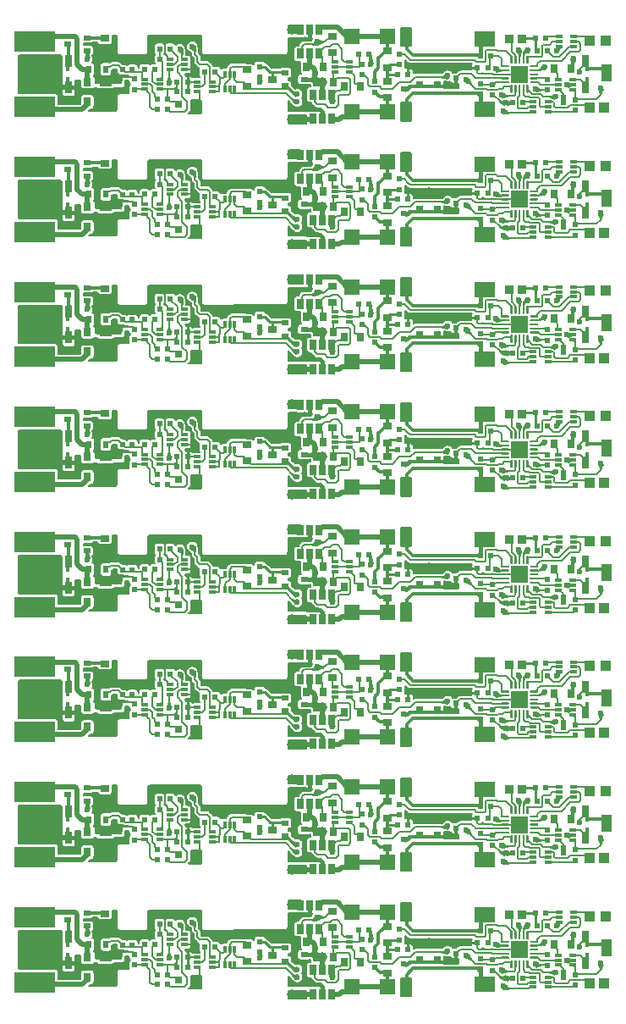
<source format=gtl>
%TF.GenerationSoftware,KiCad,Pcbnew,(5.1.9)-1*%
%TF.CreationDate,2021-04-24T22:15:52+09:00*%
%TF.ProjectId,motordecoder2,6d6f746f-7264-4656-936f-646572322e6b,rev?*%
%TF.SameCoordinates,PX66ff300PY81390e0*%
%TF.FileFunction,Copper,L1,Top*%
%TF.FilePolarity,Positive*%
%FSLAX46Y46*%
G04 Gerber Fmt 4.6, Leading zero omitted, Abs format (unit mm)*
G04 Created by KiCad (PCBNEW (5.1.9)-1) date 2021-04-24 22:15:52*
%MOMM*%
%LPD*%
G01*
G04 APERTURE LIST*
%TA.AperFunction,SMDPad,CuDef*%
%ADD10R,0.600000X0.550000*%
%TD*%
%TA.AperFunction,SMDPad,CuDef*%
%ADD11R,0.550000X0.600000*%
%TD*%
%TA.AperFunction,SMDPad,CuDef*%
%ADD12R,0.900000X0.650000*%
%TD*%
%TA.AperFunction,SMDPad,CuDef*%
%ADD13R,0.650000X0.900000*%
%TD*%
%TA.AperFunction,SMDPad,CuDef*%
%ADD14R,0.550000X0.500000*%
%TD*%
%TA.AperFunction,SMDPad,CuDef*%
%ADD15R,0.500000X0.500000*%
%TD*%
%TA.AperFunction,ComponentPad*%
%ADD16R,2.000000X1.500000*%
%TD*%
%TA.AperFunction,SMDPad,CuDef*%
%ADD17R,0.500000X0.550000*%
%TD*%
%TA.AperFunction,SMDPad,CuDef*%
%ADD18R,0.700000X0.300000*%
%TD*%
%TA.AperFunction,SMDPad,CuDef*%
%ADD19R,0.700000X0.800000*%
%TD*%
%TA.AperFunction,SMDPad,CuDef*%
%ADD20R,0.600000X1.000000*%
%TD*%
%TA.AperFunction,ComponentPad*%
%ADD21R,1.000000X1.000000*%
%TD*%
%TA.AperFunction,SMDPad,CuDef*%
%ADD22R,1.000000X0.600000*%
%TD*%
%TA.AperFunction,ComponentPad*%
%ADD23R,2.000000X2.000000*%
%TD*%
%TA.AperFunction,SMDPad,CuDef*%
%ADD24R,0.900000X0.700000*%
%TD*%
%TA.AperFunction,SMDPad,CuDef*%
%ADD25R,0.600000X0.800000*%
%TD*%
%TA.AperFunction,SMDPad,CuDef*%
%ADD26R,1.000000X1.800000*%
%TD*%
%TA.AperFunction,SMDPad,CuDef*%
%ADD27R,0.750000X1.300000*%
%TD*%
%TA.AperFunction,SMDPad,CuDef*%
%ADD28R,0.300000X0.500000*%
%TD*%
%TA.AperFunction,SMDPad,CuDef*%
%ADD29R,0.800000X0.500000*%
%TD*%
%TA.AperFunction,SMDPad,CuDef*%
%ADD30R,0.700000X1.000000*%
%TD*%
%TA.AperFunction,SMDPad,CuDef*%
%ADD31R,0.300000X0.700000*%
%TD*%
%TA.AperFunction,SMDPad,CuDef*%
%ADD32R,0.900000X0.800000*%
%TD*%
%TA.AperFunction,SMDPad,CuDef*%
%ADD33R,0.800000X0.800000*%
%TD*%
%TA.AperFunction,SMDPad,CuDef*%
%ADD34R,1.700000X1.700000*%
%TD*%
%TA.AperFunction,SMDPad,CuDef*%
%ADD35C,0.100000*%
%TD*%
%TA.AperFunction,ComponentPad*%
%ADD36R,1.500000X1.500000*%
%TD*%
%TA.AperFunction,ComponentPad*%
%ADD37R,0.950000X0.950000*%
%TD*%
%TA.AperFunction,SMDPad,CuDef*%
%ADD38R,1.800000X1.000000*%
%TD*%
%TA.AperFunction,SMDPad,CuDef*%
%ADD39R,0.800000X0.900000*%
%TD*%
%TA.AperFunction,SMDPad,CuDef*%
%ADD40R,1.200000X0.900000*%
%TD*%
%TA.AperFunction,ViaPad*%
%ADD41C,1.000000*%
%TD*%
%TA.AperFunction,ViaPad*%
%ADD42C,0.600000*%
%TD*%
%TA.AperFunction,ViaPad*%
%ADD43C,0.800000*%
%TD*%
%TA.AperFunction,Conductor*%
%ADD44C,0.500000*%
%TD*%
%TA.AperFunction,Conductor*%
%ADD45C,0.400000*%
%TD*%
%TA.AperFunction,Conductor*%
%ADD46C,0.300000*%
%TD*%
%TA.AperFunction,Conductor*%
%ADD47C,0.180000*%
%TD*%
%TA.AperFunction,Conductor*%
%ADD48C,0.200000*%
%TD*%
%TA.AperFunction,Conductor*%
%ADD49C,0.250000*%
%TD*%
%TA.AperFunction,Conductor*%
%ADD50C,0.100000*%
%TD*%
%TA.AperFunction,Conductor*%
%ADD51C,0.025400*%
%TD*%
G04 APERTURE END LIST*
D10*
%TO.P,R33,1*%
%TO.N,Net-(Q21-Pad6)*%
X19000000Y3725000D03*
%TO.P,R33,2*%
%TO.N,GND*%
X19000000Y4775000D03*
%TD*%
%TO.P,R33,1*%
%TO.N,Net-(Q21-Pad6)*%
X19000000Y16225000D03*
%TO.P,R33,2*%
%TO.N,GND*%
X19000000Y17275000D03*
%TD*%
%TO.P,R33,1*%
%TO.N,Net-(Q21-Pad6)*%
X19000000Y28725000D03*
%TO.P,R33,2*%
%TO.N,GND*%
X19000000Y29775000D03*
%TD*%
%TO.P,R33,1*%
%TO.N,Net-(Q21-Pad6)*%
X19000000Y41225000D03*
%TO.P,R33,2*%
%TO.N,GND*%
X19000000Y42275000D03*
%TD*%
%TO.P,R33,1*%
%TO.N,Net-(Q21-Pad6)*%
X19000000Y53725000D03*
%TO.P,R33,2*%
%TO.N,GND*%
X19000000Y54775000D03*
%TD*%
%TO.P,R33,1*%
%TO.N,Net-(Q21-Pad6)*%
X19000000Y66225000D03*
%TO.P,R33,2*%
%TO.N,GND*%
X19000000Y67275000D03*
%TD*%
%TO.P,R33,1*%
%TO.N,Net-(Q21-Pad6)*%
X19000000Y78725000D03*
%TO.P,R33,2*%
%TO.N,GND*%
X19000000Y79775000D03*
%TD*%
D11*
%TO.P,R31,1*%
%TO.N,Net-(Q21-Pad2)*%
X21025000Y5750000D03*
%TO.P,R31,2*%
%TO.N,VRAIL+*%
X19975000Y5750000D03*
%TD*%
%TO.P,R31,1*%
%TO.N,Net-(Q21-Pad2)*%
X21025000Y18250000D03*
%TO.P,R31,2*%
%TO.N,VRAIL+*%
X19975000Y18250000D03*
%TD*%
%TO.P,R31,1*%
%TO.N,Net-(Q21-Pad2)*%
X21025000Y30750000D03*
%TO.P,R31,2*%
%TO.N,VRAIL+*%
X19975000Y30750000D03*
%TD*%
%TO.P,R31,1*%
%TO.N,Net-(Q21-Pad2)*%
X21025000Y43250000D03*
%TO.P,R31,2*%
%TO.N,VRAIL+*%
X19975000Y43250000D03*
%TD*%
%TO.P,R31,1*%
%TO.N,Net-(Q21-Pad2)*%
X21025000Y55750000D03*
%TO.P,R31,2*%
%TO.N,VRAIL+*%
X19975000Y55750000D03*
%TD*%
%TO.P,R31,1*%
%TO.N,Net-(Q21-Pad2)*%
X21025000Y68250000D03*
%TO.P,R31,2*%
%TO.N,VRAIL+*%
X19975000Y68250000D03*
%TD*%
%TO.P,R31,1*%
%TO.N,Net-(Q21-Pad2)*%
X21025000Y80750000D03*
%TO.P,R31,2*%
%TO.N,VRAIL+*%
X19975000Y80750000D03*
%TD*%
D12*
%TO.P,R5,1*%
%TO.N,Net-(Q3-Pad1)*%
X38750000Y7425000D03*
%TO.P,R5,2*%
%TO.N,REV*%
X38750000Y9075000D03*
%TD*%
%TO.P,R5,1*%
%TO.N,Net-(Q3-Pad1)*%
X38750000Y19925000D03*
%TO.P,R5,2*%
%TO.N,REV*%
X38750000Y21575000D03*
%TD*%
%TO.P,R5,1*%
%TO.N,Net-(Q3-Pad1)*%
X38750000Y32425000D03*
%TO.P,R5,2*%
%TO.N,REV*%
X38750000Y34075000D03*
%TD*%
%TO.P,R5,1*%
%TO.N,Net-(Q3-Pad1)*%
X38750000Y44925000D03*
%TO.P,R5,2*%
%TO.N,REV*%
X38750000Y46575000D03*
%TD*%
%TO.P,R5,1*%
%TO.N,Net-(Q3-Pad1)*%
X38750000Y57425000D03*
%TO.P,R5,2*%
%TO.N,REV*%
X38750000Y59075000D03*
%TD*%
%TO.P,R5,1*%
%TO.N,Net-(Q3-Pad1)*%
X38750000Y69925000D03*
%TO.P,R5,2*%
%TO.N,REV*%
X38750000Y71575000D03*
%TD*%
%TO.P,R5,1*%
%TO.N,Net-(Q3-Pad1)*%
X38750000Y82425000D03*
%TO.P,R5,2*%
%TO.N,REV*%
X38750000Y84075000D03*
%TD*%
D10*
%TO.P,R32,2*%
%TO.N,GND*%
X18750000Y6775000D03*
%TO.P,R32,1*%
%TO.N,VRAIL+*%
X18750000Y5725000D03*
%TD*%
%TO.P,R32,2*%
%TO.N,GND*%
X18750000Y19275000D03*
%TO.P,R32,1*%
%TO.N,VRAIL+*%
X18750000Y18225000D03*
%TD*%
%TO.P,R32,2*%
%TO.N,GND*%
X18750000Y31775000D03*
%TO.P,R32,1*%
%TO.N,VRAIL+*%
X18750000Y30725000D03*
%TD*%
%TO.P,R32,2*%
%TO.N,GND*%
X18750000Y44275000D03*
%TO.P,R32,1*%
%TO.N,VRAIL+*%
X18750000Y43225000D03*
%TD*%
%TO.P,R32,2*%
%TO.N,GND*%
X18750000Y56775000D03*
%TO.P,R32,1*%
%TO.N,VRAIL+*%
X18750000Y55725000D03*
%TD*%
%TO.P,R32,2*%
%TO.N,GND*%
X18750000Y69275000D03*
%TO.P,R32,1*%
%TO.N,VRAIL+*%
X18750000Y68225000D03*
%TD*%
%TO.P,R32,2*%
%TO.N,GND*%
X18750000Y81775000D03*
%TO.P,R32,1*%
%TO.N,VRAIL+*%
X18750000Y80725000D03*
%TD*%
D12*
%TO.P,R14,2*%
%TO.N,+5V*%
X30200000Y4075000D03*
%TO.P,R14,1*%
%TO.N,Net-(Q6-Pad2)*%
X30200000Y5725000D03*
%TD*%
%TO.P,R14,2*%
%TO.N,+5V*%
X30200000Y16575000D03*
%TO.P,R14,1*%
%TO.N,Net-(Q6-Pad2)*%
X30200000Y18225000D03*
%TD*%
%TO.P,R14,2*%
%TO.N,+5V*%
X30200000Y29075000D03*
%TO.P,R14,1*%
%TO.N,Net-(Q6-Pad2)*%
X30200000Y30725000D03*
%TD*%
%TO.P,R14,2*%
%TO.N,+5V*%
X30200000Y41575000D03*
%TO.P,R14,1*%
%TO.N,Net-(Q6-Pad2)*%
X30200000Y43225000D03*
%TD*%
%TO.P,R14,2*%
%TO.N,+5V*%
X30200000Y54075000D03*
%TO.P,R14,1*%
%TO.N,Net-(Q6-Pad2)*%
X30200000Y55725000D03*
%TD*%
%TO.P,R14,2*%
%TO.N,+5V*%
X30200000Y66575000D03*
%TO.P,R14,1*%
%TO.N,Net-(Q6-Pad2)*%
X30200000Y68225000D03*
%TD*%
%TO.P,R14,2*%
%TO.N,+5V*%
X30200000Y79075000D03*
%TO.P,R14,1*%
%TO.N,Net-(Q6-Pad2)*%
X30200000Y80725000D03*
%TD*%
D10*
%TO.P,R13,2*%
%TO.N,TXD*%
X60300000Y4725000D03*
%TO.P,R13,1*%
%TO.N,Net-(Q6-Pad5)*%
X60300000Y3675000D03*
%TD*%
%TO.P,R13,2*%
%TO.N,TXD*%
X60300000Y17225000D03*
%TO.P,R13,1*%
%TO.N,Net-(Q6-Pad5)*%
X60300000Y16175000D03*
%TD*%
%TO.P,R13,2*%
%TO.N,TXD*%
X60300000Y29725000D03*
%TO.P,R13,1*%
%TO.N,Net-(Q6-Pad5)*%
X60300000Y28675000D03*
%TD*%
%TO.P,R13,2*%
%TO.N,TXD*%
X60300000Y42225000D03*
%TO.P,R13,1*%
%TO.N,Net-(Q6-Pad5)*%
X60300000Y41175000D03*
%TD*%
%TO.P,R13,2*%
%TO.N,TXD*%
X60300000Y54725000D03*
%TO.P,R13,1*%
%TO.N,Net-(Q6-Pad5)*%
X60300000Y53675000D03*
%TD*%
%TO.P,R13,2*%
%TO.N,TXD*%
X60300000Y67225000D03*
%TO.P,R13,1*%
%TO.N,Net-(Q6-Pad5)*%
X60300000Y66175000D03*
%TD*%
%TO.P,R13,2*%
%TO.N,TXD*%
X60300000Y79725000D03*
%TO.P,R13,1*%
%TO.N,Net-(Q6-Pad5)*%
X60300000Y78675000D03*
%TD*%
D13*
%TO.P,R4,1*%
%TO.N,+12V*%
X37175000Y4500000D03*
%TO.P,R4,2*%
%TO.N,Net-(Q2-Pad3)*%
X38825000Y4500000D03*
%TD*%
%TO.P,R4,1*%
%TO.N,+12V*%
X37175000Y17000000D03*
%TO.P,R4,2*%
%TO.N,Net-(Q2-Pad3)*%
X38825000Y17000000D03*
%TD*%
%TO.P,R4,1*%
%TO.N,+12V*%
X37175000Y29500000D03*
%TO.P,R4,2*%
%TO.N,Net-(Q2-Pad3)*%
X38825000Y29500000D03*
%TD*%
%TO.P,R4,1*%
%TO.N,+12V*%
X37175000Y42000000D03*
%TO.P,R4,2*%
%TO.N,Net-(Q2-Pad3)*%
X38825000Y42000000D03*
%TD*%
%TO.P,R4,1*%
%TO.N,+12V*%
X37175000Y54500000D03*
%TO.P,R4,2*%
%TO.N,Net-(Q2-Pad3)*%
X38825000Y54500000D03*
%TD*%
%TO.P,R4,1*%
%TO.N,+12V*%
X37175000Y67000000D03*
%TO.P,R4,2*%
%TO.N,Net-(Q2-Pad3)*%
X38825000Y67000000D03*
%TD*%
%TO.P,R4,1*%
%TO.N,+12V*%
X37175000Y79500000D03*
%TO.P,R4,2*%
%TO.N,Net-(Q2-Pad3)*%
X38825000Y79500000D03*
%TD*%
D11*
%TO.P,R36,2*%
%TO.N,GND*%
X24275000Y3500000D03*
%TO.P,R36,1*%
%TO.N,VRAIL-*%
X23225000Y3500000D03*
%TD*%
%TO.P,R36,2*%
%TO.N,GND*%
X24275000Y16000000D03*
%TO.P,R36,1*%
%TO.N,VRAIL-*%
X23225000Y16000000D03*
%TD*%
%TO.P,R36,2*%
%TO.N,GND*%
X24275000Y28500000D03*
%TO.P,R36,1*%
%TO.N,VRAIL-*%
X23225000Y28500000D03*
%TD*%
%TO.P,R36,2*%
%TO.N,GND*%
X24275000Y41000000D03*
%TO.P,R36,1*%
%TO.N,VRAIL-*%
X23225000Y41000000D03*
%TD*%
%TO.P,R36,2*%
%TO.N,GND*%
X24275000Y53500000D03*
%TO.P,R36,1*%
%TO.N,VRAIL-*%
X23225000Y53500000D03*
%TD*%
%TO.P,R36,2*%
%TO.N,GND*%
X24275000Y66000000D03*
%TO.P,R36,1*%
%TO.N,VRAIL-*%
X23225000Y66000000D03*
%TD*%
%TO.P,R36,2*%
%TO.N,GND*%
X24275000Y78500000D03*
%TO.P,R36,1*%
%TO.N,VRAIL-*%
X23225000Y78500000D03*
%TD*%
D13*
%TO.P,R3,1*%
%TO.N,+12V*%
X36175000Y6000000D03*
%TO.P,R3,2*%
%TO.N,Net-(Q1-Pad3)*%
X37825000Y6000000D03*
%TD*%
%TO.P,R3,1*%
%TO.N,+12V*%
X36175000Y18500000D03*
%TO.P,R3,2*%
%TO.N,Net-(Q1-Pad3)*%
X37825000Y18500000D03*
%TD*%
%TO.P,R3,1*%
%TO.N,+12V*%
X36175000Y31000000D03*
%TO.P,R3,2*%
%TO.N,Net-(Q1-Pad3)*%
X37825000Y31000000D03*
%TD*%
%TO.P,R3,1*%
%TO.N,+12V*%
X36175000Y43500000D03*
%TO.P,R3,2*%
%TO.N,Net-(Q1-Pad3)*%
X37825000Y43500000D03*
%TD*%
%TO.P,R3,1*%
%TO.N,+12V*%
X36175000Y56000000D03*
%TO.P,R3,2*%
%TO.N,Net-(Q1-Pad3)*%
X37825000Y56000000D03*
%TD*%
%TO.P,R3,1*%
%TO.N,+12V*%
X36175000Y68500000D03*
%TO.P,R3,2*%
%TO.N,Net-(Q1-Pad3)*%
X37825000Y68500000D03*
%TD*%
%TO.P,R3,1*%
%TO.N,+12V*%
X36175000Y81000000D03*
%TO.P,R3,2*%
%TO.N,Net-(Q1-Pad3)*%
X37825000Y81000000D03*
%TD*%
%TO.P,R6,2*%
%TO.N,FWD*%
X39925000Y4000000D03*
%TO.P,R6,1*%
%TO.N,Net-(Q3-Pad4)*%
X41575000Y4000000D03*
%TD*%
%TO.P,R6,2*%
%TO.N,FWD*%
X39925000Y16500000D03*
%TO.P,R6,1*%
%TO.N,Net-(Q3-Pad4)*%
X41575000Y16500000D03*
%TD*%
%TO.P,R6,2*%
%TO.N,FWD*%
X39925000Y29000000D03*
%TO.P,R6,1*%
%TO.N,Net-(Q3-Pad4)*%
X41575000Y29000000D03*
%TD*%
%TO.P,R6,2*%
%TO.N,FWD*%
X39925000Y41500000D03*
%TO.P,R6,1*%
%TO.N,Net-(Q3-Pad4)*%
X41575000Y41500000D03*
%TD*%
%TO.P,R6,2*%
%TO.N,FWD*%
X39925000Y54000000D03*
%TO.P,R6,1*%
%TO.N,Net-(Q3-Pad4)*%
X41575000Y54000000D03*
%TD*%
%TO.P,R6,2*%
%TO.N,FWD*%
X39925000Y66500000D03*
%TO.P,R6,1*%
%TO.N,Net-(Q3-Pad4)*%
X41575000Y66500000D03*
%TD*%
%TO.P,R6,2*%
%TO.N,FWD*%
X39925000Y79000000D03*
%TO.P,R6,1*%
%TO.N,Net-(Q3-Pad4)*%
X41575000Y79000000D03*
%TD*%
D10*
%TO.P,R11,2*%
%TO.N,Net-(R10-Pad1)*%
X45500000Y6225000D03*
%TO.P,R11,1*%
%TO.N,BEMF*%
X45500000Y7275000D03*
%TD*%
%TO.P,R11,2*%
%TO.N,Net-(R10-Pad1)*%
X45500000Y18725000D03*
%TO.P,R11,1*%
%TO.N,BEMF*%
X45500000Y19775000D03*
%TD*%
%TO.P,R11,2*%
%TO.N,Net-(R10-Pad1)*%
X45500000Y31225000D03*
%TO.P,R11,1*%
%TO.N,BEMF*%
X45500000Y32275000D03*
%TD*%
%TO.P,R11,2*%
%TO.N,Net-(R10-Pad1)*%
X45500000Y43725000D03*
%TO.P,R11,1*%
%TO.N,BEMF*%
X45500000Y44775000D03*
%TD*%
%TO.P,R11,2*%
%TO.N,Net-(R10-Pad1)*%
X45500000Y56225000D03*
%TO.P,R11,1*%
%TO.N,BEMF*%
X45500000Y57275000D03*
%TD*%
%TO.P,R11,2*%
%TO.N,Net-(R10-Pad1)*%
X45500000Y68725000D03*
%TO.P,R11,1*%
%TO.N,BEMF*%
X45500000Y69775000D03*
%TD*%
%TO.P,R11,2*%
%TO.N,Net-(R10-Pad1)*%
X45500000Y81225000D03*
%TO.P,R11,1*%
%TO.N,BEMF*%
X45500000Y82275000D03*
%TD*%
D11*
%TO.P,R34,2*%
%TO.N,Net-(Q21-Pad6)*%
X21225000Y1750000D03*
%TO.P,R34,1*%
%TO.N,Net-(Q22-Pad2)*%
X22275000Y1750000D03*
%TD*%
%TO.P,R34,2*%
%TO.N,Net-(Q21-Pad6)*%
X21225000Y14250000D03*
%TO.P,R34,1*%
%TO.N,Net-(Q22-Pad2)*%
X22275000Y14250000D03*
%TD*%
%TO.P,R34,2*%
%TO.N,Net-(Q21-Pad6)*%
X21225000Y26750000D03*
%TO.P,R34,1*%
%TO.N,Net-(Q22-Pad2)*%
X22275000Y26750000D03*
%TD*%
%TO.P,R34,2*%
%TO.N,Net-(Q21-Pad6)*%
X21225000Y39250000D03*
%TO.P,R34,1*%
%TO.N,Net-(Q22-Pad2)*%
X22275000Y39250000D03*
%TD*%
%TO.P,R34,2*%
%TO.N,Net-(Q21-Pad6)*%
X21225000Y51750000D03*
%TO.P,R34,1*%
%TO.N,Net-(Q22-Pad2)*%
X22275000Y51750000D03*
%TD*%
%TO.P,R34,2*%
%TO.N,Net-(Q21-Pad6)*%
X21225000Y64250000D03*
%TO.P,R34,1*%
%TO.N,Net-(Q22-Pad2)*%
X22275000Y64250000D03*
%TD*%
%TO.P,R34,2*%
%TO.N,Net-(Q21-Pad6)*%
X21225000Y76750000D03*
%TO.P,R34,1*%
%TO.N,Net-(Q22-Pad2)*%
X22275000Y76750000D03*
%TD*%
%TO.P,R8,2*%
%TO.N,GND*%
X42425000Y7250000D03*
%TO.P,R8,1*%
%TO.N,Net-(Q3-Pad2)*%
X41375000Y7250000D03*
%TD*%
%TO.P,R8,2*%
%TO.N,GND*%
X42425000Y19750000D03*
%TO.P,R8,1*%
%TO.N,Net-(Q3-Pad2)*%
X41375000Y19750000D03*
%TD*%
%TO.P,R8,2*%
%TO.N,GND*%
X42425000Y32250000D03*
%TO.P,R8,1*%
%TO.N,Net-(Q3-Pad2)*%
X41375000Y32250000D03*
%TD*%
%TO.P,R8,2*%
%TO.N,GND*%
X42425000Y44750000D03*
%TO.P,R8,1*%
%TO.N,Net-(Q3-Pad2)*%
X41375000Y44750000D03*
%TD*%
%TO.P,R8,2*%
%TO.N,GND*%
X42425000Y57250000D03*
%TO.P,R8,1*%
%TO.N,Net-(Q3-Pad2)*%
X41375000Y57250000D03*
%TD*%
%TO.P,R8,2*%
%TO.N,GND*%
X42425000Y69750000D03*
%TO.P,R8,1*%
%TO.N,Net-(Q3-Pad2)*%
X41375000Y69750000D03*
%TD*%
%TO.P,R8,2*%
%TO.N,GND*%
X42425000Y82250000D03*
%TO.P,R8,1*%
%TO.N,Net-(Q3-Pad2)*%
X41375000Y82250000D03*
%TD*%
D10*
%TO.P,R7,1*%
%TO.N,PWM*%
X41750000Y5225000D03*
%TO.P,R7,2*%
%TO.N,Net-(Q3-Pad2)*%
X41750000Y6275000D03*
%TD*%
%TO.P,R7,1*%
%TO.N,PWM*%
X41750000Y17725000D03*
%TO.P,R7,2*%
%TO.N,Net-(Q3-Pad2)*%
X41750000Y18775000D03*
%TD*%
%TO.P,R7,1*%
%TO.N,PWM*%
X41750000Y30225000D03*
%TO.P,R7,2*%
%TO.N,Net-(Q3-Pad2)*%
X41750000Y31275000D03*
%TD*%
%TO.P,R7,1*%
%TO.N,PWM*%
X41750000Y42725000D03*
%TO.P,R7,2*%
%TO.N,Net-(Q3-Pad2)*%
X41750000Y43775000D03*
%TD*%
%TO.P,R7,1*%
%TO.N,PWM*%
X41750000Y55225000D03*
%TO.P,R7,2*%
%TO.N,Net-(Q3-Pad2)*%
X41750000Y56275000D03*
%TD*%
%TO.P,R7,1*%
%TO.N,PWM*%
X41750000Y67725000D03*
%TO.P,R7,2*%
%TO.N,Net-(Q3-Pad2)*%
X41750000Y68775000D03*
%TD*%
%TO.P,R7,1*%
%TO.N,PWM*%
X41750000Y80225000D03*
%TO.P,R7,2*%
%TO.N,Net-(Q3-Pad2)*%
X41750000Y81275000D03*
%TD*%
D11*
%TO.P,R38,1*%
%TO.N,Net-(Q22-Pad5)*%
X22525000Y7800000D03*
%TO.P,R38,2*%
%TO.N,Net-(Q21-Pad3)*%
X21475000Y7800000D03*
%TD*%
%TO.P,R38,1*%
%TO.N,Net-(Q22-Pad5)*%
X22525000Y20300000D03*
%TO.P,R38,2*%
%TO.N,Net-(Q21-Pad3)*%
X21475000Y20300000D03*
%TD*%
%TO.P,R38,1*%
%TO.N,Net-(Q22-Pad5)*%
X22525000Y32800000D03*
%TO.P,R38,2*%
%TO.N,Net-(Q21-Pad3)*%
X21475000Y32800000D03*
%TD*%
%TO.P,R38,1*%
%TO.N,Net-(Q22-Pad5)*%
X22525000Y45300000D03*
%TO.P,R38,2*%
%TO.N,Net-(Q21-Pad3)*%
X21475000Y45300000D03*
%TD*%
%TO.P,R38,1*%
%TO.N,Net-(Q22-Pad5)*%
X22525000Y57800000D03*
%TO.P,R38,2*%
%TO.N,Net-(Q21-Pad3)*%
X21475000Y57800000D03*
%TD*%
%TO.P,R38,1*%
%TO.N,Net-(Q22-Pad5)*%
X22525000Y70300000D03*
%TO.P,R38,2*%
%TO.N,Net-(Q21-Pad3)*%
X21475000Y70300000D03*
%TD*%
%TO.P,R38,1*%
%TO.N,Net-(Q22-Pad5)*%
X22525000Y82800000D03*
%TO.P,R38,2*%
%TO.N,Net-(Q21-Pad3)*%
X21475000Y82800000D03*
%TD*%
%TO.P,R37,1*%
%TO.N,Net-(Q21-Pad3)*%
X21525000Y6750000D03*
%TO.P,R37,2*%
%TO.N,GND*%
X20475000Y6750000D03*
%TD*%
%TO.P,R37,1*%
%TO.N,Net-(Q21-Pad3)*%
X21525000Y19250000D03*
%TO.P,R37,2*%
%TO.N,GND*%
X20475000Y19250000D03*
%TD*%
%TO.P,R37,1*%
%TO.N,Net-(Q21-Pad3)*%
X21525000Y31750000D03*
%TO.P,R37,2*%
%TO.N,GND*%
X20475000Y31750000D03*
%TD*%
%TO.P,R37,1*%
%TO.N,Net-(Q21-Pad3)*%
X21525000Y44250000D03*
%TO.P,R37,2*%
%TO.N,GND*%
X20475000Y44250000D03*
%TD*%
%TO.P,R37,1*%
%TO.N,Net-(Q21-Pad3)*%
X21525000Y56750000D03*
%TO.P,R37,2*%
%TO.N,GND*%
X20475000Y56750000D03*
%TD*%
%TO.P,R37,1*%
%TO.N,Net-(Q21-Pad3)*%
X21525000Y69250000D03*
%TO.P,R37,2*%
%TO.N,GND*%
X20475000Y69250000D03*
%TD*%
%TO.P,R37,1*%
%TO.N,Net-(Q21-Pad3)*%
X21525000Y81750000D03*
%TO.P,R37,2*%
%TO.N,GND*%
X20475000Y81750000D03*
%TD*%
D13*
%TO.P,R22,1*%
%TO.N,Net-(Q12-Pad1)*%
X60975000Y5800000D03*
%TO.P,R22,2*%
%TO.N,GND*%
X62625000Y5800000D03*
%TD*%
%TO.P,R22,1*%
%TO.N,Net-(Q12-Pad1)*%
X60975000Y18300000D03*
%TO.P,R22,2*%
%TO.N,GND*%
X62625000Y18300000D03*
%TD*%
%TO.P,R22,1*%
%TO.N,Net-(Q12-Pad1)*%
X60975000Y30800000D03*
%TO.P,R22,2*%
%TO.N,GND*%
X62625000Y30800000D03*
%TD*%
%TO.P,R22,1*%
%TO.N,Net-(Q12-Pad1)*%
X60975000Y43300000D03*
%TO.P,R22,2*%
%TO.N,GND*%
X62625000Y43300000D03*
%TD*%
%TO.P,R22,1*%
%TO.N,Net-(Q12-Pad1)*%
X60975000Y55800000D03*
%TO.P,R22,2*%
%TO.N,GND*%
X62625000Y55800000D03*
%TD*%
%TO.P,R22,1*%
%TO.N,Net-(Q12-Pad1)*%
X60975000Y68300000D03*
%TO.P,R22,2*%
%TO.N,GND*%
X62625000Y68300000D03*
%TD*%
%TO.P,R22,1*%
%TO.N,Net-(Q12-Pad1)*%
X60975000Y80800000D03*
%TO.P,R22,2*%
%TO.N,GND*%
X62625000Y80800000D03*
%TD*%
D11*
%TO.P,R35,2*%
%TO.N,VRAIL-*%
X22275000Y2750000D03*
%TO.P,R35,1*%
%TO.N,Net-(Q21-Pad5)*%
X21225000Y2750000D03*
%TD*%
%TO.P,R35,2*%
%TO.N,VRAIL-*%
X22275000Y15250000D03*
%TO.P,R35,1*%
%TO.N,Net-(Q21-Pad5)*%
X21225000Y15250000D03*
%TD*%
%TO.P,R35,2*%
%TO.N,VRAIL-*%
X22275000Y27750000D03*
%TO.P,R35,1*%
%TO.N,Net-(Q21-Pad5)*%
X21225000Y27750000D03*
%TD*%
%TO.P,R35,2*%
%TO.N,VRAIL-*%
X22275000Y40250000D03*
%TO.P,R35,1*%
%TO.N,Net-(Q21-Pad5)*%
X21225000Y40250000D03*
%TD*%
%TO.P,R35,2*%
%TO.N,VRAIL-*%
X22275000Y52750000D03*
%TO.P,R35,1*%
%TO.N,Net-(Q21-Pad5)*%
X21225000Y52750000D03*
%TD*%
%TO.P,R35,2*%
%TO.N,VRAIL-*%
X22275000Y65250000D03*
%TO.P,R35,1*%
%TO.N,Net-(Q21-Pad5)*%
X21225000Y65250000D03*
%TD*%
%TO.P,R35,2*%
%TO.N,VRAIL-*%
X22275000Y77750000D03*
%TO.P,R35,1*%
%TO.N,Net-(Q21-Pad5)*%
X21225000Y77750000D03*
%TD*%
D14*
%TO.P,C12,2*%
%TO.N,GND*%
X24275000Y4500000D03*
D15*
%TO.P,C12,1*%
%TO.N,VRAIL-*%
X23225000Y4500000D03*
%TD*%
D14*
%TO.P,C12,2*%
%TO.N,GND*%
X24275000Y17000000D03*
D15*
%TO.P,C12,1*%
%TO.N,VRAIL-*%
X23225000Y17000000D03*
%TD*%
D14*
%TO.P,C12,2*%
%TO.N,GND*%
X24275000Y29500000D03*
D15*
%TO.P,C12,1*%
%TO.N,VRAIL-*%
X23225000Y29500000D03*
%TD*%
D14*
%TO.P,C12,2*%
%TO.N,GND*%
X24275000Y42000000D03*
D15*
%TO.P,C12,1*%
%TO.N,VRAIL-*%
X23225000Y42000000D03*
%TD*%
D14*
%TO.P,C12,2*%
%TO.N,GND*%
X24275000Y54500000D03*
D15*
%TO.P,C12,1*%
%TO.N,VRAIL-*%
X23225000Y54500000D03*
%TD*%
D14*
%TO.P,C12,2*%
%TO.N,GND*%
X24275000Y67000000D03*
D15*
%TO.P,C12,1*%
%TO.N,VRAIL-*%
X23225000Y67000000D03*
%TD*%
D14*
%TO.P,C12,2*%
%TO.N,GND*%
X24275000Y79500000D03*
D15*
%TO.P,C12,1*%
%TO.N,VRAIL-*%
X23225000Y79500000D03*
%TD*%
D12*
%TO.P,R9,1*%
%TO.N,Net-(R10-Pad1)*%
X44250000Y5925000D03*
%TO.P,R9,2*%
%TO.N,MOTOR+*%
X44250000Y7575000D03*
%TD*%
%TO.P,R9,1*%
%TO.N,Net-(R10-Pad1)*%
X44250000Y18425000D03*
%TO.P,R9,2*%
%TO.N,MOTOR+*%
X44250000Y20075000D03*
%TD*%
%TO.P,R9,1*%
%TO.N,Net-(R10-Pad1)*%
X44250000Y30925000D03*
%TO.P,R9,2*%
%TO.N,MOTOR+*%
X44250000Y32575000D03*
%TD*%
%TO.P,R9,1*%
%TO.N,Net-(R10-Pad1)*%
X44250000Y43425000D03*
%TO.P,R9,2*%
%TO.N,MOTOR+*%
X44250000Y45075000D03*
%TD*%
%TO.P,R9,1*%
%TO.N,Net-(R10-Pad1)*%
X44250000Y55925000D03*
%TO.P,R9,2*%
%TO.N,MOTOR+*%
X44250000Y57575000D03*
%TD*%
%TO.P,R9,1*%
%TO.N,Net-(R10-Pad1)*%
X44250000Y68425000D03*
%TO.P,R9,2*%
%TO.N,MOTOR+*%
X44250000Y70075000D03*
%TD*%
%TO.P,R9,1*%
%TO.N,Net-(R10-Pad1)*%
X44250000Y80925000D03*
%TO.P,R9,2*%
%TO.N,MOTOR+*%
X44250000Y82575000D03*
%TD*%
D16*
%TO.P,P4,1*%
%TO.N,RAIL-*%
X54000000Y1750000D03*
%TD*%
%TO.P,P4,1*%
%TO.N,RAIL-*%
X54000000Y14250000D03*
%TD*%
%TO.P,P4,1*%
%TO.N,RAIL-*%
X54000000Y26750000D03*
%TD*%
%TO.P,P4,1*%
%TO.N,RAIL-*%
X54000000Y39250000D03*
%TD*%
%TO.P,P4,1*%
%TO.N,RAIL-*%
X54000000Y51750000D03*
%TD*%
%TO.P,P4,1*%
%TO.N,RAIL-*%
X54000000Y64250000D03*
%TD*%
%TO.P,P4,1*%
%TO.N,RAIL-*%
X54000000Y76750000D03*
%TD*%
D11*
%TO.P,R24,2*%
%TO.N,GND*%
X56775000Y2400000D03*
%TO.P,R24,1*%
%TO.N,Net-(Q13-Pad4)*%
X57825000Y2400000D03*
%TD*%
%TO.P,R24,2*%
%TO.N,GND*%
X56775000Y14900000D03*
%TO.P,R24,1*%
%TO.N,Net-(Q13-Pad4)*%
X57825000Y14900000D03*
%TD*%
%TO.P,R24,2*%
%TO.N,GND*%
X56775000Y27400000D03*
%TO.P,R24,1*%
%TO.N,Net-(Q13-Pad4)*%
X57825000Y27400000D03*
%TD*%
%TO.P,R24,2*%
%TO.N,GND*%
X56775000Y39900000D03*
%TO.P,R24,1*%
%TO.N,Net-(Q13-Pad4)*%
X57825000Y39900000D03*
%TD*%
%TO.P,R24,2*%
%TO.N,GND*%
X56775000Y52400000D03*
%TO.P,R24,1*%
%TO.N,Net-(Q13-Pad4)*%
X57825000Y52400000D03*
%TD*%
%TO.P,R24,2*%
%TO.N,GND*%
X56775000Y64900000D03*
%TO.P,R24,1*%
%TO.N,Net-(Q13-Pad4)*%
X57825000Y64900000D03*
%TD*%
%TO.P,R24,2*%
%TO.N,GND*%
X56775000Y77400000D03*
%TO.P,R24,1*%
%TO.N,Net-(Q13-Pad4)*%
X57825000Y77400000D03*
%TD*%
%TO.P,R25,1*%
%TO.N,Net-(Q14-Pad1)*%
X60325000Y7600000D03*
%TO.P,R25,2*%
%TO.N,GND*%
X59275000Y7600000D03*
%TD*%
%TO.P,R25,1*%
%TO.N,Net-(Q14-Pad1)*%
X60325000Y20100000D03*
%TO.P,R25,2*%
%TO.N,GND*%
X59275000Y20100000D03*
%TD*%
%TO.P,R25,1*%
%TO.N,Net-(Q14-Pad1)*%
X60325000Y32600000D03*
%TO.P,R25,2*%
%TO.N,GND*%
X59275000Y32600000D03*
%TD*%
%TO.P,R25,1*%
%TO.N,Net-(Q14-Pad1)*%
X60325000Y45100000D03*
%TO.P,R25,2*%
%TO.N,GND*%
X59275000Y45100000D03*
%TD*%
%TO.P,R25,1*%
%TO.N,Net-(Q14-Pad1)*%
X60325000Y57600000D03*
%TO.P,R25,2*%
%TO.N,GND*%
X59275000Y57600000D03*
%TD*%
%TO.P,R25,1*%
%TO.N,Net-(Q14-Pad1)*%
X60325000Y70100000D03*
%TO.P,R25,2*%
%TO.N,GND*%
X59275000Y70100000D03*
%TD*%
%TO.P,R25,1*%
%TO.N,Net-(Q14-Pad1)*%
X60325000Y82600000D03*
%TO.P,R25,2*%
%TO.N,GND*%
X59275000Y82600000D03*
%TD*%
%TO.P,R15,2*%
%TO.N,Net-(Q8-Pad2)*%
X25975000Y5500000D03*
%TO.P,R15,1*%
%TO.N,Net-(Q6-Pad3)*%
X27025000Y5500000D03*
%TD*%
%TO.P,R15,2*%
%TO.N,Net-(Q8-Pad2)*%
X25975000Y18000000D03*
%TO.P,R15,1*%
%TO.N,Net-(Q6-Pad3)*%
X27025000Y18000000D03*
%TD*%
%TO.P,R15,2*%
%TO.N,Net-(Q8-Pad2)*%
X25975000Y30500000D03*
%TO.P,R15,1*%
%TO.N,Net-(Q6-Pad3)*%
X27025000Y30500000D03*
%TD*%
%TO.P,R15,2*%
%TO.N,Net-(Q8-Pad2)*%
X25975000Y43000000D03*
%TO.P,R15,1*%
%TO.N,Net-(Q6-Pad3)*%
X27025000Y43000000D03*
%TD*%
%TO.P,R15,2*%
%TO.N,Net-(Q8-Pad2)*%
X25975000Y55500000D03*
%TO.P,R15,1*%
%TO.N,Net-(Q6-Pad3)*%
X27025000Y55500000D03*
%TD*%
%TO.P,R15,2*%
%TO.N,Net-(Q8-Pad2)*%
X25975000Y68000000D03*
%TO.P,R15,1*%
%TO.N,Net-(Q6-Pad3)*%
X27025000Y68000000D03*
%TD*%
%TO.P,R15,2*%
%TO.N,Net-(Q8-Pad2)*%
X25975000Y80500000D03*
%TO.P,R15,1*%
%TO.N,Net-(Q6-Pad3)*%
X27025000Y80500000D03*
%TD*%
D16*
%TO.P,P2,1*%
%TO.N,RAIL+*%
X54000000Y8750000D03*
%TD*%
%TO.P,P2,1*%
%TO.N,RAIL+*%
X54000000Y21250000D03*
%TD*%
%TO.P,P2,1*%
%TO.N,RAIL+*%
X54000000Y33750000D03*
%TD*%
%TO.P,P2,1*%
%TO.N,RAIL+*%
X54000000Y46250000D03*
%TD*%
%TO.P,P2,1*%
%TO.N,RAIL+*%
X54000000Y58750000D03*
%TD*%
%TO.P,P2,1*%
%TO.N,RAIL+*%
X54000000Y71250000D03*
%TD*%
%TO.P,P2,1*%
%TO.N,RAIL+*%
X54000000Y83750000D03*
%TD*%
D17*
%TO.P,C11,2*%
%TO.N,GND*%
X17750000Y6775000D03*
D15*
%TO.P,C11,1*%
%TO.N,VRAIL+*%
X17750000Y5725000D03*
%TD*%
D17*
%TO.P,C11,2*%
%TO.N,GND*%
X17750000Y19275000D03*
D15*
%TO.P,C11,1*%
%TO.N,VRAIL+*%
X17750000Y18225000D03*
%TD*%
D17*
%TO.P,C11,2*%
%TO.N,GND*%
X17750000Y31775000D03*
D15*
%TO.P,C11,1*%
%TO.N,VRAIL+*%
X17750000Y30725000D03*
%TD*%
D17*
%TO.P,C11,2*%
%TO.N,GND*%
X17750000Y44275000D03*
D15*
%TO.P,C11,1*%
%TO.N,VRAIL+*%
X17750000Y43225000D03*
%TD*%
D17*
%TO.P,C11,2*%
%TO.N,GND*%
X17750000Y56775000D03*
D15*
%TO.P,C11,1*%
%TO.N,VRAIL+*%
X17750000Y55725000D03*
%TD*%
D17*
%TO.P,C11,2*%
%TO.N,GND*%
X17750000Y69275000D03*
D15*
%TO.P,C11,1*%
%TO.N,VRAIL+*%
X17750000Y68225000D03*
%TD*%
D17*
%TO.P,C11,2*%
%TO.N,GND*%
X17750000Y81775000D03*
D15*
%TO.P,C11,1*%
%TO.N,VRAIL+*%
X17750000Y80725000D03*
%TD*%
D10*
%TO.P,R23,1*%
%TO.N,Net-(Q13-Pad1)*%
X63100000Y1675000D03*
%TO.P,R23,2*%
%TO.N,GND*%
X63100000Y2725000D03*
%TD*%
%TO.P,R23,1*%
%TO.N,Net-(Q13-Pad1)*%
X63100000Y14175000D03*
%TO.P,R23,2*%
%TO.N,GND*%
X63100000Y15225000D03*
%TD*%
%TO.P,R23,1*%
%TO.N,Net-(Q13-Pad1)*%
X63100000Y26675000D03*
%TO.P,R23,2*%
%TO.N,GND*%
X63100000Y27725000D03*
%TD*%
%TO.P,R23,1*%
%TO.N,Net-(Q13-Pad1)*%
X63100000Y39175000D03*
%TO.P,R23,2*%
%TO.N,GND*%
X63100000Y40225000D03*
%TD*%
%TO.P,R23,1*%
%TO.N,Net-(Q13-Pad1)*%
X63100000Y51675000D03*
%TO.P,R23,2*%
%TO.N,GND*%
X63100000Y52725000D03*
%TD*%
%TO.P,R23,1*%
%TO.N,Net-(Q13-Pad1)*%
X63100000Y64175000D03*
%TO.P,R23,2*%
%TO.N,GND*%
X63100000Y65225000D03*
%TD*%
%TO.P,R23,1*%
%TO.N,Net-(Q13-Pad1)*%
X63100000Y76675000D03*
%TO.P,R23,2*%
%TO.N,GND*%
X63100000Y77725000D03*
%TD*%
D11*
%TO.P,R1,2*%
%TO.N,Net-(R1-Pad2)*%
X54625000Y7100000D03*
%TO.P,R1,1*%
%TO.N,RAIL+*%
X53575000Y7100000D03*
%TD*%
%TO.P,R1,2*%
%TO.N,Net-(R1-Pad2)*%
X54625000Y19600000D03*
%TO.P,R1,1*%
%TO.N,RAIL+*%
X53575000Y19600000D03*
%TD*%
%TO.P,R1,2*%
%TO.N,Net-(R1-Pad2)*%
X54625000Y32100000D03*
%TO.P,R1,1*%
%TO.N,RAIL+*%
X53575000Y32100000D03*
%TD*%
%TO.P,R1,2*%
%TO.N,Net-(R1-Pad2)*%
X54625000Y44600000D03*
%TO.P,R1,1*%
%TO.N,RAIL+*%
X53575000Y44600000D03*
%TD*%
%TO.P,R1,2*%
%TO.N,Net-(R1-Pad2)*%
X54625000Y57100000D03*
%TO.P,R1,1*%
%TO.N,RAIL+*%
X53575000Y57100000D03*
%TD*%
%TO.P,R1,2*%
%TO.N,Net-(R1-Pad2)*%
X54625000Y69600000D03*
%TO.P,R1,1*%
%TO.N,RAIL+*%
X53575000Y69600000D03*
%TD*%
%TO.P,R1,2*%
%TO.N,Net-(R1-Pad2)*%
X54625000Y82100000D03*
%TO.P,R1,1*%
%TO.N,RAIL+*%
X53575000Y82100000D03*
%TD*%
D15*
%TO.P,C7,1*%
%TO.N,MOTOR+*%
X43000000Y4525000D03*
D17*
%TO.P,C7,2*%
%TO.N,MOTOR-*%
X43000000Y3475000D03*
%TD*%
D15*
%TO.P,C7,1*%
%TO.N,MOTOR+*%
X43000000Y17025000D03*
D17*
%TO.P,C7,2*%
%TO.N,MOTOR-*%
X43000000Y15975000D03*
%TD*%
D15*
%TO.P,C7,1*%
%TO.N,MOTOR+*%
X43000000Y29525000D03*
D17*
%TO.P,C7,2*%
%TO.N,MOTOR-*%
X43000000Y28475000D03*
%TD*%
D15*
%TO.P,C7,1*%
%TO.N,MOTOR+*%
X43000000Y42025000D03*
D17*
%TO.P,C7,2*%
%TO.N,MOTOR-*%
X43000000Y40975000D03*
%TD*%
D15*
%TO.P,C7,1*%
%TO.N,MOTOR+*%
X43000000Y54525000D03*
D17*
%TO.P,C7,2*%
%TO.N,MOTOR-*%
X43000000Y53475000D03*
%TD*%
D15*
%TO.P,C7,1*%
%TO.N,MOTOR+*%
X43000000Y67025000D03*
D17*
%TO.P,C7,2*%
%TO.N,MOTOR-*%
X43000000Y65975000D03*
%TD*%
D15*
%TO.P,C7,1*%
%TO.N,MOTOR+*%
X43000000Y79525000D03*
D17*
%TO.P,C7,2*%
%TO.N,MOTOR-*%
X43000000Y78475000D03*
%TD*%
D15*
%TO.P,C5,1*%
%TO.N,+5V*%
X51100000Y4875000D03*
D17*
%TO.P,C5,2*%
%TO.N,GND*%
X51100000Y5925000D03*
%TD*%
D15*
%TO.P,C5,1*%
%TO.N,+5V*%
X51100000Y17375000D03*
D17*
%TO.P,C5,2*%
%TO.N,GND*%
X51100000Y18425000D03*
%TD*%
D15*
%TO.P,C5,1*%
%TO.N,+5V*%
X51100000Y29875000D03*
D17*
%TO.P,C5,2*%
%TO.N,GND*%
X51100000Y30925000D03*
%TD*%
D15*
%TO.P,C5,1*%
%TO.N,+5V*%
X51100000Y42375000D03*
D17*
%TO.P,C5,2*%
%TO.N,GND*%
X51100000Y43425000D03*
%TD*%
D15*
%TO.P,C5,1*%
%TO.N,+5V*%
X51100000Y54875000D03*
D17*
%TO.P,C5,2*%
%TO.N,GND*%
X51100000Y55925000D03*
%TD*%
D15*
%TO.P,C5,1*%
%TO.N,+5V*%
X51100000Y67375000D03*
D17*
%TO.P,C5,2*%
%TO.N,GND*%
X51100000Y68425000D03*
%TD*%
D15*
%TO.P,C5,1*%
%TO.N,+5V*%
X51100000Y79875000D03*
D17*
%TO.P,C5,2*%
%TO.N,GND*%
X51100000Y80925000D03*
%TD*%
D10*
%TO.P,R2,1*%
%TO.N,RAIL-*%
X53600000Y3275000D03*
%TO.P,R2,2*%
%TO.N,Net-(R18-Pad1)*%
X53600000Y4325000D03*
%TD*%
%TO.P,R2,1*%
%TO.N,RAIL-*%
X53600000Y15775000D03*
%TO.P,R2,2*%
%TO.N,Net-(R18-Pad1)*%
X53600000Y16825000D03*
%TD*%
%TO.P,R2,1*%
%TO.N,RAIL-*%
X53600000Y28275000D03*
%TO.P,R2,2*%
%TO.N,Net-(R18-Pad1)*%
X53600000Y29325000D03*
%TD*%
%TO.P,R2,1*%
%TO.N,RAIL-*%
X53600000Y40775000D03*
%TO.P,R2,2*%
%TO.N,Net-(R18-Pad1)*%
X53600000Y41825000D03*
%TD*%
%TO.P,R2,1*%
%TO.N,RAIL-*%
X53600000Y53275000D03*
%TO.P,R2,2*%
%TO.N,Net-(R18-Pad1)*%
X53600000Y54325000D03*
%TD*%
%TO.P,R2,1*%
%TO.N,RAIL-*%
X53600000Y65775000D03*
%TO.P,R2,2*%
%TO.N,Net-(R18-Pad1)*%
X53600000Y66825000D03*
%TD*%
%TO.P,R2,1*%
%TO.N,RAIL-*%
X53600000Y78275000D03*
%TO.P,R2,2*%
%TO.N,Net-(R18-Pad1)*%
X53600000Y79325000D03*
%TD*%
D15*
%TO.P,C1,1*%
%TO.N,+12V*%
X17500000Y3725000D03*
D17*
%TO.P,C1,2*%
%TO.N,GND*%
X17500000Y4775000D03*
%TD*%
D15*
%TO.P,C1,1*%
%TO.N,+12V*%
X17500000Y16225000D03*
D17*
%TO.P,C1,2*%
%TO.N,GND*%
X17500000Y17275000D03*
%TD*%
D15*
%TO.P,C1,1*%
%TO.N,+12V*%
X17500000Y28725000D03*
D17*
%TO.P,C1,2*%
%TO.N,GND*%
X17500000Y29775000D03*
%TD*%
D15*
%TO.P,C1,1*%
%TO.N,+12V*%
X17500000Y41225000D03*
D17*
%TO.P,C1,2*%
%TO.N,GND*%
X17500000Y42275000D03*
%TD*%
D15*
%TO.P,C1,1*%
%TO.N,+12V*%
X17500000Y53725000D03*
D17*
%TO.P,C1,2*%
%TO.N,GND*%
X17500000Y54775000D03*
%TD*%
D15*
%TO.P,C1,1*%
%TO.N,+12V*%
X17500000Y66225000D03*
D17*
%TO.P,C1,2*%
%TO.N,GND*%
X17500000Y67275000D03*
%TD*%
D15*
%TO.P,C1,1*%
%TO.N,+12V*%
X17500000Y78725000D03*
D17*
%TO.P,C1,2*%
%TO.N,GND*%
X17500000Y79775000D03*
%TD*%
D12*
%TO.P,R10,2*%
%TO.N,MOTOR-*%
X44250000Y2925000D03*
%TO.P,R10,1*%
%TO.N,Net-(R10-Pad1)*%
X44250000Y4575000D03*
%TD*%
%TO.P,R10,2*%
%TO.N,MOTOR-*%
X44250000Y15425000D03*
%TO.P,R10,1*%
%TO.N,Net-(R10-Pad1)*%
X44250000Y17075000D03*
%TD*%
%TO.P,R10,2*%
%TO.N,MOTOR-*%
X44250000Y27925000D03*
%TO.P,R10,1*%
%TO.N,Net-(R10-Pad1)*%
X44250000Y29575000D03*
%TD*%
%TO.P,R10,2*%
%TO.N,MOTOR-*%
X44250000Y40425000D03*
%TO.P,R10,1*%
%TO.N,Net-(R10-Pad1)*%
X44250000Y42075000D03*
%TD*%
%TO.P,R10,2*%
%TO.N,MOTOR-*%
X44250000Y52925000D03*
%TO.P,R10,1*%
%TO.N,Net-(R10-Pad1)*%
X44250000Y54575000D03*
%TD*%
%TO.P,R10,2*%
%TO.N,MOTOR-*%
X44250000Y65425000D03*
%TO.P,R10,1*%
%TO.N,Net-(R10-Pad1)*%
X44250000Y67075000D03*
%TD*%
%TO.P,R10,2*%
%TO.N,MOTOR-*%
X44250000Y77925000D03*
%TO.P,R10,1*%
%TO.N,Net-(R10-Pad1)*%
X44250000Y79575000D03*
%TD*%
D18*
%TO.P,Q14,6*%
%TO.N,Net-(J16-Pad1)*%
X61450000Y8000000D03*
%TO.P,Q14,5*%
%TO.N,Func2*%
X61450000Y8500000D03*
%TO.P,Q14,4*%
%TO.N,Net-(Q14-Pad4)*%
X61450000Y9000000D03*
%TO.P,Q14,3*%
%TO.N,Net-(J18-Pad1)*%
X62950000Y9000000D03*
%TO.P,Q14,2*%
%TO.N,Func6*%
X62950000Y8500000D03*
%TO.P,Q14,1*%
%TO.N,Net-(Q14-Pad1)*%
X62950000Y8000000D03*
%TD*%
%TO.P,Q14,6*%
%TO.N,Net-(J16-Pad1)*%
X61450000Y20500000D03*
%TO.P,Q14,5*%
%TO.N,Func2*%
X61450000Y21000000D03*
%TO.P,Q14,4*%
%TO.N,Net-(Q14-Pad4)*%
X61450000Y21500000D03*
%TO.P,Q14,3*%
%TO.N,Net-(J18-Pad1)*%
X62950000Y21500000D03*
%TO.P,Q14,2*%
%TO.N,Func6*%
X62950000Y21000000D03*
%TO.P,Q14,1*%
%TO.N,Net-(Q14-Pad1)*%
X62950000Y20500000D03*
%TD*%
%TO.P,Q14,6*%
%TO.N,Net-(J16-Pad1)*%
X61450000Y33000000D03*
%TO.P,Q14,5*%
%TO.N,Func2*%
X61450000Y33500000D03*
%TO.P,Q14,4*%
%TO.N,Net-(Q14-Pad4)*%
X61450000Y34000000D03*
%TO.P,Q14,3*%
%TO.N,Net-(J18-Pad1)*%
X62950000Y34000000D03*
%TO.P,Q14,2*%
%TO.N,Func6*%
X62950000Y33500000D03*
%TO.P,Q14,1*%
%TO.N,Net-(Q14-Pad1)*%
X62950000Y33000000D03*
%TD*%
%TO.P,Q14,6*%
%TO.N,Net-(J16-Pad1)*%
X61450000Y45500000D03*
%TO.P,Q14,5*%
%TO.N,Func2*%
X61450000Y46000000D03*
%TO.P,Q14,4*%
%TO.N,Net-(Q14-Pad4)*%
X61450000Y46500000D03*
%TO.P,Q14,3*%
%TO.N,Net-(J18-Pad1)*%
X62950000Y46500000D03*
%TO.P,Q14,2*%
%TO.N,Func6*%
X62950000Y46000000D03*
%TO.P,Q14,1*%
%TO.N,Net-(Q14-Pad1)*%
X62950000Y45500000D03*
%TD*%
%TO.P,Q14,6*%
%TO.N,Net-(J16-Pad1)*%
X61450000Y58000000D03*
%TO.P,Q14,5*%
%TO.N,Func2*%
X61450000Y58500000D03*
%TO.P,Q14,4*%
%TO.N,Net-(Q14-Pad4)*%
X61450000Y59000000D03*
%TO.P,Q14,3*%
%TO.N,Net-(J18-Pad1)*%
X62950000Y59000000D03*
%TO.P,Q14,2*%
%TO.N,Func6*%
X62950000Y58500000D03*
%TO.P,Q14,1*%
%TO.N,Net-(Q14-Pad1)*%
X62950000Y58000000D03*
%TD*%
%TO.P,Q14,6*%
%TO.N,Net-(J16-Pad1)*%
X61450000Y70500000D03*
%TO.P,Q14,5*%
%TO.N,Func2*%
X61450000Y71000000D03*
%TO.P,Q14,4*%
%TO.N,Net-(Q14-Pad4)*%
X61450000Y71500000D03*
%TO.P,Q14,3*%
%TO.N,Net-(J18-Pad1)*%
X62950000Y71500000D03*
%TO.P,Q14,2*%
%TO.N,Func6*%
X62950000Y71000000D03*
%TO.P,Q14,1*%
%TO.N,Net-(Q14-Pad1)*%
X62950000Y70500000D03*
%TD*%
%TO.P,Q14,6*%
%TO.N,Net-(J16-Pad1)*%
X61450000Y83000000D03*
%TO.P,Q14,5*%
%TO.N,Func2*%
X61450000Y83500000D03*
%TO.P,Q14,4*%
%TO.N,Net-(Q14-Pad4)*%
X61450000Y84000000D03*
%TO.P,Q14,3*%
%TO.N,Net-(J18-Pad1)*%
X62950000Y84000000D03*
%TO.P,Q14,2*%
%TO.N,Func6*%
X62950000Y83500000D03*
%TO.P,Q14,1*%
%TO.N,Net-(Q14-Pad1)*%
X62950000Y83000000D03*
%TD*%
%TO.P,Q13,1*%
%TO.N,Net-(Q13-Pad1)*%
X60350000Y1500000D03*
%TO.P,Q13,2*%
%TO.N,Func5*%
X60350000Y2000000D03*
%TO.P,Q13,3*%
%TO.N,Net-(J14-Pad1)*%
X60350000Y2500000D03*
%TO.P,Q13,4*%
%TO.N,Net-(Q13-Pad4)*%
X58850000Y2500000D03*
%TO.P,Q13,5*%
%TO.N,Func3*%
X58850000Y2000000D03*
%TO.P,Q13,6*%
%TO.N,Net-(J12-Pad1)*%
X58850000Y1500000D03*
%TD*%
%TO.P,Q13,1*%
%TO.N,Net-(Q13-Pad1)*%
X60350000Y14000000D03*
%TO.P,Q13,2*%
%TO.N,Func5*%
X60350000Y14500000D03*
%TO.P,Q13,3*%
%TO.N,Net-(J14-Pad1)*%
X60350000Y15000000D03*
%TO.P,Q13,4*%
%TO.N,Net-(Q13-Pad4)*%
X58850000Y15000000D03*
%TO.P,Q13,5*%
%TO.N,Func3*%
X58850000Y14500000D03*
%TO.P,Q13,6*%
%TO.N,Net-(J12-Pad1)*%
X58850000Y14000000D03*
%TD*%
%TO.P,Q13,1*%
%TO.N,Net-(Q13-Pad1)*%
X60350000Y26500000D03*
%TO.P,Q13,2*%
%TO.N,Func5*%
X60350000Y27000000D03*
%TO.P,Q13,3*%
%TO.N,Net-(J14-Pad1)*%
X60350000Y27500000D03*
%TO.P,Q13,4*%
%TO.N,Net-(Q13-Pad4)*%
X58850000Y27500000D03*
%TO.P,Q13,5*%
%TO.N,Func3*%
X58850000Y27000000D03*
%TO.P,Q13,6*%
%TO.N,Net-(J12-Pad1)*%
X58850000Y26500000D03*
%TD*%
%TO.P,Q13,1*%
%TO.N,Net-(Q13-Pad1)*%
X60350000Y39000000D03*
%TO.P,Q13,2*%
%TO.N,Func5*%
X60350000Y39500000D03*
%TO.P,Q13,3*%
%TO.N,Net-(J14-Pad1)*%
X60350000Y40000000D03*
%TO.P,Q13,4*%
%TO.N,Net-(Q13-Pad4)*%
X58850000Y40000000D03*
%TO.P,Q13,5*%
%TO.N,Func3*%
X58850000Y39500000D03*
%TO.P,Q13,6*%
%TO.N,Net-(J12-Pad1)*%
X58850000Y39000000D03*
%TD*%
%TO.P,Q13,1*%
%TO.N,Net-(Q13-Pad1)*%
X60350000Y51500000D03*
%TO.P,Q13,2*%
%TO.N,Func5*%
X60350000Y52000000D03*
%TO.P,Q13,3*%
%TO.N,Net-(J14-Pad1)*%
X60350000Y52500000D03*
%TO.P,Q13,4*%
%TO.N,Net-(Q13-Pad4)*%
X58850000Y52500000D03*
%TO.P,Q13,5*%
%TO.N,Func3*%
X58850000Y52000000D03*
%TO.P,Q13,6*%
%TO.N,Net-(J12-Pad1)*%
X58850000Y51500000D03*
%TD*%
%TO.P,Q13,1*%
%TO.N,Net-(Q13-Pad1)*%
X60350000Y64000000D03*
%TO.P,Q13,2*%
%TO.N,Func5*%
X60350000Y64500000D03*
%TO.P,Q13,3*%
%TO.N,Net-(J14-Pad1)*%
X60350000Y65000000D03*
%TO.P,Q13,4*%
%TO.N,Net-(Q13-Pad4)*%
X58850000Y65000000D03*
%TO.P,Q13,5*%
%TO.N,Func3*%
X58850000Y64500000D03*
%TO.P,Q13,6*%
%TO.N,Net-(J12-Pad1)*%
X58850000Y64000000D03*
%TD*%
%TO.P,Q13,1*%
%TO.N,Net-(Q13-Pad1)*%
X60350000Y76500000D03*
%TO.P,Q13,2*%
%TO.N,Func5*%
X60350000Y77000000D03*
%TO.P,Q13,3*%
%TO.N,Net-(J14-Pad1)*%
X60350000Y77500000D03*
%TO.P,Q13,4*%
%TO.N,Net-(Q13-Pad4)*%
X58850000Y77500000D03*
%TO.P,Q13,5*%
%TO.N,Func3*%
X58850000Y77000000D03*
%TO.P,Q13,6*%
%TO.N,Net-(J12-Pad1)*%
X58850000Y76500000D03*
%TD*%
D10*
%TO.P,R12,2*%
%TO.N,Net-(D3-Pad1)*%
X31500000Y6025000D03*
%TO.P,R12,1*%
%TO.N,+12V*%
X31500000Y4975000D03*
%TD*%
%TO.P,R12,2*%
%TO.N,Net-(D3-Pad1)*%
X31500000Y18525000D03*
%TO.P,R12,1*%
%TO.N,+12V*%
X31500000Y17475000D03*
%TD*%
%TO.P,R12,2*%
%TO.N,Net-(D3-Pad1)*%
X31500000Y31025000D03*
%TO.P,R12,1*%
%TO.N,+12V*%
X31500000Y29975000D03*
%TD*%
%TO.P,R12,2*%
%TO.N,Net-(D3-Pad1)*%
X31500000Y43525000D03*
%TO.P,R12,1*%
%TO.N,+12V*%
X31500000Y42475000D03*
%TD*%
%TO.P,R12,2*%
%TO.N,Net-(D3-Pad1)*%
X31500000Y56025000D03*
%TO.P,R12,1*%
%TO.N,+12V*%
X31500000Y54975000D03*
%TD*%
%TO.P,R12,2*%
%TO.N,Net-(D3-Pad1)*%
X31500000Y68525000D03*
%TO.P,R12,1*%
%TO.N,+12V*%
X31500000Y67475000D03*
%TD*%
%TO.P,R12,2*%
%TO.N,Net-(D3-Pad1)*%
X31500000Y81025000D03*
%TO.P,R12,1*%
%TO.N,+12V*%
X31500000Y79975000D03*
%TD*%
D19*
%TO.P,C4,2*%
%TO.N,GND*%
X49300000Y5775000D03*
%TO.P,C4,1*%
%TO.N,+5V*%
X49300000Y4225000D03*
%TD*%
%TO.P,C4,2*%
%TO.N,GND*%
X49300000Y18275000D03*
%TO.P,C4,1*%
%TO.N,+5V*%
X49300000Y16725000D03*
%TD*%
%TO.P,C4,2*%
%TO.N,GND*%
X49300000Y30775000D03*
%TO.P,C4,1*%
%TO.N,+5V*%
X49300000Y29225000D03*
%TD*%
%TO.P,C4,2*%
%TO.N,GND*%
X49300000Y43275000D03*
%TO.P,C4,1*%
%TO.N,+5V*%
X49300000Y41725000D03*
%TD*%
%TO.P,C4,2*%
%TO.N,GND*%
X49300000Y55775000D03*
%TO.P,C4,1*%
%TO.N,+5V*%
X49300000Y54225000D03*
%TD*%
%TO.P,C4,2*%
%TO.N,GND*%
X49300000Y68275000D03*
%TO.P,C4,1*%
%TO.N,+5V*%
X49300000Y66725000D03*
%TD*%
%TO.P,C4,2*%
%TO.N,GND*%
X49300000Y80775000D03*
%TO.P,C4,1*%
%TO.N,+5V*%
X49300000Y79225000D03*
%TD*%
D20*
%TO.P,J19,1*%
%TO.N,Net-(J19-Pad1)*%
X61900000Y2700000D03*
%TD*%
%TO.P,J19,1*%
%TO.N,Net-(J19-Pad1)*%
X61900000Y15200000D03*
%TD*%
%TO.P,J19,1*%
%TO.N,Net-(J19-Pad1)*%
X61900000Y27700000D03*
%TD*%
%TO.P,J19,1*%
%TO.N,Net-(J19-Pad1)*%
X61900000Y40200000D03*
%TD*%
%TO.P,J19,1*%
%TO.N,Net-(J19-Pad1)*%
X61900000Y52700000D03*
%TD*%
%TO.P,J19,1*%
%TO.N,Net-(J19-Pad1)*%
X61900000Y65200000D03*
%TD*%
%TO.P,J19,1*%
%TO.N,Net-(J19-Pad1)*%
X61900000Y77700000D03*
%TD*%
D21*
%TO.P,J18,1*%
%TO.N,Net-(J18-Pad1)*%
X64500000Y8600000D03*
%TD*%
%TO.P,J18,1*%
%TO.N,Net-(J18-Pad1)*%
X64500000Y21100000D03*
%TD*%
%TO.P,J18,1*%
%TO.N,Net-(J18-Pad1)*%
X64500000Y33600000D03*
%TD*%
%TO.P,J18,1*%
%TO.N,Net-(J18-Pad1)*%
X64500000Y46100000D03*
%TD*%
%TO.P,J18,1*%
%TO.N,Net-(J18-Pad1)*%
X64500000Y58600000D03*
%TD*%
%TO.P,J18,1*%
%TO.N,Net-(J18-Pad1)*%
X64500000Y71100000D03*
%TD*%
%TO.P,J18,1*%
%TO.N,Net-(J18-Pad1)*%
X64500000Y83600000D03*
%TD*%
%TO.P,J14,1*%
%TO.N,Net-(J14-Pad1)*%
X64500000Y1900000D03*
%TD*%
%TO.P,J14,1*%
%TO.N,Net-(J14-Pad1)*%
X64500000Y14400000D03*
%TD*%
%TO.P,J14,1*%
%TO.N,Net-(J14-Pad1)*%
X64500000Y26900000D03*
%TD*%
%TO.P,J14,1*%
%TO.N,Net-(J14-Pad1)*%
X64500000Y39400000D03*
%TD*%
%TO.P,J14,1*%
%TO.N,Net-(J14-Pad1)*%
X64500000Y51900000D03*
%TD*%
%TO.P,J14,1*%
%TO.N,Net-(J14-Pad1)*%
X64500000Y64400000D03*
%TD*%
%TO.P,J14,1*%
%TO.N,Net-(J14-Pad1)*%
X64500000Y76900000D03*
%TD*%
D22*
%TO.P,P8,1*%
%TO.N,GND*%
X23750000Y8750000D03*
%TD*%
%TO.P,P8,1*%
%TO.N,GND*%
X23750000Y21250000D03*
%TD*%
%TO.P,P8,1*%
%TO.N,GND*%
X23750000Y33750000D03*
%TD*%
%TO.P,P8,1*%
%TO.N,GND*%
X23750000Y46250000D03*
%TD*%
%TO.P,P8,1*%
%TO.N,GND*%
X23750000Y58750000D03*
%TD*%
%TO.P,P8,1*%
%TO.N,GND*%
X23750000Y71250000D03*
%TD*%
%TO.P,P8,1*%
%TO.N,GND*%
X23750000Y83750000D03*
%TD*%
D23*
%TO.P,P3,1*%
%TO.N,RAIL-*%
X8000000Y2000000D03*
X10000000Y2000000D03*
%TD*%
%TO.P,P3,1*%
%TO.N,RAIL-*%
X8000000Y14500000D03*
X10000000Y14500000D03*
%TD*%
%TO.P,P3,1*%
%TO.N,RAIL-*%
X8000000Y27000000D03*
X10000000Y27000000D03*
%TD*%
%TO.P,P3,1*%
%TO.N,RAIL-*%
X8000000Y39500000D03*
X10000000Y39500000D03*
%TD*%
%TO.P,P3,1*%
%TO.N,RAIL-*%
X8000000Y52000000D03*
X10000000Y52000000D03*
%TD*%
%TO.P,P3,1*%
%TO.N,RAIL-*%
X8000000Y64500000D03*
X10000000Y64500000D03*
%TD*%
%TO.P,P3,1*%
%TO.N,RAIL-*%
X8000000Y77000000D03*
X10000000Y77000000D03*
%TD*%
D21*
%TO.P,J16,1*%
%TO.N,Net-(J16-Pad1)*%
X66100000Y8600000D03*
%TD*%
%TO.P,J16,1*%
%TO.N,Net-(J16-Pad1)*%
X66100000Y21100000D03*
%TD*%
%TO.P,J16,1*%
%TO.N,Net-(J16-Pad1)*%
X66100000Y33600000D03*
%TD*%
%TO.P,J16,1*%
%TO.N,Net-(J16-Pad1)*%
X66100000Y46100000D03*
%TD*%
%TO.P,J16,1*%
%TO.N,Net-(J16-Pad1)*%
X66100000Y58600000D03*
%TD*%
%TO.P,J16,1*%
%TO.N,Net-(J16-Pad1)*%
X66100000Y71100000D03*
%TD*%
%TO.P,J16,1*%
%TO.N,Net-(J16-Pad1)*%
X66100000Y83600000D03*
%TD*%
D24*
%TO.P,P11,1*%
%TO.N,GND*%
X52100000Y6000000D03*
%TD*%
%TO.P,P11,1*%
%TO.N,GND*%
X52100000Y18500000D03*
%TD*%
%TO.P,P11,1*%
%TO.N,GND*%
X52100000Y31000000D03*
%TD*%
%TO.P,P11,1*%
%TO.N,GND*%
X52100000Y43500000D03*
%TD*%
%TO.P,P11,1*%
%TO.N,GND*%
X52100000Y56000000D03*
%TD*%
%TO.P,P11,1*%
%TO.N,GND*%
X52100000Y68500000D03*
%TD*%
%TO.P,P11,1*%
%TO.N,GND*%
X52100000Y81000000D03*
%TD*%
D10*
%TO.P,R18,1*%
%TO.N,Net-(R18-Pad1)*%
X54800000Y4225000D03*
%TO.P,R18,2*%
%TO.N,GND*%
X54800000Y3175000D03*
%TD*%
%TO.P,R18,1*%
%TO.N,Net-(R18-Pad1)*%
X54800000Y16725000D03*
%TO.P,R18,2*%
%TO.N,GND*%
X54800000Y15675000D03*
%TD*%
%TO.P,R18,1*%
%TO.N,Net-(R18-Pad1)*%
X54800000Y29225000D03*
%TO.P,R18,2*%
%TO.N,GND*%
X54800000Y28175000D03*
%TD*%
%TO.P,R18,1*%
%TO.N,Net-(R18-Pad1)*%
X54800000Y41725000D03*
%TO.P,R18,2*%
%TO.N,GND*%
X54800000Y40675000D03*
%TD*%
%TO.P,R18,1*%
%TO.N,Net-(R18-Pad1)*%
X54800000Y54225000D03*
%TO.P,R18,2*%
%TO.N,GND*%
X54800000Y53175000D03*
%TD*%
%TO.P,R18,1*%
%TO.N,Net-(R18-Pad1)*%
X54800000Y66725000D03*
%TO.P,R18,2*%
%TO.N,GND*%
X54800000Y65675000D03*
%TD*%
%TO.P,R18,1*%
%TO.N,Net-(R18-Pad1)*%
X54800000Y79225000D03*
%TO.P,R18,2*%
%TO.N,GND*%
X54800000Y78175000D03*
%TD*%
D18*
%TO.P,Q12,6*%
%TO.N,Net-(D12-Pad1)*%
X62850000Y4700000D03*
%TO.P,Q12,5*%
%TO.N,Func7*%
X62850000Y4200000D03*
%TO.P,Q12,4*%
%TO.N,GND*%
X62850000Y3700000D03*
%TO.P,Q12,3*%
%TO.N,Net-(J19-Pad1)*%
X61350000Y3700000D03*
%TO.P,Q12,2*%
%TO.N,Func4*%
X61350000Y4200000D03*
%TO.P,Q12,1*%
%TO.N,Net-(Q12-Pad1)*%
X61350000Y4700000D03*
%TD*%
%TO.P,Q12,6*%
%TO.N,Net-(D12-Pad1)*%
X62850000Y17200000D03*
%TO.P,Q12,5*%
%TO.N,Func7*%
X62850000Y16700000D03*
%TO.P,Q12,4*%
%TO.N,GND*%
X62850000Y16200000D03*
%TO.P,Q12,3*%
%TO.N,Net-(J19-Pad1)*%
X61350000Y16200000D03*
%TO.P,Q12,2*%
%TO.N,Func4*%
X61350000Y16700000D03*
%TO.P,Q12,1*%
%TO.N,Net-(Q12-Pad1)*%
X61350000Y17200000D03*
%TD*%
%TO.P,Q12,6*%
%TO.N,Net-(D12-Pad1)*%
X62850000Y29700000D03*
%TO.P,Q12,5*%
%TO.N,Func7*%
X62850000Y29200000D03*
%TO.P,Q12,4*%
%TO.N,GND*%
X62850000Y28700000D03*
%TO.P,Q12,3*%
%TO.N,Net-(J19-Pad1)*%
X61350000Y28700000D03*
%TO.P,Q12,2*%
%TO.N,Func4*%
X61350000Y29200000D03*
%TO.P,Q12,1*%
%TO.N,Net-(Q12-Pad1)*%
X61350000Y29700000D03*
%TD*%
%TO.P,Q12,6*%
%TO.N,Net-(D12-Pad1)*%
X62850000Y42200000D03*
%TO.P,Q12,5*%
%TO.N,Func7*%
X62850000Y41700000D03*
%TO.P,Q12,4*%
%TO.N,GND*%
X62850000Y41200000D03*
%TO.P,Q12,3*%
%TO.N,Net-(J19-Pad1)*%
X61350000Y41200000D03*
%TO.P,Q12,2*%
%TO.N,Func4*%
X61350000Y41700000D03*
%TO.P,Q12,1*%
%TO.N,Net-(Q12-Pad1)*%
X61350000Y42200000D03*
%TD*%
%TO.P,Q12,6*%
%TO.N,Net-(D12-Pad1)*%
X62850000Y54700000D03*
%TO.P,Q12,5*%
%TO.N,Func7*%
X62850000Y54200000D03*
%TO.P,Q12,4*%
%TO.N,GND*%
X62850000Y53700000D03*
%TO.P,Q12,3*%
%TO.N,Net-(J19-Pad1)*%
X61350000Y53700000D03*
%TO.P,Q12,2*%
%TO.N,Func4*%
X61350000Y54200000D03*
%TO.P,Q12,1*%
%TO.N,Net-(Q12-Pad1)*%
X61350000Y54700000D03*
%TD*%
%TO.P,Q12,6*%
%TO.N,Net-(D12-Pad1)*%
X62850000Y67200000D03*
%TO.P,Q12,5*%
%TO.N,Func7*%
X62850000Y66700000D03*
%TO.P,Q12,4*%
%TO.N,GND*%
X62850000Y66200000D03*
%TO.P,Q12,3*%
%TO.N,Net-(J19-Pad1)*%
X61350000Y66200000D03*
%TO.P,Q12,2*%
%TO.N,Func4*%
X61350000Y66700000D03*
%TO.P,Q12,1*%
%TO.N,Net-(Q12-Pad1)*%
X61350000Y67200000D03*
%TD*%
%TO.P,Q12,6*%
%TO.N,Net-(D12-Pad1)*%
X62850000Y79700000D03*
%TO.P,Q12,5*%
%TO.N,Func7*%
X62850000Y79200000D03*
%TO.P,Q12,4*%
%TO.N,GND*%
X62850000Y78700000D03*
%TO.P,Q12,3*%
%TO.N,Net-(J19-Pad1)*%
X61350000Y78700000D03*
%TO.P,Q12,2*%
%TO.N,Func4*%
X61350000Y79200000D03*
%TO.P,Q12,1*%
%TO.N,Net-(Q12-Pad1)*%
X61350000Y79700000D03*
%TD*%
D22*
%TO.P,P10,1*%
%TO.N,+5V*%
X50700000Y4100000D03*
%TD*%
%TO.P,P10,1*%
%TO.N,+5V*%
X50700000Y16600000D03*
%TD*%
%TO.P,P10,1*%
%TO.N,+5V*%
X50700000Y29100000D03*
%TD*%
%TO.P,P10,1*%
%TO.N,+5V*%
X50700000Y41600000D03*
%TD*%
%TO.P,P10,1*%
%TO.N,+5V*%
X50700000Y54100000D03*
%TD*%
%TO.P,P10,1*%
%TO.N,+5V*%
X50700000Y66600000D03*
%TD*%
%TO.P,P10,1*%
%TO.N,+5V*%
X50700000Y79100000D03*
%TD*%
D18*
%TO.P,Q22,6*%
%TO.N,ABC+*%
X22500000Y5750000D03*
%TO.P,Q22,5*%
%TO.N,Net-(Q22-Pad5)*%
X22500000Y6250000D03*
%TO.P,Q22,4*%
%TO.N,GND*%
X22500000Y6750000D03*
%TO.P,Q22,3*%
%TO.N,ABC-*%
X24000000Y6750000D03*
%TO.P,Q22,2*%
%TO.N,Net-(Q22-Pad2)*%
X24000000Y6250000D03*
%TO.P,Q22,1*%
%TO.N,GND*%
X24000000Y5750000D03*
%TD*%
%TO.P,Q22,6*%
%TO.N,ABC+*%
X22500000Y18250000D03*
%TO.P,Q22,5*%
%TO.N,Net-(Q22-Pad5)*%
X22500000Y18750000D03*
%TO.P,Q22,4*%
%TO.N,GND*%
X22500000Y19250000D03*
%TO.P,Q22,3*%
%TO.N,ABC-*%
X24000000Y19250000D03*
%TO.P,Q22,2*%
%TO.N,Net-(Q22-Pad2)*%
X24000000Y18750000D03*
%TO.P,Q22,1*%
%TO.N,GND*%
X24000000Y18250000D03*
%TD*%
%TO.P,Q22,6*%
%TO.N,ABC+*%
X22500000Y30750000D03*
%TO.P,Q22,5*%
%TO.N,Net-(Q22-Pad5)*%
X22500000Y31250000D03*
%TO.P,Q22,4*%
%TO.N,GND*%
X22500000Y31750000D03*
%TO.P,Q22,3*%
%TO.N,ABC-*%
X24000000Y31750000D03*
%TO.P,Q22,2*%
%TO.N,Net-(Q22-Pad2)*%
X24000000Y31250000D03*
%TO.P,Q22,1*%
%TO.N,GND*%
X24000000Y30750000D03*
%TD*%
%TO.P,Q22,6*%
%TO.N,ABC+*%
X22500000Y43250000D03*
%TO.P,Q22,5*%
%TO.N,Net-(Q22-Pad5)*%
X22500000Y43750000D03*
%TO.P,Q22,4*%
%TO.N,GND*%
X22500000Y44250000D03*
%TO.P,Q22,3*%
%TO.N,ABC-*%
X24000000Y44250000D03*
%TO.P,Q22,2*%
%TO.N,Net-(Q22-Pad2)*%
X24000000Y43750000D03*
%TO.P,Q22,1*%
%TO.N,GND*%
X24000000Y43250000D03*
%TD*%
%TO.P,Q22,6*%
%TO.N,ABC+*%
X22500000Y55750000D03*
%TO.P,Q22,5*%
%TO.N,Net-(Q22-Pad5)*%
X22500000Y56250000D03*
%TO.P,Q22,4*%
%TO.N,GND*%
X22500000Y56750000D03*
%TO.P,Q22,3*%
%TO.N,ABC-*%
X24000000Y56750000D03*
%TO.P,Q22,2*%
%TO.N,Net-(Q22-Pad2)*%
X24000000Y56250000D03*
%TO.P,Q22,1*%
%TO.N,GND*%
X24000000Y55750000D03*
%TD*%
%TO.P,Q22,6*%
%TO.N,ABC+*%
X22500000Y68250000D03*
%TO.P,Q22,5*%
%TO.N,Net-(Q22-Pad5)*%
X22500000Y68750000D03*
%TO.P,Q22,4*%
%TO.N,GND*%
X22500000Y69250000D03*
%TO.P,Q22,3*%
%TO.N,ABC-*%
X24000000Y69250000D03*
%TO.P,Q22,2*%
%TO.N,Net-(Q22-Pad2)*%
X24000000Y68750000D03*
%TO.P,Q22,1*%
%TO.N,GND*%
X24000000Y68250000D03*
%TD*%
%TO.P,Q22,6*%
%TO.N,ABC+*%
X22500000Y80750000D03*
%TO.P,Q22,5*%
%TO.N,Net-(Q22-Pad5)*%
X22500000Y81250000D03*
%TO.P,Q22,4*%
%TO.N,GND*%
X22500000Y81750000D03*
%TO.P,Q22,3*%
%TO.N,ABC-*%
X24000000Y81750000D03*
%TO.P,Q22,2*%
%TO.N,Net-(Q22-Pad2)*%
X24000000Y81250000D03*
%TO.P,Q22,1*%
%TO.N,GND*%
X24000000Y80750000D03*
%TD*%
D25*
%TO.P,D21,1*%
%TO.N,VRAIL+*%
X16100000Y5750000D03*
%TO.P,D21,2*%
%TO.N,RAIL+*%
X14400000Y5750000D03*
%TD*%
%TO.P,D21,1*%
%TO.N,VRAIL+*%
X16100000Y18250000D03*
%TO.P,D21,2*%
%TO.N,RAIL+*%
X14400000Y18250000D03*
%TD*%
%TO.P,D21,1*%
%TO.N,VRAIL+*%
X16100000Y30750000D03*
%TO.P,D21,2*%
%TO.N,RAIL+*%
X14400000Y30750000D03*
%TD*%
%TO.P,D21,1*%
%TO.N,VRAIL+*%
X16100000Y43250000D03*
%TO.P,D21,2*%
%TO.N,RAIL+*%
X14400000Y43250000D03*
%TD*%
%TO.P,D21,1*%
%TO.N,VRAIL+*%
X16100000Y55750000D03*
%TO.P,D21,2*%
%TO.N,RAIL+*%
X14400000Y55750000D03*
%TD*%
%TO.P,D21,1*%
%TO.N,VRAIL+*%
X16100000Y68250000D03*
%TO.P,D21,2*%
%TO.N,RAIL+*%
X14400000Y68250000D03*
%TD*%
%TO.P,D21,1*%
%TO.N,VRAIL+*%
X16100000Y80750000D03*
%TO.P,D21,2*%
%TO.N,RAIL+*%
X14400000Y80750000D03*
%TD*%
D23*
%TO.P,P1,1*%
%TO.N,RAIL+*%
X10000000Y8500000D03*
X8000000Y8500000D03*
%TD*%
%TO.P,P1,1*%
%TO.N,RAIL+*%
X10000000Y21000000D03*
X8000000Y21000000D03*
%TD*%
%TO.P,P1,1*%
%TO.N,RAIL+*%
X10000000Y33500000D03*
X8000000Y33500000D03*
%TD*%
%TO.P,P1,1*%
%TO.N,RAIL+*%
X10000000Y46000000D03*
X8000000Y46000000D03*
%TD*%
%TO.P,P1,1*%
%TO.N,RAIL+*%
X10000000Y58500000D03*
X8000000Y58500000D03*
%TD*%
%TO.P,P1,1*%
%TO.N,RAIL+*%
X10000000Y71000000D03*
X8000000Y71000000D03*
%TD*%
%TO.P,P1,1*%
%TO.N,RAIL+*%
X10000000Y83500000D03*
X8000000Y83500000D03*
%TD*%
D21*
%TO.P,J12,1*%
%TO.N,Net-(J12-Pad1)*%
X66000000Y1900000D03*
%TD*%
%TO.P,J12,1*%
%TO.N,Net-(J12-Pad1)*%
X66000000Y14400000D03*
%TD*%
%TO.P,J12,1*%
%TO.N,Net-(J12-Pad1)*%
X66000000Y26900000D03*
%TD*%
%TO.P,J12,1*%
%TO.N,Net-(J12-Pad1)*%
X66000000Y39400000D03*
%TD*%
%TO.P,J12,1*%
%TO.N,Net-(J12-Pad1)*%
X66000000Y51900000D03*
%TD*%
%TO.P,J12,1*%
%TO.N,Net-(J12-Pad1)*%
X66000000Y64400000D03*
%TD*%
%TO.P,J12,1*%
%TO.N,Net-(J12-Pad1)*%
X66000000Y76900000D03*
%TD*%
D11*
%TO.P,R26,2*%
%TO.N,GND*%
X59075000Y8900000D03*
%TO.P,R26,1*%
%TO.N,Net-(Q14-Pad4)*%
X60125000Y8900000D03*
%TD*%
%TO.P,R26,2*%
%TO.N,GND*%
X59075000Y21400000D03*
%TO.P,R26,1*%
%TO.N,Net-(Q14-Pad4)*%
X60125000Y21400000D03*
%TD*%
%TO.P,R26,2*%
%TO.N,GND*%
X59075000Y33900000D03*
%TO.P,R26,1*%
%TO.N,Net-(Q14-Pad4)*%
X60125000Y33900000D03*
%TD*%
%TO.P,R26,2*%
%TO.N,GND*%
X59075000Y46400000D03*
%TO.P,R26,1*%
%TO.N,Net-(Q14-Pad4)*%
X60125000Y46400000D03*
%TD*%
%TO.P,R26,2*%
%TO.N,GND*%
X59075000Y58900000D03*
%TO.P,R26,1*%
%TO.N,Net-(Q14-Pad4)*%
X60125000Y58900000D03*
%TD*%
%TO.P,R26,2*%
%TO.N,GND*%
X59075000Y71400000D03*
%TO.P,R26,1*%
%TO.N,Net-(Q14-Pad4)*%
X60125000Y71400000D03*
%TD*%
%TO.P,R26,2*%
%TO.N,GND*%
X59075000Y83900000D03*
%TO.P,R26,1*%
%TO.N,Net-(Q14-Pad4)*%
X60125000Y83900000D03*
%TD*%
%TO.P,R17,2*%
%TO.N,GND*%
X53275000Y5900000D03*
%TO.P,R17,1*%
%TO.N,Net-(R1-Pad2)*%
X54325000Y5900000D03*
%TD*%
%TO.P,R17,2*%
%TO.N,GND*%
X53275000Y18400000D03*
%TO.P,R17,1*%
%TO.N,Net-(R1-Pad2)*%
X54325000Y18400000D03*
%TD*%
%TO.P,R17,2*%
%TO.N,GND*%
X53275000Y30900000D03*
%TO.P,R17,1*%
%TO.N,Net-(R1-Pad2)*%
X54325000Y30900000D03*
%TD*%
%TO.P,R17,2*%
%TO.N,GND*%
X53275000Y43400000D03*
%TO.P,R17,1*%
%TO.N,Net-(R1-Pad2)*%
X54325000Y43400000D03*
%TD*%
%TO.P,R17,2*%
%TO.N,GND*%
X53275000Y55900000D03*
%TO.P,R17,1*%
%TO.N,Net-(R1-Pad2)*%
X54325000Y55900000D03*
%TD*%
%TO.P,R17,2*%
%TO.N,GND*%
X53275000Y68400000D03*
%TO.P,R17,1*%
%TO.N,Net-(R1-Pad2)*%
X54325000Y68400000D03*
%TD*%
%TO.P,R17,2*%
%TO.N,GND*%
X53275000Y80900000D03*
%TO.P,R17,1*%
%TO.N,Net-(R1-Pad2)*%
X54325000Y80900000D03*
%TD*%
%TO.P,R16,2*%
%TO.N,GND*%
X46325000Y5250000D03*
%TO.P,R16,1*%
%TO.N,Net-(R10-Pad1)*%
X45275000Y5250000D03*
%TD*%
%TO.P,R16,2*%
%TO.N,GND*%
X46325000Y17750000D03*
%TO.P,R16,1*%
%TO.N,Net-(R10-Pad1)*%
X45275000Y17750000D03*
%TD*%
%TO.P,R16,2*%
%TO.N,GND*%
X46325000Y30250000D03*
%TO.P,R16,1*%
%TO.N,Net-(R10-Pad1)*%
X45275000Y30250000D03*
%TD*%
%TO.P,R16,2*%
%TO.N,GND*%
X46325000Y42750000D03*
%TO.P,R16,1*%
%TO.N,Net-(R10-Pad1)*%
X45275000Y42750000D03*
%TD*%
%TO.P,R16,2*%
%TO.N,GND*%
X46325000Y55250000D03*
%TO.P,R16,1*%
%TO.N,Net-(R10-Pad1)*%
X45275000Y55250000D03*
%TD*%
%TO.P,R16,2*%
%TO.N,GND*%
X46325000Y67750000D03*
%TO.P,R16,1*%
%TO.N,Net-(R10-Pad1)*%
X45275000Y67750000D03*
%TD*%
%TO.P,R16,2*%
%TO.N,GND*%
X46325000Y80250000D03*
%TO.P,R16,1*%
%TO.N,Net-(R10-Pad1)*%
X45275000Y80250000D03*
%TD*%
D26*
%TO.P,J11,1*%
%TO.N,+12V*%
X66200000Y5400000D03*
%TD*%
%TO.P,J11,1*%
%TO.N,+12V*%
X66200000Y17900000D03*
%TD*%
%TO.P,J11,1*%
%TO.N,+12V*%
X66200000Y30400000D03*
%TD*%
%TO.P,J11,1*%
%TO.N,+12V*%
X66200000Y42900000D03*
%TD*%
%TO.P,J11,1*%
%TO.N,+12V*%
X66200000Y55400000D03*
%TD*%
%TO.P,J11,1*%
%TO.N,+12V*%
X66200000Y67900000D03*
%TD*%
%TO.P,J11,1*%
%TO.N,+12V*%
X66200000Y80400000D03*
%TD*%
D27*
%TO.P,D11,1*%
%TO.N,Net-(D11-Pad1)*%
X12375000Y6550000D03*
%TO.P,D11,2*%
%TO.N,+12V*%
X12375000Y3950000D03*
D28*
%TO.P,D11,1*%
%TO.N,Net-(D11-Pad1)*%
X12250000Y5800000D03*
%TO.P,D11,2*%
%TO.N,+12V*%
X12250000Y4700000D03*
%TD*%
D27*
%TO.P,D11,1*%
%TO.N,Net-(D11-Pad1)*%
X12375000Y19050000D03*
%TO.P,D11,2*%
%TO.N,+12V*%
X12375000Y16450000D03*
D28*
%TO.P,D11,1*%
%TO.N,Net-(D11-Pad1)*%
X12250000Y18300000D03*
%TO.P,D11,2*%
%TO.N,+12V*%
X12250000Y17200000D03*
%TD*%
D27*
%TO.P,D11,1*%
%TO.N,Net-(D11-Pad1)*%
X12375000Y31550000D03*
%TO.P,D11,2*%
%TO.N,+12V*%
X12375000Y28950000D03*
D28*
%TO.P,D11,1*%
%TO.N,Net-(D11-Pad1)*%
X12250000Y30800000D03*
%TO.P,D11,2*%
%TO.N,+12V*%
X12250000Y29700000D03*
%TD*%
D27*
%TO.P,D11,1*%
%TO.N,Net-(D11-Pad1)*%
X12375000Y44050000D03*
%TO.P,D11,2*%
%TO.N,+12V*%
X12375000Y41450000D03*
D28*
%TO.P,D11,1*%
%TO.N,Net-(D11-Pad1)*%
X12250000Y43300000D03*
%TO.P,D11,2*%
%TO.N,+12V*%
X12250000Y42200000D03*
%TD*%
D27*
%TO.P,D11,1*%
%TO.N,Net-(D11-Pad1)*%
X12375000Y56550000D03*
%TO.P,D11,2*%
%TO.N,+12V*%
X12375000Y53950000D03*
D28*
%TO.P,D11,1*%
%TO.N,Net-(D11-Pad1)*%
X12250000Y55800000D03*
%TO.P,D11,2*%
%TO.N,+12V*%
X12250000Y54700000D03*
%TD*%
D27*
%TO.P,D11,1*%
%TO.N,Net-(D11-Pad1)*%
X12375000Y69050000D03*
%TO.P,D11,2*%
%TO.N,+12V*%
X12375000Y66450000D03*
D28*
%TO.P,D11,1*%
%TO.N,Net-(D11-Pad1)*%
X12250000Y68300000D03*
%TO.P,D11,2*%
%TO.N,+12V*%
X12250000Y67200000D03*
%TD*%
D27*
%TO.P,D11,1*%
%TO.N,Net-(D11-Pad1)*%
X12375000Y81550000D03*
%TO.P,D11,2*%
%TO.N,+12V*%
X12375000Y78950000D03*
D28*
%TO.P,D11,1*%
%TO.N,Net-(D11-Pad1)*%
X12250000Y80800000D03*
%TO.P,D11,2*%
%TO.N,+12V*%
X12250000Y79700000D03*
%TD*%
D18*
%TO.P,Q21,6*%
%TO.N,Net-(Q21-Pad6)*%
X20000000Y3750000D03*
%TO.P,Q21,5*%
%TO.N,Net-(Q21-Pad5)*%
X20000000Y4250000D03*
%TO.P,Q21,4*%
%TO.N,VRAIL+*%
X20000000Y4750000D03*
%TO.P,Q21,3*%
%TO.N,Net-(Q21-Pad3)*%
X21500000Y4750000D03*
%TO.P,Q21,2*%
%TO.N,Net-(Q21-Pad2)*%
X21500000Y4250000D03*
%TO.P,Q21,1*%
%TO.N,VRAIL-*%
X21500000Y3750000D03*
%TD*%
%TO.P,Q21,6*%
%TO.N,Net-(Q21-Pad6)*%
X20000000Y16250000D03*
%TO.P,Q21,5*%
%TO.N,Net-(Q21-Pad5)*%
X20000000Y16750000D03*
%TO.P,Q21,4*%
%TO.N,VRAIL+*%
X20000000Y17250000D03*
%TO.P,Q21,3*%
%TO.N,Net-(Q21-Pad3)*%
X21500000Y17250000D03*
%TO.P,Q21,2*%
%TO.N,Net-(Q21-Pad2)*%
X21500000Y16750000D03*
%TO.P,Q21,1*%
%TO.N,VRAIL-*%
X21500000Y16250000D03*
%TD*%
%TO.P,Q21,6*%
%TO.N,Net-(Q21-Pad6)*%
X20000000Y28750000D03*
%TO.P,Q21,5*%
%TO.N,Net-(Q21-Pad5)*%
X20000000Y29250000D03*
%TO.P,Q21,4*%
%TO.N,VRAIL+*%
X20000000Y29750000D03*
%TO.P,Q21,3*%
%TO.N,Net-(Q21-Pad3)*%
X21500000Y29750000D03*
%TO.P,Q21,2*%
%TO.N,Net-(Q21-Pad2)*%
X21500000Y29250000D03*
%TO.P,Q21,1*%
%TO.N,VRAIL-*%
X21500000Y28750000D03*
%TD*%
%TO.P,Q21,6*%
%TO.N,Net-(Q21-Pad6)*%
X20000000Y41250000D03*
%TO.P,Q21,5*%
%TO.N,Net-(Q21-Pad5)*%
X20000000Y41750000D03*
%TO.P,Q21,4*%
%TO.N,VRAIL+*%
X20000000Y42250000D03*
%TO.P,Q21,3*%
%TO.N,Net-(Q21-Pad3)*%
X21500000Y42250000D03*
%TO.P,Q21,2*%
%TO.N,Net-(Q21-Pad2)*%
X21500000Y41750000D03*
%TO.P,Q21,1*%
%TO.N,VRAIL-*%
X21500000Y41250000D03*
%TD*%
%TO.P,Q21,6*%
%TO.N,Net-(Q21-Pad6)*%
X20000000Y53750000D03*
%TO.P,Q21,5*%
%TO.N,Net-(Q21-Pad5)*%
X20000000Y54250000D03*
%TO.P,Q21,4*%
%TO.N,VRAIL+*%
X20000000Y54750000D03*
%TO.P,Q21,3*%
%TO.N,Net-(Q21-Pad3)*%
X21500000Y54750000D03*
%TO.P,Q21,2*%
%TO.N,Net-(Q21-Pad2)*%
X21500000Y54250000D03*
%TO.P,Q21,1*%
%TO.N,VRAIL-*%
X21500000Y53750000D03*
%TD*%
%TO.P,Q21,6*%
%TO.N,Net-(Q21-Pad6)*%
X20000000Y66250000D03*
%TO.P,Q21,5*%
%TO.N,Net-(Q21-Pad5)*%
X20000000Y66750000D03*
%TO.P,Q21,4*%
%TO.N,VRAIL+*%
X20000000Y67250000D03*
%TO.P,Q21,3*%
%TO.N,Net-(Q21-Pad3)*%
X21500000Y67250000D03*
%TO.P,Q21,2*%
%TO.N,Net-(Q21-Pad2)*%
X21500000Y66750000D03*
%TO.P,Q21,1*%
%TO.N,VRAIL-*%
X21500000Y66250000D03*
%TD*%
%TO.P,Q21,6*%
%TO.N,Net-(Q21-Pad6)*%
X20000000Y78750000D03*
%TO.P,Q21,5*%
%TO.N,Net-(Q21-Pad5)*%
X20000000Y79250000D03*
%TO.P,Q21,4*%
%TO.N,VRAIL+*%
X20000000Y79750000D03*
%TO.P,Q21,3*%
%TO.N,Net-(Q21-Pad3)*%
X21500000Y79750000D03*
%TO.P,Q21,2*%
%TO.N,Net-(Q21-Pad2)*%
X21500000Y79250000D03*
%TO.P,Q21,1*%
%TO.N,VRAIL-*%
X21500000Y78750000D03*
%TD*%
D29*
%TO.P,Q11,1*%
%TO.N,Func1*%
X14200000Y7600000D03*
%TO.P,Q11,2*%
%TO.N,Net-(Q11-Pad2)*%
X14200000Y8900000D03*
%TO.P,Q11,3*%
%TO.N,Net-(D11-Pad1)*%
X12300000Y8250000D03*
%TD*%
%TO.P,Q11,1*%
%TO.N,Func1*%
X14200000Y20100000D03*
%TO.P,Q11,2*%
%TO.N,Net-(Q11-Pad2)*%
X14200000Y21400000D03*
%TO.P,Q11,3*%
%TO.N,Net-(D11-Pad1)*%
X12300000Y20750000D03*
%TD*%
%TO.P,Q11,1*%
%TO.N,Func1*%
X14200000Y32600000D03*
%TO.P,Q11,2*%
%TO.N,Net-(Q11-Pad2)*%
X14200000Y33900000D03*
%TO.P,Q11,3*%
%TO.N,Net-(D11-Pad1)*%
X12300000Y33250000D03*
%TD*%
%TO.P,Q11,1*%
%TO.N,Func1*%
X14200000Y45100000D03*
%TO.P,Q11,2*%
%TO.N,Net-(Q11-Pad2)*%
X14200000Y46400000D03*
%TO.P,Q11,3*%
%TO.N,Net-(D11-Pad1)*%
X12300000Y45750000D03*
%TD*%
%TO.P,Q11,1*%
%TO.N,Func1*%
X14200000Y57600000D03*
%TO.P,Q11,2*%
%TO.N,Net-(Q11-Pad2)*%
X14200000Y58900000D03*
%TO.P,Q11,3*%
%TO.N,Net-(D11-Pad1)*%
X12300000Y58250000D03*
%TD*%
%TO.P,Q11,1*%
%TO.N,Func1*%
X14200000Y70100000D03*
%TO.P,Q11,2*%
%TO.N,Net-(Q11-Pad2)*%
X14200000Y71400000D03*
%TO.P,Q11,3*%
%TO.N,Net-(D11-Pad1)*%
X12300000Y70750000D03*
%TD*%
%TO.P,Q11,1*%
%TO.N,Func1*%
X14200000Y82600000D03*
%TO.P,Q11,2*%
%TO.N,Net-(Q11-Pad2)*%
X14200000Y83900000D03*
%TO.P,Q11,3*%
%TO.N,Net-(D11-Pad1)*%
X12300000Y83250000D03*
%TD*%
D12*
%TO.P,R21,2*%
%TO.N,GND*%
X16000000Y7175000D03*
%TO.P,R21,1*%
%TO.N,Net-(Q11-Pad2)*%
X16000000Y8825000D03*
%TD*%
%TO.P,R21,2*%
%TO.N,GND*%
X16000000Y19675000D03*
%TO.P,R21,1*%
%TO.N,Net-(Q11-Pad2)*%
X16000000Y21325000D03*
%TD*%
%TO.P,R21,2*%
%TO.N,GND*%
X16000000Y32175000D03*
%TO.P,R21,1*%
%TO.N,Net-(Q11-Pad2)*%
X16000000Y33825000D03*
%TD*%
%TO.P,R21,2*%
%TO.N,GND*%
X16000000Y44675000D03*
%TO.P,R21,1*%
%TO.N,Net-(Q11-Pad2)*%
X16000000Y46325000D03*
%TD*%
%TO.P,R21,2*%
%TO.N,GND*%
X16000000Y57175000D03*
%TO.P,R21,1*%
%TO.N,Net-(Q11-Pad2)*%
X16000000Y58825000D03*
%TD*%
%TO.P,R21,2*%
%TO.N,GND*%
X16000000Y69675000D03*
%TO.P,R21,1*%
%TO.N,Net-(Q11-Pad2)*%
X16000000Y71325000D03*
%TD*%
%TO.P,R21,2*%
%TO.N,GND*%
X16000000Y82175000D03*
%TO.P,R21,1*%
%TO.N,Net-(Q11-Pad2)*%
X16000000Y83825000D03*
%TD*%
D30*
%TO.P,Q1,6*%
%TO.N,MOTOR+*%
X35550000Y9700000D03*
%TO.P,Q1,5*%
%TO.N,GND*%
X36500000Y9700000D03*
%TO.P,Q1,4*%
%TO.N,MOTOR+*%
X37450000Y9700000D03*
%TO.P,Q1,3*%
%TO.N,Net-(Q1-Pad3)*%
X37450000Y7300000D03*
%TO.P,Q1,2*%
%TO.N,+12V*%
X36500000Y7300000D03*
%TO.P,Q1,1*%
%TO.N,REV*%
X35550000Y7300000D03*
%TD*%
%TO.P,Q1,6*%
%TO.N,MOTOR+*%
X35550000Y22200000D03*
%TO.P,Q1,5*%
%TO.N,GND*%
X36500000Y22200000D03*
%TO.P,Q1,4*%
%TO.N,MOTOR+*%
X37450000Y22200000D03*
%TO.P,Q1,3*%
%TO.N,Net-(Q1-Pad3)*%
X37450000Y19800000D03*
%TO.P,Q1,2*%
%TO.N,+12V*%
X36500000Y19800000D03*
%TO.P,Q1,1*%
%TO.N,REV*%
X35550000Y19800000D03*
%TD*%
%TO.P,Q1,6*%
%TO.N,MOTOR+*%
X35550000Y34700000D03*
%TO.P,Q1,5*%
%TO.N,GND*%
X36500000Y34700000D03*
%TO.P,Q1,4*%
%TO.N,MOTOR+*%
X37450000Y34700000D03*
%TO.P,Q1,3*%
%TO.N,Net-(Q1-Pad3)*%
X37450000Y32300000D03*
%TO.P,Q1,2*%
%TO.N,+12V*%
X36500000Y32300000D03*
%TO.P,Q1,1*%
%TO.N,REV*%
X35550000Y32300000D03*
%TD*%
%TO.P,Q1,6*%
%TO.N,MOTOR+*%
X35550000Y47200000D03*
%TO.P,Q1,5*%
%TO.N,GND*%
X36500000Y47200000D03*
%TO.P,Q1,4*%
%TO.N,MOTOR+*%
X37450000Y47200000D03*
%TO.P,Q1,3*%
%TO.N,Net-(Q1-Pad3)*%
X37450000Y44800000D03*
%TO.P,Q1,2*%
%TO.N,+12V*%
X36500000Y44800000D03*
%TO.P,Q1,1*%
%TO.N,REV*%
X35550000Y44800000D03*
%TD*%
%TO.P,Q1,6*%
%TO.N,MOTOR+*%
X35550000Y59700000D03*
%TO.P,Q1,5*%
%TO.N,GND*%
X36500000Y59700000D03*
%TO.P,Q1,4*%
%TO.N,MOTOR+*%
X37450000Y59700000D03*
%TO.P,Q1,3*%
%TO.N,Net-(Q1-Pad3)*%
X37450000Y57300000D03*
%TO.P,Q1,2*%
%TO.N,+12V*%
X36500000Y57300000D03*
%TO.P,Q1,1*%
%TO.N,REV*%
X35550000Y57300000D03*
%TD*%
%TO.P,Q1,6*%
%TO.N,MOTOR+*%
X35550000Y72200000D03*
%TO.P,Q1,5*%
%TO.N,GND*%
X36500000Y72200000D03*
%TO.P,Q1,4*%
%TO.N,MOTOR+*%
X37450000Y72200000D03*
%TO.P,Q1,3*%
%TO.N,Net-(Q1-Pad3)*%
X37450000Y69800000D03*
%TO.P,Q1,2*%
%TO.N,+12V*%
X36500000Y69800000D03*
%TO.P,Q1,1*%
%TO.N,REV*%
X35550000Y69800000D03*
%TD*%
%TO.P,Q1,6*%
%TO.N,MOTOR+*%
X35550000Y84700000D03*
%TO.P,Q1,5*%
%TO.N,GND*%
X36500000Y84700000D03*
%TO.P,Q1,4*%
%TO.N,MOTOR+*%
X37450000Y84700000D03*
%TO.P,Q1,3*%
%TO.N,Net-(Q1-Pad3)*%
X37450000Y82300000D03*
%TO.P,Q1,2*%
%TO.N,+12V*%
X36500000Y82300000D03*
%TO.P,Q1,1*%
%TO.N,REV*%
X35550000Y82300000D03*
%TD*%
D19*
%TO.P,D22,2*%
%TO.N,RAIL-*%
X25150000Y2250000D03*
%TO.P,D22,1*%
%TO.N,VRAIL-*%
X23350000Y2250000D03*
%TD*%
%TO.P,D22,2*%
%TO.N,RAIL-*%
X25150000Y14750000D03*
%TO.P,D22,1*%
%TO.N,VRAIL-*%
X23350000Y14750000D03*
%TD*%
%TO.P,D22,2*%
%TO.N,RAIL-*%
X25150000Y27250000D03*
%TO.P,D22,1*%
%TO.N,VRAIL-*%
X23350000Y27250000D03*
%TD*%
%TO.P,D22,2*%
%TO.N,RAIL-*%
X25150000Y39750000D03*
%TO.P,D22,1*%
%TO.N,VRAIL-*%
X23350000Y39750000D03*
%TD*%
%TO.P,D22,2*%
%TO.N,RAIL-*%
X25150000Y52250000D03*
%TO.P,D22,1*%
%TO.N,VRAIL-*%
X23350000Y52250000D03*
%TD*%
%TO.P,D22,2*%
%TO.N,RAIL-*%
X25150000Y64750000D03*
%TO.P,D22,1*%
%TO.N,VRAIL-*%
X23350000Y64750000D03*
%TD*%
%TO.P,D22,2*%
%TO.N,RAIL-*%
X25150000Y77250000D03*
%TO.P,D22,1*%
%TO.N,VRAIL-*%
X23350000Y77250000D03*
%TD*%
D18*
%TO.P,Q8,6*%
%TO.N,RAIL+*%
X26750000Y4500000D03*
%TO.P,Q8,5*%
%TO.N,Net-(Q6-Pad3)*%
X26750000Y4000000D03*
%TO.P,Q8,4*%
X26750000Y3500000D03*
%TO.P,Q8,3*%
%TO.N,RAIL-*%
X25250000Y3500000D03*
%TO.P,Q8,2*%
%TO.N,Net-(Q8-Pad2)*%
X25250000Y4000000D03*
%TO.P,Q8,1*%
%TO.N,GND*%
X25250000Y4500000D03*
%TD*%
%TO.P,Q8,6*%
%TO.N,RAIL+*%
X26750000Y17000000D03*
%TO.P,Q8,5*%
%TO.N,Net-(Q6-Pad3)*%
X26750000Y16500000D03*
%TO.P,Q8,4*%
X26750000Y16000000D03*
%TO.P,Q8,3*%
%TO.N,RAIL-*%
X25250000Y16000000D03*
%TO.P,Q8,2*%
%TO.N,Net-(Q8-Pad2)*%
X25250000Y16500000D03*
%TO.P,Q8,1*%
%TO.N,GND*%
X25250000Y17000000D03*
%TD*%
%TO.P,Q8,6*%
%TO.N,RAIL+*%
X26750000Y29500000D03*
%TO.P,Q8,5*%
%TO.N,Net-(Q6-Pad3)*%
X26750000Y29000000D03*
%TO.P,Q8,4*%
X26750000Y28500000D03*
%TO.P,Q8,3*%
%TO.N,RAIL-*%
X25250000Y28500000D03*
%TO.P,Q8,2*%
%TO.N,Net-(Q8-Pad2)*%
X25250000Y29000000D03*
%TO.P,Q8,1*%
%TO.N,GND*%
X25250000Y29500000D03*
%TD*%
%TO.P,Q8,6*%
%TO.N,RAIL+*%
X26750000Y42000000D03*
%TO.P,Q8,5*%
%TO.N,Net-(Q6-Pad3)*%
X26750000Y41500000D03*
%TO.P,Q8,4*%
X26750000Y41000000D03*
%TO.P,Q8,3*%
%TO.N,RAIL-*%
X25250000Y41000000D03*
%TO.P,Q8,2*%
%TO.N,Net-(Q8-Pad2)*%
X25250000Y41500000D03*
%TO.P,Q8,1*%
%TO.N,GND*%
X25250000Y42000000D03*
%TD*%
%TO.P,Q8,6*%
%TO.N,RAIL+*%
X26750000Y54500000D03*
%TO.P,Q8,5*%
%TO.N,Net-(Q6-Pad3)*%
X26750000Y54000000D03*
%TO.P,Q8,4*%
X26750000Y53500000D03*
%TO.P,Q8,3*%
%TO.N,RAIL-*%
X25250000Y53500000D03*
%TO.P,Q8,2*%
%TO.N,Net-(Q8-Pad2)*%
X25250000Y54000000D03*
%TO.P,Q8,1*%
%TO.N,GND*%
X25250000Y54500000D03*
%TD*%
%TO.P,Q8,6*%
%TO.N,RAIL+*%
X26750000Y67000000D03*
%TO.P,Q8,5*%
%TO.N,Net-(Q6-Pad3)*%
X26750000Y66500000D03*
%TO.P,Q8,4*%
X26750000Y66000000D03*
%TO.P,Q8,3*%
%TO.N,RAIL-*%
X25250000Y66000000D03*
%TO.P,Q8,2*%
%TO.N,Net-(Q8-Pad2)*%
X25250000Y66500000D03*
%TO.P,Q8,1*%
%TO.N,GND*%
X25250000Y67000000D03*
%TD*%
%TO.P,Q8,6*%
%TO.N,RAIL+*%
X26750000Y79500000D03*
%TO.P,Q8,5*%
%TO.N,Net-(Q6-Pad3)*%
X26750000Y79000000D03*
%TO.P,Q8,4*%
X26750000Y78500000D03*
%TO.P,Q8,3*%
%TO.N,RAIL-*%
X25250000Y78500000D03*
%TO.P,Q8,2*%
%TO.N,Net-(Q8-Pad2)*%
X25250000Y79000000D03*
%TO.P,Q8,1*%
%TO.N,GND*%
X25250000Y79500000D03*
%TD*%
D31*
%TO.P,Q6,1*%
%TO.N,+5V*%
X29000000Y5250000D03*
%TO.P,Q6,2*%
%TO.N,Net-(Q6-Pad2)*%
X28500000Y5250000D03*
%TO.P,Q6,3*%
%TO.N,Net-(Q6-Pad3)*%
X28000000Y5250000D03*
%TO.P,Q6,4*%
%TO.N,Net-(Q6-Pad2)*%
X28000000Y3750000D03*
%TO.P,Q6,5*%
%TO.N,Net-(Q6-Pad5)*%
X28500000Y3750000D03*
%TO.P,Q6,6*%
X29000000Y3750000D03*
%TD*%
%TO.P,Q6,1*%
%TO.N,+5V*%
X29000000Y17750000D03*
%TO.P,Q6,2*%
%TO.N,Net-(Q6-Pad2)*%
X28500000Y17750000D03*
%TO.P,Q6,3*%
%TO.N,Net-(Q6-Pad3)*%
X28000000Y17750000D03*
%TO.P,Q6,4*%
%TO.N,Net-(Q6-Pad2)*%
X28000000Y16250000D03*
%TO.P,Q6,5*%
%TO.N,Net-(Q6-Pad5)*%
X28500000Y16250000D03*
%TO.P,Q6,6*%
X29000000Y16250000D03*
%TD*%
%TO.P,Q6,1*%
%TO.N,+5V*%
X29000000Y30250000D03*
%TO.P,Q6,2*%
%TO.N,Net-(Q6-Pad2)*%
X28500000Y30250000D03*
%TO.P,Q6,3*%
%TO.N,Net-(Q6-Pad3)*%
X28000000Y30250000D03*
%TO.P,Q6,4*%
%TO.N,Net-(Q6-Pad2)*%
X28000000Y28750000D03*
%TO.P,Q6,5*%
%TO.N,Net-(Q6-Pad5)*%
X28500000Y28750000D03*
%TO.P,Q6,6*%
X29000000Y28750000D03*
%TD*%
%TO.P,Q6,1*%
%TO.N,+5V*%
X29000000Y42750000D03*
%TO.P,Q6,2*%
%TO.N,Net-(Q6-Pad2)*%
X28500000Y42750000D03*
%TO.P,Q6,3*%
%TO.N,Net-(Q6-Pad3)*%
X28000000Y42750000D03*
%TO.P,Q6,4*%
%TO.N,Net-(Q6-Pad2)*%
X28000000Y41250000D03*
%TO.P,Q6,5*%
%TO.N,Net-(Q6-Pad5)*%
X28500000Y41250000D03*
%TO.P,Q6,6*%
X29000000Y41250000D03*
%TD*%
%TO.P,Q6,1*%
%TO.N,+5V*%
X29000000Y55250000D03*
%TO.P,Q6,2*%
%TO.N,Net-(Q6-Pad2)*%
X28500000Y55250000D03*
%TO.P,Q6,3*%
%TO.N,Net-(Q6-Pad3)*%
X28000000Y55250000D03*
%TO.P,Q6,4*%
%TO.N,Net-(Q6-Pad2)*%
X28000000Y53750000D03*
%TO.P,Q6,5*%
%TO.N,Net-(Q6-Pad5)*%
X28500000Y53750000D03*
%TO.P,Q6,6*%
X29000000Y53750000D03*
%TD*%
%TO.P,Q6,1*%
%TO.N,+5V*%
X29000000Y67750000D03*
%TO.P,Q6,2*%
%TO.N,Net-(Q6-Pad2)*%
X28500000Y67750000D03*
%TO.P,Q6,3*%
%TO.N,Net-(Q6-Pad3)*%
X28000000Y67750000D03*
%TO.P,Q6,4*%
%TO.N,Net-(Q6-Pad2)*%
X28000000Y66250000D03*
%TO.P,Q6,5*%
%TO.N,Net-(Q6-Pad5)*%
X28500000Y66250000D03*
%TO.P,Q6,6*%
X29000000Y66250000D03*
%TD*%
%TO.P,Q6,1*%
%TO.N,+5V*%
X29000000Y80250000D03*
%TO.P,Q6,2*%
%TO.N,Net-(Q6-Pad2)*%
X28500000Y80250000D03*
%TO.P,Q6,3*%
%TO.N,Net-(Q6-Pad3)*%
X28000000Y80250000D03*
%TO.P,Q6,4*%
%TO.N,Net-(Q6-Pad2)*%
X28000000Y78750000D03*
%TO.P,Q6,5*%
%TO.N,Net-(Q6-Pad5)*%
X28500000Y78750000D03*
%TO.P,Q6,6*%
X29000000Y78750000D03*
%TD*%
D32*
%TO.P,D3,1*%
%TO.N,Net-(D3-Pad1)*%
X32750000Y4700000D03*
%TO.P,D3,2*%
%TO.N,GND*%
X32750000Y6800000D03*
%TD*%
%TO.P,D3,1*%
%TO.N,Net-(D3-Pad1)*%
X32750000Y17200000D03*
%TO.P,D3,2*%
%TO.N,GND*%
X32750000Y19300000D03*
%TD*%
%TO.P,D3,1*%
%TO.N,Net-(D3-Pad1)*%
X32750000Y29700000D03*
%TO.P,D3,2*%
%TO.N,GND*%
X32750000Y31800000D03*
%TD*%
%TO.P,D3,1*%
%TO.N,Net-(D3-Pad1)*%
X32750000Y42200000D03*
%TO.P,D3,2*%
%TO.N,GND*%
X32750000Y44300000D03*
%TD*%
%TO.P,D3,1*%
%TO.N,Net-(D3-Pad1)*%
X32750000Y54700000D03*
%TO.P,D3,2*%
%TO.N,GND*%
X32750000Y56800000D03*
%TD*%
%TO.P,D3,1*%
%TO.N,Net-(D3-Pad1)*%
X32750000Y67200000D03*
%TO.P,D3,2*%
%TO.N,GND*%
X32750000Y69300000D03*
%TD*%
%TO.P,D3,1*%
%TO.N,Net-(D3-Pad1)*%
X32750000Y79700000D03*
%TO.P,D3,2*%
%TO.N,GND*%
X32750000Y81800000D03*
%TD*%
D33*
%TO.P,C3,2*%
%TO.N,GND*%
X47500000Y5775000D03*
%TO.P,C3,1*%
%TO.N,+5V*%
X47500000Y4225000D03*
%TD*%
%TO.P,C3,2*%
%TO.N,GND*%
X47500000Y18275000D03*
%TO.P,C3,1*%
%TO.N,+5V*%
X47500000Y16725000D03*
%TD*%
%TO.P,C3,2*%
%TO.N,GND*%
X47500000Y30775000D03*
%TO.P,C3,1*%
%TO.N,+5V*%
X47500000Y29225000D03*
%TD*%
%TO.P,C3,2*%
%TO.N,GND*%
X47500000Y43275000D03*
%TO.P,C3,1*%
%TO.N,+5V*%
X47500000Y41725000D03*
%TD*%
%TO.P,C3,2*%
%TO.N,GND*%
X47500000Y55775000D03*
%TO.P,C3,1*%
%TO.N,+5V*%
X47500000Y54225000D03*
%TD*%
%TO.P,C3,2*%
%TO.N,GND*%
X47500000Y68275000D03*
%TO.P,C3,1*%
%TO.N,+5V*%
X47500000Y66725000D03*
%TD*%
%TO.P,C3,2*%
%TO.N,GND*%
X47500000Y80775000D03*
%TO.P,C3,1*%
%TO.N,+5V*%
X47500000Y79225000D03*
%TD*%
D34*
%TO.P,U2,21*%
%TO.N,GND*%
X57500000Y5250000D03*
%TA.AperFunction,SMDPad,CuDef*%
D35*
%TO.P,U2,20*%
%TO.N,BEMF*%
G36*
X56759755Y7099039D02*
G01*
X56769134Y7096194D01*
X56777779Y7091573D01*
X56785355Y7085355D01*
X56791573Y7077779D01*
X56796194Y7069134D01*
X56799039Y7059755D01*
X56800000Y7050000D01*
X56800000Y6350000D01*
X56799039Y6340245D01*
X56796194Y6330866D01*
X56791573Y6322221D01*
X56785355Y6314645D01*
X56777779Y6308427D01*
X56769134Y6303806D01*
X56759755Y6300961D01*
X56750000Y6300000D01*
X56700711Y6300000D01*
X56690956Y6300961D01*
X56681577Y6303806D01*
X56672932Y6308427D01*
X56665356Y6314645D01*
X56614645Y6365356D01*
X56608427Y6372932D01*
X56603806Y6381577D01*
X56600961Y6390956D01*
X56600000Y6400711D01*
X56600000Y7050000D01*
X56600961Y7059755D01*
X56603806Y7069134D01*
X56608427Y7077779D01*
X56614645Y7085355D01*
X56622221Y7091573D01*
X56630866Y7096194D01*
X56640245Y7099039D01*
X56650000Y7100000D01*
X56750000Y7100000D01*
X56759755Y7099039D01*
G37*
%TD.AperFunction*%
%TO.P,U2,19*%
%TO.N,UPDI*%
%TA.AperFunction,SMDPad,CuDef*%
G36*
G01*
X57000000Y6350000D02*
X57000000Y7050000D01*
G75*
G02*
X57050000Y7100000I50000J0D01*
G01*
X57150000Y7100000D01*
G75*
G02*
X57200000Y7050000I0J-50000D01*
G01*
X57200000Y6350000D01*
G75*
G02*
X57150000Y6300000I-50000J0D01*
G01*
X57050000Y6300000D01*
G75*
G02*
X57000000Y6350000I0J50000D01*
G01*
G37*
%TD.AperFunction*%
%TO.P,U2,18*%
%TO.N,REV*%
%TA.AperFunction,SMDPad,CuDef*%
G36*
G01*
X57400000Y6350000D02*
X57400000Y7050000D01*
G75*
G02*
X57450000Y7100000I50000J0D01*
G01*
X57550000Y7100000D01*
G75*
G02*
X57600000Y7050000I0J-50000D01*
G01*
X57600000Y6350000D01*
G75*
G02*
X57550000Y6300000I-50000J0D01*
G01*
X57450000Y6300000D01*
G75*
G02*
X57400000Y6350000I0J50000D01*
G01*
G37*
%TD.AperFunction*%
%TO.P,U2,17*%
%TO.N,ABC-*%
%TA.AperFunction,SMDPad,CuDef*%
G36*
G01*
X57800000Y6350000D02*
X57800000Y7050000D01*
G75*
G02*
X57850000Y7100000I50000J0D01*
G01*
X57950000Y7100000D01*
G75*
G02*
X58000000Y7050000I0J-50000D01*
G01*
X58000000Y6350000D01*
G75*
G02*
X57950000Y6300000I-50000J0D01*
G01*
X57850000Y6300000D01*
G75*
G02*
X57800000Y6350000I0J50000D01*
G01*
G37*
%TD.AperFunction*%
%TA.AperFunction,SMDPad,CuDef*%
%TO.P,U2,16*%
%TO.N,Func2*%
G36*
X58359755Y7099039D02*
G01*
X58369134Y7096194D01*
X58377779Y7091573D01*
X58385355Y7085355D01*
X58391573Y7077779D01*
X58396194Y7069134D01*
X58399039Y7059755D01*
X58400000Y7050000D01*
X58400000Y6400711D01*
X58399039Y6390956D01*
X58396194Y6381577D01*
X58391573Y6372932D01*
X58385355Y6365356D01*
X58334644Y6314645D01*
X58327068Y6308427D01*
X58318423Y6303806D01*
X58309044Y6300961D01*
X58299289Y6300000D01*
X58250000Y6300000D01*
X58240245Y6300961D01*
X58230866Y6303806D01*
X58222221Y6308427D01*
X58214645Y6314645D01*
X58208427Y6322221D01*
X58203806Y6330866D01*
X58200961Y6340245D01*
X58200000Y6350000D01*
X58200000Y7050000D01*
X58200961Y7059755D01*
X58203806Y7069134D01*
X58208427Y7077779D01*
X58214645Y7085355D01*
X58222221Y7091573D01*
X58230866Y7096194D01*
X58240245Y7099039D01*
X58250000Y7100000D01*
X58350000Y7100000D01*
X58359755Y7099039D01*
G37*
%TD.AperFunction*%
%TA.AperFunction,SMDPad,CuDef*%
%TO.P,U2,15*%
%TO.N,Func6*%
G36*
X59309755Y6149039D02*
G01*
X59319134Y6146194D01*
X59327779Y6141573D01*
X59335355Y6135355D01*
X59341573Y6127779D01*
X59346194Y6119134D01*
X59349039Y6109755D01*
X59350000Y6100000D01*
X59350000Y6000000D01*
X59349039Y5990245D01*
X59346194Y5980866D01*
X59341573Y5972221D01*
X59335355Y5964645D01*
X59327779Y5958427D01*
X59319134Y5953806D01*
X59309755Y5950961D01*
X59300000Y5950000D01*
X58600000Y5950000D01*
X58590245Y5950961D01*
X58580866Y5953806D01*
X58572221Y5958427D01*
X58564645Y5964645D01*
X58558427Y5972221D01*
X58553806Y5980866D01*
X58550961Y5990245D01*
X58550000Y6000000D01*
X58550000Y6049289D01*
X58550961Y6059044D01*
X58553806Y6068423D01*
X58558427Y6077068D01*
X58564645Y6084644D01*
X58615356Y6135355D01*
X58622932Y6141573D01*
X58631577Y6146194D01*
X58640956Y6149039D01*
X58650711Y6150000D01*
X59300000Y6150000D01*
X59309755Y6149039D01*
G37*
%TD.AperFunction*%
%TO.P,U2,14*%
%TO.N,PWM*%
%TA.AperFunction,SMDPad,CuDef*%
G36*
G01*
X58550000Y5600000D02*
X58550000Y5700000D01*
G75*
G02*
X58600000Y5750000I50000J0D01*
G01*
X59300000Y5750000D01*
G75*
G02*
X59350000Y5700000I0J-50000D01*
G01*
X59350000Y5600000D01*
G75*
G02*
X59300000Y5550000I-50000J0D01*
G01*
X58600000Y5550000D01*
G75*
G02*
X58550000Y5600000I0J50000D01*
G01*
G37*
%TD.AperFunction*%
%TO.P,U2,13*%
%TO.N,DIR_JP*%
%TA.AperFunction,SMDPad,CuDef*%
G36*
G01*
X58550000Y5200000D02*
X58550000Y5300000D01*
G75*
G02*
X58600000Y5350000I50000J0D01*
G01*
X59300000Y5350000D01*
G75*
G02*
X59350000Y5300000I0J-50000D01*
G01*
X59350000Y5200000D01*
G75*
G02*
X59300000Y5150000I-50000J0D01*
G01*
X58600000Y5150000D01*
G75*
G02*
X58550000Y5200000I0J50000D01*
G01*
G37*
%TD.AperFunction*%
%TO.P,U2,12*%
%TO.N,TXD*%
%TA.AperFunction,SMDPad,CuDef*%
G36*
G01*
X58550000Y4800000D02*
X58550000Y4900000D01*
G75*
G02*
X58600000Y4950000I50000J0D01*
G01*
X59300000Y4950000D01*
G75*
G02*
X59350000Y4900000I0J-50000D01*
G01*
X59350000Y4800000D01*
G75*
G02*
X59300000Y4750000I-50000J0D01*
G01*
X58600000Y4750000D01*
G75*
G02*
X58550000Y4800000I0J50000D01*
G01*
G37*
%TD.AperFunction*%
%TA.AperFunction,SMDPad,CuDef*%
%TO.P,U2,11*%
%TO.N,Func4*%
G36*
X59309755Y4549039D02*
G01*
X59319134Y4546194D01*
X59327779Y4541573D01*
X59335355Y4535355D01*
X59341573Y4527779D01*
X59346194Y4519134D01*
X59349039Y4509755D01*
X59350000Y4500000D01*
X59350000Y4400000D01*
X59349039Y4390245D01*
X59346194Y4380866D01*
X59341573Y4372221D01*
X59335355Y4364645D01*
X59327779Y4358427D01*
X59319134Y4353806D01*
X59309755Y4350961D01*
X59300000Y4350000D01*
X58650711Y4350000D01*
X58640956Y4350961D01*
X58631577Y4353806D01*
X58622932Y4358427D01*
X58615356Y4364645D01*
X58564645Y4415356D01*
X58558427Y4422932D01*
X58553806Y4431577D01*
X58550961Y4440956D01*
X58550000Y4450711D01*
X58550000Y4500000D01*
X58550961Y4509755D01*
X58553806Y4519134D01*
X58558427Y4527779D01*
X58564645Y4535355D01*
X58572221Y4541573D01*
X58580866Y4546194D01*
X58590245Y4549039D01*
X58600000Y4550000D01*
X59300000Y4550000D01*
X59309755Y4549039D01*
G37*
%TD.AperFunction*%
%TA.AperFunction,SMDPad,CuDef*%
%TO.P,U2,10*%
%TO.N,Func7*%
G36*
X58309044Y4199039D02*
G01*
X58318423Y4196194D01*
X58327068Y4191573D01*
X58334644Y4185355D01*
X58385355Y4134644D01*
X58391573Y4127068D01*
X58396194Y4118423D01*
X58399039Y4109044D01*
X58400000Y4099289D01*
X58400000Y3450000D01*
X58399039Y3440245D01*
X58396194Y3430866D01*
X58391573Y3422221D01*
X58385355Y3414645D01*
X58377779Y3408427D01*
X58369134Y3403806D01*
X58359755Y3400961D01*
X58350000Y3400000D01*
X58250000Y3400000D01*
X58240245Y3400961D01*
X58230866Y3403806D01*
X58222221Y3408427D01*
X58214645Y3414645D01*
X58208427Y3422221D01*
X58203806Y3430866D01*
X58200961Y3440245D01*
X58200000Y3450000D01*
X58200000Y4150000D01*
X58200961Y4159755D01*
X58203806Y4169134D01*
X58208427Y4177779D01*
X58214645Y4185355D01*
X58222221Y4191573D01*
X58230866Y4196194D01*
X58240245Y4199039D01*
X58250000Y4200000D01*
X58299289Y4200000D01*
X58309044Y4199039D01*
G37*
%TD.AperFunction*%
%TO.P,U2,9*%
%TO.N,Func5*%
%TA.AperFunction,SMDPad,CuDef*%
G36*
G01*
X57800000Y3450000D02*
X57800000Y4150000D01*
G75*
G02*
X57850000Y4200000I50000J0D01*
G01*
X57950000Y4200000D01*
G75*
G02*
X58000000Y4150000I0J-50000D01*
G01*
X58000000Y3450000D01*
G75*
G02*
X57950000Y3400000I-50000J0D01*
G01*
X57850000Y3400000D01*
G75*
G02*
X57800000Y3450000I0J50000D01*
G01*
G37*
%TD.AperFunction*%
%TO.P,U2,8*%
%TO.N,Func3*%
%TA.AperFunction,SMDPad,CuDef*%
G36*
G01*
X57400000Y3450000D02*
X57400000Y4150000D01*
G75*
G02*
X57450000Y4200000I50000J0D01*
G01*
X57550000Y4200000D01*
G75*
G02*
X57600000Y4150000I0J-50000D01*
G01*
X57600000Y3450000D01*
G75*
G02*
X57550000Y3400000I-50000J0D01*
G01*
X57450000Y3400000D01*
G75*
G02*
X57400000Y3450000I0J50000D01*
G01*
G37*
%TD.AperFunction*%
%TO.P,U2,7*%
%TO.N,FWD*%
%TA.AperFunction,SMDPad,CuDef*%
G36*
G01*
X57000000Y3450000D02*
X57000000Y4150000D01*
G75*
G02*
X57050000Y4200000I50000J0D01*
G01*
X57150000Y4200000D01*
G75*
G02*
X57200000Y4150000I0J-50000D01*
G01*
X57200000Y3450000D01*
G75*
G02*
X57150000Y3400000I-50000J0D01*
G01*
X57050000Y3400000D01*
G75*
G02*
X57000000Y3450000I0J50000D01*
G01*
G37*
%TD.AperFunction*%
%TA.AperFunction,SMDPad,CuDef*%
%TO.P,U2,6*%
%TO.N,ABC+*%
G36*
X56759755Y4199039D02*
G01*
X56769134Y4196194D01*
X56777779Y4191573D01*
X56785355Y4185355D01*
X56791573Y4177779D01*
X56796194Y4169134D01*
X56799039Y4159755D01*
X56800000Y4150000D01*
X56800000Y3450000D01*
X56799039Y3440245D01*
X56796194Y3430866D01*
X56791573Y3422221D01*
X56785355Y3414645D01*
X56777779Y3408427D01*
X56769134Y3403806D01*
X56759755Y3400961D01*
X56750000Y3400000D01*
X56650000Y3400000D01*
X56640245Y3400961D01*
X56630866Y3403806D01*
X56622221Y3408427D01*
X56614645Y3414645D01*
X56608427Y3422221D01*
X56603806Y3430866D01*
X56600961Y3440245D01*
X56600000Y3450000D01*
X56600000Y4099289D01*
X56600961Y4109044D01*
X56603806Y4118423D01*
X56608427Y4127068D01*
X56614645Y4134644D01*
X56665356Y4185355D01*
X56672932Y4191573D01*
X56681577Y4196194D01*
X56690956Y4199039D01*
X56700711Y4200000D01*
X56750000Y4200000D01*
X56759755Y4199039D01*
G37*
%TD.AperFunction*%
%TA.AperFunction,SMDPad,CuDef*%
%TO.P,U2,5*%
%TO.N,Net-(R18-Pad1)*%
G36*
X56409755Y4549039D02*
G01*
X56419134Y4546194D01*
X56427779Y4541573D01*
X56435355Y4535355D01*
X56441573Y4527779D01*
X56446194Y4519134D01*
X56449039Y4509755D01*
X56450000Y4500000D01*
X56450000Y4450711D01*
X56449039Y4440956D01*
X56446194Y4431577D01*
X56441573Y4422932D01*
X56435355Y4415356D01*
X56384644Y4364645D01*
X56377068Y4358427D01*
X56368423Y4353806D01*
X56359044Y4350961D01*
X56349289Y4350000D01*
X55700000Y4350000D01*
X55690245Y4350961D01*
X55680866Y4353806D01*
X55672221Y4358427D01*
X55664645Y4364645D01*
X55658427Y4372221D01*
X55653806Y4380866D01*
X55650961Y4390245D01*
X55650000Y4400000D01*
X55650000Y4500000D01*
X55650961Y4509755D01*
X55653806Y4519134D01*
X55658427Y4527779D01*
X55664645Y4535355D01*
X55672221Y4541573D01*
X55680866Y4546194D01*
X55690245Y4549039D01*
X55700000Y4550000D01*
X56400000Y4550000D01*
X56409755Y4549039D01*
G37*
%TD.AperFunction*%
%TO.P,U2,4*%
%TO.N,+5V*%
%TA.AperFunction,SMDPad,CuDef*%
G36*
G01*
X55650000Y4800000D02*
X55650000Y4900000D01*
G75*
G02*
X55700000Y4950000I50000J0D01*
G01*
X56400000Y4950000D01*
G75*
G02*
X56450000Y4900000I0J-50000D01*
G01*
X56450000Y4800000D01*
G75*
G02*
X56400000Y4750000I-50000J0D01*
G01*
X55700000Y4750000D01*
G75*
G02*
X55650000Y4800000I0J50000D01*
G01*
G37*
%TD.AperFunction*%
%TO.P,U2,3*%
%TO.N,GND*%
%TA.AperFunction,SMDPad,CuDef*%
G36*
G01*
X55650000Y5200000D02*
X55650000Y5300000D01*
G75*
G02*
X55700000Y5350000I50000J0D01*
G01*
X56400000Y5350000D01*
G75*
G02*
X56450000Y5300000I0J-50000D01*
G01*
X56450000Y5200000D01*
G75*
G02*
X56400000Y5150000I-50000J0D01*
G01*
X55700000Y5150000D01*
G75*
G02*
X55650000Y5200000I0J50000D01*
G01*
G37*
%TD.AperFunction*%
%TO.P,U2,2*%
%TO.N,Func1*%
%TA.AperFunction,SMDPad,CuDef*%
G36*
G01*
X55650000Y5600000D02*
X55650000Y5700000D01*
G75*
G02*
X55700000Y5750000I50000J0D01*
G01*
X56400000Y5750000D01*
G75*
G02*
X56450000Y5700000I0J-50000D01*
G01*
X56450000Y5600000D01*
G75*
G02*
X56400000Y5550000I-50000J0D01*
G01*
X55700000Y5550000D01*
G75*
G02*
X55650000Y5600000I0J50000D01*
G01*
G37*
%TD.AperFunction*%
%TA.AperFunction,SMDPad,CuDef*%
%TO.P,U2,1*%
%TO.N,Net-(R1-Pad2)*%
G36*
X56359044Y6149039D02*
G01*
X56368423Y6146194D01*
X56377068Y6141573D01*
X56384644Y6135355D01*
X56435355Y6084644D01*
X56441573Y6077068D01*
X56446194Y6068423D01*
X56449039Y6059044D01*
X56450000Y6049289D01*
X56450000Y6000000D01*
X56449039Y5990245D01*
X56446194Y5980866D01*
X56441573Y5972221D01*
X56435355Y5964645D01*
X56427779Y5958427D01*
X56419134Y5953806D01*
X56409755Y5950961D01*
X56400000Y5950000D01*
X55700000Y5950000D01*
X55690245Y5950961D01*
X55680866Y5953806D01*
X55672221Y5958427D01*
X55664645Y5964645D01*
X55658427Y5972221D01*
X55653806Y5980866D01*
X55650961Y5990245D01*
X55650000Y6000000D01*
X55650000Y6100000D01*
X55650961Y6109755D01*
X55653806Y6119134D01*
X55658427Y6127779D01*
X55664645Y6135355D01*
X55672221Y6141573D01*
X55680866Y6146194D01*
X55690245Y6149039D01*
X55700000Y6150000D01*
X56349289Y6150000D01*
X56359044Y6149039D01*
G37*
%TD.AperFunction*%
%TD*%
D34*
%TO.P,U2,21*%
%TO.N,GND*%
X57500000Y17750000D03*
%TA.AperFunction,SMDPad,CuDef*%
D35*
%TO.P,U2,20*%
%TO.N,BEMF*%
G36*
X56759755Y19599039D02*
G01*
X56769134Y19596194D01*
X56777779Y19591573D01*
X56785355Y19585355D01*
X56791573Y19577779D01*
X56796194Y19569134D01*
X56799039Y19559755D01*
X56800000Y19550000D01*
X56800000Y18850000D01*
X56799039Y18840245D01*
X56796194Y18830866D01*
X56791573Y18822221D01*
X56785355Y18814645D01*
X56777779Y18808427D01*
X56769134Y18803806D01*
X56759755Y18800961D01*
X56750000Y18800000D01*
X56700711Y18800000D01*
X56690956Y18800961D01*
X56681577Y18803806D01*
X56672932Y18808427D01*
X56665356Y18814645D01*
X56614645Y18865356D01*
X56608427Y18872932D01*
X56603806Y18881577D01*
X56600961Y18890956D01*
X56600000Y18900711D01*
X56600000Y19550000D01*
X56600961Y19559755D01*
X56603806Y19569134D01*
X56608427Y19577779D01*
X56614645Y19585355D01*
X56622221Y19591573D01*
X56630866Y19596194D01*
X56640245Y19599039D01*
X56650000Y19600000D01*
X56750000Y19600000D01*
X56759755Y19599039D01*
G37*
%TD.AperFunction*%
%TO.P,U2,19*%
%TO.N,UPDI*%
%TA.AperFunction,SMDPad,CuDef*%
G36*
G01*
X57000000Y18850000D02*
X57000000Y19550000D01*
G75*
G02*
X57050000Y19600000I50000J0D01*
G01*
X57150000Y19600000D01*
G75*
G02*
X57200000Y19550000I0J-50000D01*
G01*
X57200000Y18850000D01*
G75*
G02*
X57150000Y18800000I-50000J0D01*
G01*
X57050000Y18800000D01*
G75*
G02*
X57000000Y18850000I0J50000D01*
G01*
G37*
%TD.AperFunction*%
%TO.P,U2,18*%
%TO.N,REV*%
%TA.AperFunction,SMDPad,CuDef*%
G36*
G01*
X57400000Y18850000D02*
X57400000Y19550000D01*
G75*
G02*
X57450000Y19600000I50000J0D01*
G01*
X57550000Y19600000D01*
G75*
G02*
X57600000Y19550000I0J-50000D01*
G01*
X57600000Y18850000D01*
G75*
G02*
X57550000Y18800000I-50000J0D01*
G01*
X57450000Y18800000D01*
G75*
G02*
X57400000Y18850000I0J50000D01*
G01*
G37*
%TD.AperFunction*%
%TO.P,U2,17*%
%TO.N,ABC-*%
%TA.AperFunction,SMDPad,CuDef*%
G36*
G01*
X57800000Y18850000D02*
X57800000Y19550000D01*
G75*
G02*
X57850000Y19600000I50000J0D01*
G01*
X57950000Y19600000D01*
G75*
G02*
X58000000Y19550000I0J-50000D01*
G01*
X58000000Y18850000D01*
G75*
G02*
X57950000Y18800000I-50000J0D01*
G01*
X57850000Y18800000D01*
G75*
G02*
X57800000Y18850000I0J50000D01*
G01*
G37*
%TD.AperFunction*%
%TA.AperFunction,SMDPad,CuDef*%
%TO.P,U2,16*%
%TO.N,Func2*%
G36*
X58359755Y19599039D02*
G01*
X58369134Y19596194D01*
X58377779Y19591573D01*
X58385355Y19585355D01*
X58391573Y19577779D01*
X58396194Y19569134D01*
X58399039Y19559755D01*
X58400000Y19550000D01*
X58400000Y18900711D01*
X58399039Y18890956D01*
X58396194Y18881577D01*
X58391573Y18872932D01*
X58385355Y18865356D01*
X58334644Y18814645D01*
X58327068Y18808427D01*
X58318423Y18803806D01*
X58309044Y18800961D01*
X58299289Y18800000D01*
X58250000Y18800000D01*
X58240245Y18800961D01*
X58230866Y18803806D01*
X58222221Y18808427D01*
X58214645Y18814645D01*
X58208427Y18822221D01*
X58203806Y18830866D01*
X58200961Y18840245D01*
X58200000Y18850000D01*
X58200000Y19550000D01*
X58200961Y19559755D01*
X58203806Y19569134D01*
X58208427Y19577779D01*
X58214645Y19585355D01*
X58222221Y19591573D01*
X58230866Y19596194D01*
X58240245Y19599039D01*
X58250000Y19600000D01*
X58350000Y19600000D01*
X58359755Y19599039D01*
G37*
%TD.AperFunction*%
%TA.AperFunction,SMDPad,CuDef*%
%TO.P,U2,15*%
%TO.N,Func6*%
G36*
X59309755Y18649039D02*
G01*
X59319134Y18646194D01*
X59327779Y18641573D01*
X59335355Y18635355D01*
X59341573Y18627779D01*
X59346194Y18619134D01*
X59349039Y18609755D01*
X59350000Y18600000D01*
X59350000Y18500000D01*
X59349039Y18490245D01*
X59346194Y18480866D01*
X59341573Y18472221D01*
X59335355Y18464645D01*
X59327779Y18458427D01*
X59319134Y18453806D01*
X59309755Y18450961D01*
X59300000Y18450000D01*
X58600000Y18450000D01*
X58590245Y18450961D01*
X58580866Y18453806D01*
X58572221Y18458427D01*
X58564645Y18464645D01*
X58558427Y18472221D01*
X58553806Y18480866D01*
X58550961Y18490245D01*
X58550000Y18500000D01*
X58550000Y18549289D01*
X58550961Y18559044D01*
X58553806Y18568423D01*
X58558427Y18577068D01*
X58564645Y18584644D01*
X58615356Y18635355D01*
X58622932Y18641573D01*
X58631577Y18646194D01*
X58640956Y18649039D01*
X58650711Y18650000D01*
X59300000Y18650000D01*
X59309755Y18649039D01*
G37*
%TD.AperFunction*%
%TO.P,U2,14*%
%TO.N,PWM*%
%TA.AperFunction,SMDPad,CuDef*%
G36*
G01*
X58550000Y18100000D02*
X58550000Y18200000D01*
G75*
G02*
X58600000Y18250000I50000J0D01*
G01*
X59300000Y18250000D01*
G75*
G02*
X59350000Y18200000I0J-50000D01*
G01*
X59350000Y18100000D01*
G75*
G02*
X59300000Y18050000I-50000J0D01*
G01*
X58600000Y18050000D01*
G75*
G02*
X58550000Y18100000I0J50000D01*
G01*
G37*
%TD.AperFunction*%
%TO.P,U2,13*%
%TO.N,DIR_JP*%
%TA.AperFunction,SMDPad,CuDef*%
G36*
G01*
X58550000Y17700000D02*
X58550000Y17800000D01*
G75*
G02*
X58600000Y17850000I50000J0D01*
G01*
X59300000Y17850000D01*
G75*
G02*
X59350000Y17800000I0J-50000D01*
G01*
X59350000Y17700000D01*
G75*
G02*
X59300000Y17650000I-50000J0D01*
G01*
X58600000Y17650000D01*
G75*
G02*
X58550000Y17700000I0J50000D01*
G01*
G37*
%TD.AperFunction*%
%TO.P,U2,12*%
%TO.N,TXD*%
%TA.AperFunction,SMDPad,CuDef*%
G36*
G01*
X58550000Y17300000D02*
X58550000Y17400000D01*
G75*
G02*
X58600000Y17450000I50000J0D01*
G01*
X59300000Y17450000D01*
G75*
G02*
X59350000Y17400000I0J-50000D01*
G01*
X59350000Y17300000D01*
G75*
G02*
X59300000Y17250000I-50000J0D01*
G01*
X58600000Y17250000D01*
G75*
G02*
X58550000Y17300000I0J50000D01*
G01*
G37*
%TD.AperFunction*%
%TA.AperFunction,SMDPad,CuDef*%
%TO.P,U2,11*%
%TO.N,Func4*%
G36*
X59309755Y17049039D02*
G01*
X59319134Y17046194D01*
X59327779Y17041573D01*
X59335355Y17035355D01*
X59341573Y17027779D01*
X59346194Y17019134D01*
X59349039Y17009755D01*
X59350000Y17000000D01*
X59350000Y16900000D01*
X59349039Y16890245D01*
X59346194Y16880866D01*
X59341573Y16872221D01*
X59335355Y16864645D01*
X59327779Y16858427D01*
X59319134Y16853806D01*
X59309755Y16850961D01*
X59300000Y16850000D01*
X58650711Y16850000D01*
X58640956Y16850961D01*
X58631577Y16853806D01*
X58622932Y16858427D01*
X58615356Y16864645D01*
X58564645Y16915356D01*
X58558427Y16922932D01*
X58553806Y16931577D01*
X58550961Y16940956D01*
X58550000Y16950711D01*
X58550000Y17000000D01*
X58550961Y17009755D01*
X58553806Y17019134D01*
X58558427Y17027779D01*
X58564645Y17035355D01*
X58572221Y17041573D01*
X58580866Y17046194D01*
X58590245Y17049039D01*
X58600000Y17050000D01*
X59300000Y17050000D01*
X59309755Y17049039D01*
G37*
%TD.AperFunction*%
%TA.AperFunction,SMDPad,CuDef*%
%TO.P,U2,10*%
%TO.N,Func7*%
G36*
X58309044Y16699039D02*
G01*
X58318423Y16696194D01*
X58327068Y16691573D01*
X58334644Y16685355D01*
X58385355Y16634644D01*
X58391573Y16627068D01*
X58396194Y16618423D01*
X58399039Y16609044D01*
X58400000Y16599289D01*
X58400000Y15950000D01*
X58399039Y15940245D01*
X58396194Y15930866D01*
X58391573Y15922221D01*
X58385355Y15914645D01*
X58377779Y15908427D01*
X58369134Y15903806D01*
X58359755Y15900961D01*
X58350000Y15900000D01*
X58250000Y15900000D01*
X58240245Y15900961D01*
X58230866Y15903806D01*
X58222221Y15908427D01*
X58214645Y15914645D01*
X58208427Y15922221D01*
X58203806Y15930866D01*
X58200961Y15940245D01*
X58200000Y15950000D01*
X58200000Y16650000D01*
X58200961Y16659755D01*
X58203806Y16669134D01*
X58208427Y16677779D01*
X58214645Y16685355D01*
X58222221Y16691573D01*
X58230866Y16696194D01*
X58240245Y16699039D01*
X58250000Y16700000D01*
X58299289Y16700000D01*
X58309044Y16699039D01*
G37*
%TD.AperFunction*%
%TO.P,U2,9*%
%TO.N,Func5*%
%TA.AperFunction,SMDPad,CuDef*%
G36*
G01*
X57800000Y15950000D02*
X57800000Y16650000D01*
G75*
G02*
X57850000Y16700000I50000J0D01*
G01*
X57950000Y16700000D01*
G75*
G02*
X58000000Y16650000I0J-50000D01*
G01*
X58000000Y15950000D01*
G75*
G02*
X57950000Y15900000I-50000J0D01*
G01*
X57850000Y15900000D01*
G75*
G02*
X57800000Y15950000I0J50000D01*
G01*
G37*
%TD.AperFunction*%
%TO.P,U2,8*%
%TO.N,Func3*%
%TA.AperFunction,SMDPad,CuDef*%
G36*
G01*
X57400000Y15950000D02*
X57400000Y16650000D01*
G75*
G02*
X57450000Y16700000I50000J0D01*
G01*
X57550000Y16700000D01*
G75*
G02*
X57600000Y16650000I0J-50000D01*
G01*
X57600000Y15950000D01*
G75*
G02*
X57550000Y15900000I-50000J0D01*
G01*
X57450000Y15900000D01*
G75*
G02*
X57400000Y15950000I0J50000D01*
G01*
G37*
%TD.AperFunction*%
%TO.P,U2,7*%
%TO.N,FWD*%
%TA.AperFunction,SMDPad,CuDef*%
G36*
G01*
X57000000Y15950000D02*
X57000000Y16650000D01*
G75*
G02*
X57050000Y16700000I50000J0D01*
G01*
X57150000Y16700000D01*
G75*
G02*
X57200000Y16650000I0J-50000D01*
G01*
X57200000Y15950000D01*
G75*
G02*
X57150000Y15900000I-50000J0D01*
G01*
X57050000Y15900000D01*
G75*
G02*
X57000000Y15950000I0J50000D01*
G01*
G37*
%TD.AperFunction*%
%TA.AperFunction,SMDPad,CuDef*%
%TO.P,U2,6*%
%TO.N,ABC+*%
G36*
X56759755Y16699039D02*
G01*
X56769134Y16696194D01*
X56777779Y16691573D01*
X56785355Y16685355D01*
X56791573Y16677779D01*
X56796194Y16669134D01*
X56799039Y16659755D01*
X56800000Y16650000D01*
X56800000Y15950000D01*
X56799039Y15940245D01*
X56796194Y15930866D01*
X56791573Y15922221D01*
X56785355Y15914645D01*
X56777779Y15908427D01*
X56769134Y15903806D01*
X56759755Y15900961D01*
X56750000Y15900000D01*
X56650000Y15900000D01*
X56640245Y15900961D01*
X56630866Y15903806D01*
X56622221Y15908427D01*
X56614645Y15914645D01*
X56608427Y15922221D01*
X56603806Y15930866D01*
X56600961Y15940245D01*
X56600000Y15950000D01*
X56600000Y16599289D01*
X56600961Y16609044D01*
X56603806Y16618423D01*
X56608427Y16627068D01*
X56614645Y16634644D01*
X56665356Y16685355D01*
X56672932Y16691573D01*
X56681577Y16696194D01*
X56690956Y16699039D01*
X56700711Y16700000D01*
X56750000Y16700000D01*
X56759755Y16699039D01*
G37*
%TD.AperFunction*%
%TA.AperFunction,SMDPad,CuDef*%
%TO.P,U2,5*%
%TO.N,Net-(R18-Pad1)*%
G36*
X56409755Y17049039D02*
G01*
X56419134Y17046194D01*
X56427779Y17041573D01*
X56435355Y17035355D01*
X56441573Y17027779D01*
X56446194Y17019134D01*
X56449039Y17009755D01*
X56450000Y17000000D01*
X56450000Y16950711D01*
X56449039Y16940956D01*
X56446194Y16931577D01*
X56441573Y16922932D01*
X56435355Y16915356D01*
X56384644Y16864645D01*
X56377068Y16858427D01*
X56368423Y16853806D01*
X56359044Y16850961D01*
X56349289Y16850000D01*
X55700000Y16850000D01*
X55690245Y16850961D01*
X55680866Y16853806D01*
X55672221Y16858427D01*
X55664645Y16864645D01*
X55658427Y16872221D01*
X55653806Y16880866D01*
X55650961Y16890245D01*
X55650000Y16900000D01*
X55650000Y17000000D01*
X55650961Y17009755D01*
X55653806Y17019134D01*
X55658427Y17027779D01*
X55664645Y17035355D01*
X55672221Y17041573D01*
X55680866Y17046194D01*
X55690245Y17049039D01*
X55700000Y17050000D01*
X56400000Y17050000D01*
X56409755Y17049039D01*
G37*
%TD.AperFunction*%
%TO.P,U2,4*%
%TO.N,+5V*%
%TA.AperFunction,SMDPad,CuDef*%
G36*
G01*
X55650000Y17300000D02*
X55650000Y17400000D01*
G75*
G02*
X55700000Y17450000I50000J0D01*
G01*
X56400000Y17450000D01*
G75*
G02*
X56450000Y17400000I0J-50000D01*
G01*
X56450000Y17300000D01*
G75*
G02*
X56400000Y17250000I-50000J0D01*
G01*
X55700000Y17250000D01*
G75*
G02*
X55650000Y17300000I0J50000D01*
G01*
G37*
%TD.AperFunction*%
%TO.P,U2,3*%
%TO.N,GND*%
%TA.AperFunction,SMDPad,CuDef*%
G36*
G01*
X55650000Y17700000D02*
X55650000Y17800000D01*
G75*
G02*
X55700000Y17850000I50000J0D01*
G01*
X56400000Y17850000D01*
G75*
G02*
X56450000Y17800000I0J-50000D01*
G01*
X56450000Y17700000D01*
G75*
G02*
X56400000Y17650000I-50000J0D01*
G01*
X55700000Y17650000D01*
G75*
G02*
X55650000Y17700000I0J50000D01*
G01*
G37*
%TD.AperFunction*%
%TO.P,U2,2*%
%TO.N,Func1*%
%TA.AperFunction,SMDPad,CuDef*%
G36*
G01*
X55650000Y18100000D02*
X55650000Y18200000D01*
G75*
G02*
X55700000Y18250000I50000J0D01*
G01*
X56400000Y18250000D01*
G75*
G02*
X56450000Y18200000I0J-50000D01*
G01*
X56450000Y18100000D01*
G75*
G02*
X56400000Y18050000I-50000J0D01*
G01*
X55700000Y18050000D01*
G75*
G02*
X55650000Y18100000I0J50000D01*
G01*
G37*
%TD.AperFunction*%
%TA.AperFunction,SMDPad,CuDef*%
%TO.P,U2,1*%
%TO.N,Net-(R1-Pad2)*%
G36*
X56359044Y18649039D02*
G01*
X56368423Y18646194D01*
X56377068Y18641573D01*
X56384644Y18635355D01*
X56435355Y18584644D01*
X56441573Y18577068D01*
X56446194Y18568423D01*
X56449039Y18559044D01*
X56450000Y18549289D01*
X56450000Y18500000D01*
X56449039Y18490245D01*
X56446194Y18480866D01*
X56441573Y18472221D01*
X56435355Y18464645D01*
X56427779Y18458427D01*
X56419134Y18453806D01*
X56409755Y18450961D01*
X56400000Y18450000D01*
X55700000Y18450000D01*
X55690245Y18450961D01*
X55680866Y18453806D01*
X55672221Y18458427D01*
X55664645Y18464645D01*
X55658427Y18472221D01*
X55653806Y18480866D01*
X55650961Y18490245D01*
X55650000Y18500000D01*
X55650000Y18600000D01*
X55650961Y18609755D01*
X55653806Y18619134D01*
X55658427Y18627779D01*
X55664645Y18635355D01*
X55672221Y18641573D01*
X55680866Y18646194D01*
X55690245Y18649039D01*
X55700000Y18650000D01*
X56349289Y18650000D01*
X56359044Y18649039D01*
G37*
%TD.AperFunction*%
%TD*%
D34*
%TO.P,U2,21*%
%TO.N,GND*%
X57500000Y30250000D03*
%TA.AperFunction,SMDPad,CuDef*%
D35*
%TO.P,U2,20*%
%TO.N,BEMF*%
G36*
X56759755Y32099039D02*
G01*
X56769134Y32096194D01*
X56777779Y32091573D01*
X56785355Y32085355D01*
X56791573Y32077779D01*
X56796194Y32069134D01*
X56799039Y32059755D01*
X56800000Y32050000D01*
X56800000Y31350000D01*
X56799039Y31340245D01*
X56796194Y31330866D01*
X56791573Y31322221D01*
X56785355Y31314645D01*
X56777779Y31308427D01*
X56769134Y31303806D01*
X56759755Y31300961D01*
X56750000Y31300000D01*
X56700711Y31300000D01*
X56690956Y31300961D01*
X56681577Y31303806D01*
X56672932Y31308427D01*
X56665356Y31314645D01*
X56614645Y31365356D01*
X56608427Y31372932D01*
X56603806Y31381577D01*
X56600961Y31390956D01*
X56600000Y31400711D01*
X56600000Y32050000D01*
X56600961Y32059755D01*
X56603806Y32069134D01*
X56608427Y32077779D01*
X56614645Y32085355D01*
X56622221Y32091573D01*
X56630866Y32096194D01*
X56640245Y32099039D01*
X56650000Y32100000D01*
X56750000Y32100000D01*
X56759755Y32099039D01*
G37*
%TD.AperFunction*%
%TO.P,U2,19*%
%TO.N,UPDI*%
%TA.AperFunction,SMDPad,CuDef*%
G36*
G01*
X57000000Y31350000D02*
X57000000Y32050000D01*
G75*
G02*
X57050000Y32100000I50000J0D01*
G01*
X57150000Y32100000D01*
G75*
G02*
X57200000Y32050000I0J-50000D01*
G01*
X57200000Y31350000D01*
G75*
G02*
X57150000Y31300000I-50000J0D01*
G01*
X57050000Y31300000D01*
G75*
G02*
X57000000Y31350000I0J50000D01*
G01*
G37*
%TD.AperFunction*%
%TO.P,U2,18*%
%TO.N,REV*%
%TA.AperFunction,SMDPad,CuDef*%
G36*
G01*
X57400000Y31350000D02*
X57400000Y32050000D01*
G75*
G02*
X57450000Y32100000I50000J0D01*
G01*
X57550000Y32100000D01*
G75*
G02*
X57600000Y32050000I0J-50000D01*
G01*
X57600000Y31350000D01*
G75*
G02*
X57550000Y31300000I-50000J0D01*
G01*
X57450000Y31300000D01*
G75*
G02*
X57400000Y31350000I0J50000D01*
G01*
G37*
%TD.AperFunction*%
%TO.P,U2,17*%
%TO.N,ABC-*%
%TA.AperFunction,SMDPad,CuDef*%
G36*
G01*
X57800000Y31350000D02*
X57800000Y32050000D01*
G75*
G02*
X57850000Y32100000I50000J0D01*
G01*
X57950000Y32100000D01*
G75*
G02*
X58000000Y32050000I0J-50000D01*
G01*
X58000000Y31350000D01*
G75*
G02*
X57950000Y31300000I-50000J0D01*
G01*
X57850000Y31300000D01*
G75*
G02*
X57800000Y31350000I0J50000D01*
G01*
G37*
%TD.AperFunction*%
%TA.AperFunction,SMDPad,CuDef*%
%TO.P,U2,16*%
%TO.N,Func2*%
G36*
X58359755Y32099039D02*
G01*
X58369134Y32096194D01*
X58377779Y32091573D01*
X58385355Y32085355D01*
X58391573Y32077779D01*
X58396194Y32069134D01*
X58399039Y32059755D01*
X58400000Y32050000D01*
X58400000Y31400711D01*
X58399039Y31390956D01*
X58396194Y31381577D01*
X58391573Y31372932D01*
X58385355Y31365356D01*
X58334644Y31314645D01*
X58327068Y31308427D01*
X58318423Y31303806D01*
X58309044Y31300961D01*
X58299289Y31300000D01*
X58250000Y31300000D01*
X58240245Y31300961D01*
X58230866Y31303806D01*
X58222221Y31308427D01*
X58214645Y31314645D01*
X58208427Y31322221D01*
X58203806Y31330866D01*
X58200961Y31340245D01*
X58200000Y31350000D01*
X58200000Y32050000D01*
X58200961Y32059755D01*
X58203806Y32069134D01*
X58208427Y32077779D01*
X58214645Y32085355D01*
X58222221Y32091573D01*
X58230866Y32096194D01*
X58240245Y32099039D01*
X58250000Y32100000D01*
X58350000Y32100000D01*
X58359755Y32099039D01*
G37*
%TD.AperFunction*%
%TA.AperFunction,SMDPad,CuDef*%
%TO.P,U2,15*%
%TO.N,Func6*%
G36*
X59309755Y31149039D02*
G01*
X59319134Y31146194D01*
X59327779Y31141573D01*
X59335355Y31135355D01*
X59341573Y31127779D01*
X59346194Y31119134D01*
X59349039Y31109755D01*
X59350000Y31100000D01*
X59350000Y31000000D01*
X59349039Y30990245D01*
X59346194Y30980866D01*
X59341573Y30972221D01*
X59335355Y30964645D01*
X59327779Y30958427D01*
X59319134Y30953806D01*
X59309755Y30950961D01*
X59300000Y30950000D01*
X58600000Y30950000D01*
X58590245Y30950961D01*
X58580866Y30953806D01*
X58572221Y30958427D01*
X58564645Y30964645D01*
X58558427Y30972221D01*
X58553806Y30980866D01*
X58550961Y30990245D01*
X58550000Y31000000D01*
X58550000Y31049289D01*
X58550961Y31059044D01*
X58553806Y31068423D01*
X58558427Y31077068D01*
X58564645Y31084644D01*
X58615356Y31135355D01*
X58622932Y31141573D01*
X58631577Y31146194D01*
X58640956Y31149039D01*
X58650711Y31150000D01*
X59300000Y31150000D01*
X59309755Y31149039D01*
G37*
%TD.AperFunction*%
%TO.P,U2,14*%
%TO.N,PWM*%
%TA.AperFunction,SMDPad,CuDef*%
G36*
G01*
X58550000Y30600000D02*
X58550000Y30700000D01*
G75*
G02*
X58600000Y30750000I50000J0D01*
G01*
X59300000Y30750000D01*
G75*
G02*
X59350000Y30700000I0J-50000D01*
G01*
X59350000Y30600000D01*
G75*
G02*
X59300000Y30550000I-50000J0D01*
G01*
X58600000Y30550000D01*
G75*
G02*
X58550000Y30600000I0J50000D01*
G01*
G37*
%TD.AperFunction*%
%TO.P,U2,13*%
%TO.N,DIR_JP*%
%TA.AperFunction,SMDPad,CuDef*%
G36*
G01*
X58550000Y30200000D02*
X58550000Y30300000D01*
G75*
G02*
X58600000Y30350000I50000J0D01*
G01*
X59300000Y30350000D01*
G75*
G02*
X59350000Y30300000I0J-50000D01*
G01*
X59350000Y30200000D01*
G75*
G02*
X59300000Y30150000I-50000J0D01*
G01*
X58600000Y30150000D01*
G75*
G02*
X58550000Y30200000I0J50000D01*
G01*
G37*
%TD.AperFunction*%
%TO.P,U2,12*%
%TO.N,TXD*%
%TA.AperFunction,SMDPad,CuDef*%
G36*
G01*
X58550000Y29800000D02*
X58550000Y29900000D01*
G75*
G02*
X58600000Y29950000I50000J0D01*
G01*
X59300000Y29950000D01*
G75*
G02*
X59350000Y29900000I0J-50000D01*
G01*
X59350000Y29800000D01*
G75*
G02*
X59300000Y29750000I-50000J0D01*
G01*
X58600000Y29750000D01*
G75*
G02*
X58550000Y29800000I0J50000D01*
G01*
G37*
%TD.AperFunction*%
%TA.AperFunction,SMDPad,CuDef*%
%TO.P,U2,11*%
%TO.N,Func4*%
G36*
X59309755Y29549039D02*
G01*
X59319134Y29546194D01*
X59327779Y29541573D01*
X59335355Y29535355D01*
X59341573Y29527779D01*
X59346194Y29519134D01*
X59349039Y29509755D01*
X59350000Y29500000D01*
X59350000Y29400000D01*
X59349039Y29390245D01*
X59346194Y29380866D01*
X59341573Y29372221D01*
X59335355Y29364645D01*
X59327779Y29358427D01*
X59319134Y29353806D01*
X59309755Y29350961D01*
X59300000Y29350000D01*
X58650711Y29350000D01*
X58640956Y29350961D01*
X58631577Y29353806D01*
X58622932Y29358427D01*
X58615356Y29364645D01*
X58564645Y29415356D01*
X58558427Y29422932D01*
X58553806Y29431577D01*
X58550961Y29440956D01*
X58550000Y29450711D01*
X58550000Y29500000D01*
X58550961Y29509755D01*
X58553806Y29519134D01*
X58558427Y29527779D01*
X58564645Y29535355D01*
X58572221Y29541573D01*
X58580866Y29546194D01*
X58590245Y29549039D01*
X58600000Y29550000D01*
X59300000Y29550000D01*
X59309755Y29549039D01*
G37*
%TD.AperFunction*%
%TA.AperFunction,SMDPad,CuDef*%
%TO.P,U2,10*%
%TO.N,Func7*%
G36*
X58309044Y29199039D02*
G01*
X58318423Y29196194D01*
X58327068Y29191573D01*
X58334644Y29185355D01*
X58385355Y29134644D01*
X58391573Y29127068D01*
X58396194Y29118423D01*
X58399039Y29109044D01*
X58400000Y29099289D01*
X58400000Y28450000D01*
X58399039Y28440245D01*
X58396194Y28430866D01*
X58391573Y28422221D01*
X58385355Y28414645D01*
X58377779Y28408427D01*
X58369134Y28403806D01*
X58359755Y28400961D01*
X58350000Y28400000D01*
X58250000Y28400000D01*
X58240245Y28400961D01*
X58230866Y28403806D01*
X58222221Y28408427D01*
X58214645Y28414645D01*
X58208427Y28422221D01*
X58203806Y28430866D01*
X58200961Y28440245D01*
X58200000Y28450000D01*
X58200000Y29150000D01*
X58200961Y29159755D01*
X58203806Y29169134D01*
X58208427Y29177779D01*
X58214645Y29185355D01*
X58222221Y29191573D01*
X58230866Y29196194D01*
X58240245Y29199039D01*
X58250000Y29200000D01*
X58299289Y29200000D01*
X58309044Y29199039D01*
G37*
%TD.AperFunction*%
%TO.P,U2,9*%
%TO.N,Func5*%
%TA.AperFunction,SMDPad,CuDef*%
G36*
G01*
X57800000Y28450000D02*
X57800000Y29150000D01*
G75*
G02*
X57850000Y29200000I50000J0D01*
G01*
X57950000Y29200000D01*
G75*
G02*
X58000000Y29150000I0J-50000D01*
G01*
X58000000Y28450000D01*
G75*
G02*
X57950000Y28400000I-50000J0D01*
G01*
X57850000Y28400000D01*
G75*
G02*
X57800000Y28450000I0J50000D01*
G01*
G37*
%TD.AperFunction*%
%TO.P,U2,8*%
%TO.N,Func3*%
%TA.AperFunction,SMDPad,CuDef*%
G36*
G01*
X57400000Y28450000D02*
X57400000Y29150000D01*
G75*
G02*
X57450000Y29200000I50000J0D01*
G01*
X57550000Y29200000D01*
G75*
G02*
X57600000Y29150000I0J-50000D01*
G01*
X57600000Y28450000D01*
G75*
G02*
X57550000Y28400000I-50000J0D01*
G01*
X57450000Y28400000D01*
G75*
G02*
X57400000Y28450000I0J50000D01*
G01*
G37*
%TD.AperFunction*%
%TO.P,U2,7*%
%TO.N,FWD*%
%TA.AperFunction,SMDPad,CuDef*%
G36*
G01*
X57000000Y28450000D02*
X57000000Y29150000D01*
G75*
G02*
X57050000Y29200000I50000J0D01*
G01*
X57150000Y29200000D01*
G75*
G02*
X57200000Y29150000I0J-50000D01*
G01*
X57200000Y28450000D01*
G75*
G02*
X57150000Y28400000I-50000J0D01*
G01*
X57050000Y28400000D01*
G75*
G02*
X57000000Y28450000I0J50000D01*
G01*
G37*
%TD.AperFunction*%
%TA.AperFunction,SMDPad,CuDef*%
%TO.P,U2,6*%
%TO.N,ABC+*%
G36*
X56759755Y29199039D02*
G01*
X56769134Y29196194D01*
X56777779Y29191573D01*
X56785355Y29185355D01*
X56791573Y29177779D01*
X56796194Y29169134D01*
X56799039Y29159755D01*
X56800000Y29150000D01*
X56800000Y28450000D01*
X56799039Y28440245D01*
X56796194Y28430866D01*
X56791573Y28422221D01*
X56785355Y28414645D01*
X56777779Y28408427D01*
X56769134Y28403806D01*
X56759755Y28400961D01*
X56750000Y28400000D01*
X56650000Y28400000D01*
X56640245Y28400961D01*
X56630866Y28403806D01*
X56622221Y28408427D01*
X56614645Y28414645D01*
X56608427Y28422221D01*
X56603806Y28430866D01*
X56600961Y28440245D01*
X56600000Y28450000D01*
X56600000Y29099289D01*
X56600961Y29109044D01*
X56603806Y29118423D01*
X56608427Y29127068D01*
X56614645Y29134644D01*
X56665356Y29185355D01*
X56672932Y29191573D01*
X56681577Y29196194D01*
X56690956Y29199039D01*
X56700711Y29200000D01*
X56750000Y29200000D01*
X56759755Y29199039D01*
G37*
%TD.AperFunction*%
%TA.AperFunction,SMDPad,CuDef*%
%TO.P,U2,5*%
%TO.N,Net-(R18-Pad1)*%
G36*
X56409755Y29549039D02*
G01*
X56419134Y29546194D01*
X56427779Y29541573D01*
X56435355Y29535355D01*
X56441573Y29527779D01*
X56446194Y29519134D01*
X56449039Y29509755D01*
X56450000Y29500000D01*
X56450000Y29450711D01*
X56449039Y29440956D01*
X56446194Y29431577D01*
X56441573Y29422932D01*
X56435355Y29415356D01*
X56384644Y29364645D01*
X56377068Y29358427D01*
X56368423Y29353806D01*
X56359044Y29350961D01*
X56349289Y29350000D01*
X55700000Y29350000D01*
X55690245Y29350961D01*
X55680866Y29353806D01*
X55672221Y29358427D01*
X55664645Y29364645D01*
X55658427Y29372221D01*
X55653806Y29380866D01*
X55650961Y29390245D01*
X55650000Y29400000D01*
X55650000Y29500000D01*
X55650961Y29509755D01*
X55653806Y29519134D01*
X55658427Y29527779D01*
X55664645Y29535355D01*
X55672221Y29541573D01*
X55680866Y29546194D01*
X55690245Y29549039D01*
X55700000Y29550000D01*
X56400000Y29550000D01*
X56409755Y29549039D01*
G37*
%TD.AperFunction*%
%TO.P,U2,4*%
%TO.N,+5V*%
%TA.AperFunction,SMDPad,CuDef*%
G36*
G01*
X55650000Y29800000D02*
X55650000Y29900000D01*
G75*
G02*
X55700000Y29950000I50000J0D01*
G01*
X56400000Y29950000D01*
G75*
G02*
X56450000Y29900000I0J-50000D01*
G01*
X56450000Y29800000D01*
G75*
G02*
X56400000Y29750000I-50000J0D01*
G01*
X55700000Y29750000D01*
G75*
G02*
X55650000Y29800000I0J50000D01*
G01*
G37*
%TD.AperFunction*%
%TO.P,U2,3*%
%TO.N,GND*%
%TA.AperFunction,SMDPad,CuDef*%
G36*
G01*
X55650000Y30200000D02*
X55650000Y30300000D01*
G75*
G02*
X55700000Y30350000I50000J0D01*
G01*
X56400000Y30350000D01*
G75*
G02*
X56450000Y30300000I0J-50000D01*
G01*
X56450000Y30200000D01*
G75*
G02*
X56400000Y30150000I-50000J0D01*
G01*
X55700000Y30150000D01*
G75*
G02*
X55650000Y30200000I0J50000D01*
G01*
G37*
%TD.AperFunction*%
%TO.P,U2,2*%
%TO.N,Func1*%
%TA.AperFunction,SMDPad,CuDef*%
G36*
G01*
X55650000Y30600000D02*
X55650000Y30700000D01*
G75*
G02*
X55700000Y30750000I50000J0D01*
G01*
X56400000Y30750000D01*
G75*
G02*
X56450000Y30700000I0J-50000D01*
G01*
X56450000Y30600000D01*
G75*
G02*
X56400000Y30550000I-50000J0D01*
G01*
X55700000Y30550000D01*
G75*
G02*
X55650000Y30600000I0J50000D01*
G01*
G37*
%TD.AperFunction*%
%TA.AperFunction,SMDPad,CuDef*%
%TO.P,U2,1*%
%TO.N,Net-(R1-Pad2)*%
G36*
X56359044Y31149039D02*
G01*
X56368423Y31146194D01*
X56377068Y31141573D01*
X56384644Y31135355D01*
X56435355Y31084644D01*
X56441573Y31077068D01*
X56446194Y31068423D01*
X56449039Y31059044D01*
X56450000Y31049289D01*
X56450000Y31000000D01*
X56449039Y30990245D01*
X56446194Y30980866D01*
X56441573Y30972221D01*
X56435355Y30964645D01*
X56427779Y30958427D01*
X56419134Y30953806D01*
X56409755Y30950961D01*
X56400000Y30950000D01*
X55700000Y30950000D01*
X55690245Y30950961D01*
X55680866Y30953806D01*
X55672221Y30958427D01*
X55664645Y30964645D01*
X55658427Y30972221D01*
X55653806Y30980866D01*
X55650961Y30990245D01*
X55650000Y31000000D01*
X55650000Y31100000D01*
X55650961Y31109755D01*
X55653806Y31119134D01*
X55658427Y31127779D01*
X55664645Y31135355D01*
X55672221Y31141573D01*
X55680866Y31146194D01*
X55690245Y31149039D01*
X55700000Y31150000D01*
X56349289Y31150000D01*
X56359044Y31149039D01*
G37*
%TD.AperFunction*%
%TD*%
D34*
%TO.P,U2,21*%
%TO.N,GND*%
X57500000Y42750000D03*
%TA.AperFunction,SMDPad,CuDef*%
D35*
%TO.P,U2,20*%
%TO.N,BEMF*%
G36*
X56759755Y44599039D02*
G01*
X56769134Y44596194D01*
X56777779Y44591573D01*
X56785355Y44585355D01*
X56791573Y44577779D01*
X56796194Y44569134D01*
X56799039Y44559755D01*
X56800000Y44550000D01*
X56800000Y43850000D01*
X56799039Y43840245D01*
X56796194Y43830866D01*
X56791573Y43822221D01*
X56785355Y43814645D01*
X56777779Y43808427D01*
X56769134Y43803806D01*
X56759755Y43800961D01*
X56750000Y43800000D01*
X56700711Y43800000D01*
X56690956Y43800961D01*
X56681577Y43803806D01*
X56672932Y43808427D01*
X56665356Y43814645D01*
X56614645Y43865356D01*
X56608427Y43872932D01*
X56603806Y43881577D01*
X56600961Y43890956D01*
X56600000Y43900711D01*
X56600000Y44550000D01*
X56600961Y44559755D01*
X56603806Y44569134D01*
X56608427Y44577779D01*
X56614645Y44585355D01*
X56622221Y44591573D01*
X56630866Y44596194D01*
X56640245Y44599039D01*
X56650000Y44600000D01*
X56750000Y44600000D01*
X56759755Y44599039D01*
G37*
%TD.AperFunction*%
%TO.P,U2,19*%
%TO.N,UPDI*%
%TA.AperFunction,SMDPad,CuDef*%
G36*
G01*
X57000000Y43850000D02*
X57000000Y44550000D01*
G75*
G02*
X57050000Y44600000I50000J0D01*
G01*
X57150000Y44600000D01*
G75*
G02*
X57200000Y44550000I0J-50000D01*
G01*
X57200000Y43850000D01*
G75*
G02*
X57150000Y43800000I-50000J0D01*
G01*
X57050000Y43800000D01*
G75*
G02*
X57000000Y43850000I0J50000D01*
G01*
G37*
%TD.AperFunction*%
%TO.P,U2,18*%
%TO.N,REV*%
%TA.AperFunction,SMDPad,CuDef*%
G36*
G01*
X57400000Y43850000D02*
X57400000Y44550000D01*
G75*
G02*
X57450000Y44600000I50000J0D01*
G01*
X57550000Y44600000D01*
G75*
G02*
X57600000Y44550000I0J-50000D01*
G01*
X57600000Y43850000D01*
G75*
G02*
X57550000Y43800000I-50000J0D01*
G01*
X57450000Y43800000D01*
G75*
G02*
X57400000Y43850000I0J50000D01*
G01*
G37*
%TD.AperFunction*%
%TO.P,U2,17*%
%TO.N,ABC-*%
%TA.AperFunction,SMDPad,CuDef*%
G36*
G01*
X57800000Y43850000D02*
X57800000Y44550000D01*
G75*
G02*
X57850000Y44600000I50000J0D01*
G01*
X57950000Y44600000D01*
G75*
G02*
X58000000Y44550000I0J-50000D01*
G01*
X58000000Y43850000D01*
G75*
G02*
X57950000Y43800000I-50000J0D01*
G01*
X57850000Y43800000D01*
G75*
G02*
X57800000Y43850000I0J50000D01*
G01*
G37*
%TD.AperFunction*%
%TA.AperFunction,SMDPad,CuDef*%
%TO.P,U2,16*%
%TO.N,Func2*%
G36*
X58359755Y44599039D02*
G01*
X58369134Y44596194D01*
X58377779Y44591573D01*
X58385355Y44585355D01*
X58391573Y44577779D01*
X58396194Y44569134D01*
X58399039Y44559755D01*
X58400000Y44550000D01*
X58400000Y43900711D01*
X58399039Y43890956D01*
X58396194Y43881577D01*
X58391573Y43872932D01*
X58385355Y43865356D01*
X58334644Y43814645D01*
X58327068Y43808427D01*
X58318423Y43803806D01*
X58309044Y43800961D01*
X58299289Y43800000D01*
X58250000Y43800000D01*
X58240245Y43800961D01*
X58230866Y43803806D01*
X58222221Y43808427D01*
X58214645Y43814645D01*
X58208427Y43822221D01*
X58203806Y43830866D01*
X58200961Y43840245D01*
X58200000Y43850000D01*
X58200000Y44550000D01*
X58200961Y44559755D01*
X58203806Y44569134D01*
X58208427Y44577779D01*
X58214645Y44585355D01*
X58222221Y44591573D01*
X58230866Y44596194D01*
X58240245Y44599039D01*
X58250000Y44600000D01*
X58350000Y44600000D01*
X58359755Y44599039D01*
G37*
%TD.AperFunction*%
%TA.AperFunction,SMDPad,CuDef*%
%TO.P,U2,15*%
%TO.N,Func6*%
G36*
X59309755Y43649039D02*
G01*
X59319134Y43646194D01*
X59327779Y43641573D01*
X59335355Y43635355D01*
X59341573Y43627779D01*
X59346194Y43619134D01*
X59349039Y43609755D01*
X59350000Y43600000D01*
X59350000Y43500000D01*
X59349039Y43490245D01*
X59346194Y43480866D01*
X59341573Y43472221D01*
X59335355Y43464645D01*
X59327779Y43458427D01*
X59319134Y43453806D01*
X59309755Y43450961D01*
X59300000Y43450000D01*
X58600000Y43450000D01*
X58590245Y43450961D01*
X58580866Y43453806D01*
X58572221Y43458427D01*
X58564645Y43464645D01*
X58558427Y43472221D01*
X58553806Y43480866D01*
X58550961Y43490245D01*
X58550000Y43500000D01*
X58550000Y43549289D01*
X58550961Y43559044D01*
X58553806Y43568423D01*
X58558427Y43577068D01*
X58564645Y43584644D01*
X58615356Y43635355D01*
X58622932Y43641573D01*
X58631577Y43646194D01*
X58640956Y43649039D01*
X58650711Y43650000D01*
X59300000Y43650000D01*
X59309755Y43649039D01*
G37*
%TD.AperFunction*%
%TO.P,U2,14*%
%TO.N,PWM*%
%TA.AperFunction,SMDPad,CuDef*%
G36*
G01*
X58550000Y43100000D02*
X58550000Y43200000D01*
G75*
G02*
X58600000Y43250000I50000J0D01*
G01*
X59300000Y43250000D01*
G75*
G02*
X59350000Y43200000I0J-50000D01*
G01*
X59350000Y43100000D01*
G75*
G02*
X59300000Y43050000I-50000J0D01*
G01*
X58600000Y43050000D01*
G75*
G02*
X58550000Y43100000I0J50000D01*
G01*
G37*
%TD.AperFunction*%
%TO.P,U2,13*%
%TO.N,DIR_JP*%
%TA.AperFunction,SMDPad,CuDef*%
G36*
G01*
X58550000Y42700000D02*
X58550000Y42800000D01*
G75*
G02*
X58600000Y42850000I50000J0D01*
G01*
X59300000Y42850000D01*
G75*
G02*
X59350000Y42800000I0J-50000D01*
G01*
X59350000Y42700000D01*
G75*
G02*
X59300000Y42650000I-50000J0D01*
G01*
X58600000Y42650000D01*
G75*
G02*
X58550000Y42700000I0J50000D01*
G01*
G37*
%TD.AperFunction*%
%TO.P,U2,12*%
%TO.N,TXD*%
%TA.AperFunction,SMDPad,CuDef*%
G36*
G01*
X58550000Y42300000D02*
X58550000Y42400000D01*
G75*
G02*
X58600000Y42450000I50000J0D01*
G01*
X59300000Y42450000D01*
G75*
G02*
X59350000Y42400000I0J-50000D01*
G01*
X59350000Y42300000D01*
G75*
G02*
X59300000Y42250000I-50000J0D01*
G01*
X58600000Y42250000D01*
G75*
G02*
X58550000Y42300000I0J50000D01*
G01*
G37*
%TD.AperFunction*%
%TA.AperFunction,SMDPad,CuDef*%
%TO.P,U2,11*%
%TO.N,Func4*%
G36*
X59309755Y42049039D02*
G01*
X59319134Y42046194D01*
X59327779Y42041573D01*
X59335355Y42035355D01*
X59341573Y42027779D01*
X59346194Y42019134D01*
X59349039Y42009755D01*
X59350000Y42000000D01*
X59350000Y41900000D01*
X59349039Y41890245D01*
X59346194Y41880866D01*
X59341573Y41872221D01*
X59335355Y41864645D01*
X59327779Y41858427D01*
X59319134Y41853806D01*
X59309755Y41850961D01*
X59300000Y41850000D01*
X58650711Y41850000D01*
X58640956Y41850961D01*
X58631577Y41853806D01*
X58622932Y41858427D01*
X58615356Y41864645D01*
X58564645Y41915356D01*
X58558427Y41922932D01*
X58553806Y41931577D01*
X58550961Y41940956D01*
X58550000Y41950711D01*
X58550000Y42000000D01*
X58550961Y42009755D01*
X58553806Y42019134D01*
X58558427Y42027779D01*
X58564645Y42035355D01*
X58572221Y42041573D01*
X58580866Y42046194D01*
X58590245Y42049039D01*
X58600000Y42050000D01*
X59300000Y42050000D01*
X59309755Y42049039D01*
G37*
%TD.AperFunction*%
%TA.AperFunction,SMDPad,CuDef*%
%TO.P,U2,10*%
%TO.N,Func7*%
G36*
X58309044Y41699039D02*
G01*
X58318423Y41696194D01*
X58327068Y41691573D01*
X58334644Y41685355D01*
X58385355Y41634644D01*
X58391573Y41627068D01*
X58396194Y41618423D01*
X58399039Y41609044D01*
X58400000Y41599289D01*
X58400000Y40950000D01*
X58399039Y40940245D01*
X58396194Y40930866D01*
X58391573Y40922221D01*
X58385355Y40914645D01*
X58377779Y40908427D01*
X58369134Y40903806D01*
X58359755Y40900961D01*
X58350000Y40900000D01*
X58250000Y40900000D01*
X58240245Y40900961D01*
X58230866Y40903806D01*
X58222221Y40908427D01*
X58214645Y40914645D01*
X58208427Y40922221D01*
X58203806Y40930866D01*
X58200961Y40940245D01*
X58200000Y40950000D01*
X58200000Y41650000D01*
X58200961Y41659755D01*
X58203806Y41669134D01*
X58208427Y41677779D01*
X58214645Y41685355D01*
X58222221Y41691573D01*
X58230866Y41696194D01*
X58240245Y41699039D01*
X58250000Y41700000D01*
X58299289Y41700000D01*
X58309044Y41699039D01*
G37*
%TD.AperFunction*%
%TO.P,U2,9*%
%TO.N,Func5*%
%TA.AperFunction,SMDPad,CuDef*%
G36*
G01*
X57800000Y40950000D02*
X57800000Y41650000D01*
G75*
G02*
X57850000Y41700000I50000J0D01*
G01*
X57950000Y41700000D01*
G75*
G02*
X58000000Y41650000I0J-50000D01*
G01*
X58000000Y40950000D01*
G75*
G02*
X57950000Y40900000I-50000J0D01*
G01*
X57850000Y40900000D01*
G75*
G02*
X57800000Y40950000I0J50000D01*
G01*
G37*
%TD.AperFunction*%
%TO.P,U2,8*%
%TO.N,Func3*%
%TA.AperFunction,SMDPad,CuDef*%
G36*
G01*
X57400000Y40950000D02*
X57400000Y41650000D01*
G75*
G02*
X57450000Y41700000I50000J0D01*
G01*
X57550000Y41700000D01*
G75*
G02*
X57600000Y41650000I0J-50000D01*
G01*
X57600000Y40950000D01*
G75*
G02*
X57550000Y40900000I-50000J0D01*
G01*
X57450000Y40900000D01*
G75*
G02*
X57400000Y40950000I0J50000D01*
G01*
G37*
%TD.AperFunction*%
%TO.P,U2,7*%
%TO.N,FWD*%
%TA.AperFunction,SMDPad,CuDef*%
G36*
G01*
X57000000Y40950000D02*
X57000000Y41650000D01*
G75*
G02*
X57050000Y41700000I50000J0D01*
G01*
X57150000Y41700000D01*
G75*
G02*
X57200000Y41650000I0J-50000D01*
G01*
X57200000Y40950000D01*
G75*
G02*
X57150000Y40900000I-50000J0D01*
G01*
X57050000Y40900000D01*
G75*
G02*
X57000000Y40950000I0J50000D01*
G01*
G37*
%TD.AperFunction*%
%TA.AperFunction,SMDPad,CuDef*%
%TO.P,U2,6*%
%TO.N,ABC+*%
G36*
X56759755Y41699039D02*
G01*
X56769134Y41696194D01*
X56777779Y41691573D01*
X56785355Y41685355D01*
X56791573Y41677779D01*
X56796194Y41669134D01*
X56799039Y41659755D01*
X56800000Y41650000D01*
X56800000Y40950000D01*
X56799039Y40940245D01*
X56796194Y40930866D01*
X56791573Y40922221D01*
X56785355Y40914645D01*
X56777779Y40908427D01*
X56769134Y40903806D01*
X56759755Y40900961D01*
X56750000Y40900000D01*
X56650000Y40900000D01*
X56640245Y40900961D01*
X56630866Y40903806D01*
X56622221Y40908427D01*
X56614645Y40914645D01*
X56608427Y40922221D01*
X56603806Y40930866D01*
X56600961Y40940245D01*
X56600000Y40950000D01*
X56600000Y41599289D01*
X56600961Y41609044D01*
X56603806Y41618423D01*
X56608427Y41627068D01*
X56614645Y41634644D01*
X56665356Y41685355D01*
X56672932Y41691573D01*
X56681577Y41696194D01*
X56690956Y41699039D01*
X56700711Y41700000D01*
X56750000Y41700000D01*
X56759755Y41699039D01*
G37*
%TD.AperFunction*%
%TA.AperFunction,SMDPad,CuDef*%
%TO.P,U2,5*%
%TO.N,Net-(R18-Pad1)*%
G36*
X56409755Y42049039D02*
G01*
X56419134Y42046194D01*
X56427779Y42041573D01*
X56435355Y42035355D01*
X56441573Y42027779D01*
X56446194Y42019134D01*
X56449039Y42009755D01*
X56450000Y42000000D01*
X56450000Y41950711D01*
X56449039Y41940956D01*
X56446194Y41931577D01*
X56441573Y41922932D01*
X56435355Y41915356D01*
X56384644Y41864645D01*
X56377068Y41858427D01*
X56368423Y41853806D01*
X56359044Y41850961D01*
X56349289Y41850000D01*
X55700000Y41850000D01*
X55690245Y41850961D01*
X55680866Y41853806D01*
X55672221Y41858427D01*
X55664645Y41864645D01*
X55658427Y41872221D01*
X55653806Y41880866D01*
X55650961Y41890245D01*
X55650000Y41900000D01*
X55650000Y42000000D01*
X55650961Y42009755D01*
X55653806Y42019134D01*
X55658427Y42027779D01*
X55664645Y42035355D01*
X55672221Y42041573D01*
X55680866Y42046194D01*
X55690245Y42049039D01*
X55700000Y42050000D01*
X56400000Y42050000D01*
X56409755Y42049039D01*
G37*
%TD.AperFunction*%
%TO.P,U2,4*%
%TO.N,+5V*%
%TA.AperFunction,SMDPad,CuDef*%
G36*
G01*
X55650000Y42300000D02*
X55650000Y42400000D01*
G75*
G02*
X55700000Y42450000I50000J0D01*
G01*
X56400000Y42450000D01*
G75*
G02*
X56450000Y42400000I0J-50000D01*
G01*
X56450000Y42300000D01*
G75*
G02*
X56400000Y42250000I-50000J0D01*
G01*
X55700000Y42250000D01*
G75*
G02*
X55650000Y42300000I0J50000D01*
G01*
G37*
%TD.AperFunction*%
%TO.P,U2,3*%
%TO.N,GND*%
%TA.AperFunction,SMDPad,CuDef*%
G36*
G01*
X55650000Y42700000D02*
X55650000Y42800000D01*
G75*
G02*
X55700000Y42850000I50000J0D01*
G01*
X56400000Y42850000D01*
G75*
G02*
X56450000Y42800000I0J-50000D01*
G01*
X56450000Y42700000D01*
G75*
G02*
X56400000Y42650000I-50000J0D01*
G01*
X55700000Y42650000D01*
G75*
G02*
X55650000Y42700000I0J50000D01*
G01*
G37*
%TD.AperFunction*%
%TO.P,U2,2*%
%TO.N,Func1*%
%TA.AperFunction,SMDPad,CuDef*%
G36*
G01*
X55650000Y43100000D02*
X55650000Y43200000D01*
G75*
G02*
X55700000Y43250000I50000J0D01*
G01*
X56400000Y43250000D01*
G75*
G02*
X56450000Y43200000I0J-50000D01*
G01*
X56450000Y43100000D01*
G75*
G02*
X56400000Y43050000I-50000J0D01*
G01*
X55700000Y43050000D01*
G75*
G02*
X55650000Y43100000I0J50000D01*
G01*
G37*
%TD.AperFunction*%
%TA.AperFunction,SMDPad,CuDef*%
%TO.P,U2,1*%
%TO.N,Net-(R1-Pad2)*%
G36*
X56359044Y43649039D02*
G01*
X56368423Y43646194D01*
X56377068Y43641573D01*
X56384644Y43635355D01*
X56435355Y43584644D01*
X56441573Y43577068D01*
X56446194Y43568423D01*
X56449039Y43559044D01*
X56450000Y43549289D01*
X56450000Y43500000D01*
X56449039Y43490245D01*
X56446194Y43480866D01*
X56441573Y43472221D01*
X56435355Y43464645D01*
X56427779Y43458427D01*
X56419134Y43453806D01*
X56409755Y43450961D01*
X56400000Y43450000D01*
X55700000Y43450000D01*
X55690245Y43450961D01*
X55680866Y43453806D01*
X55672221Y43458427D01*
X55664645Y43464645D01*
X55658427Y43472221D01*
X55653806Y43480866D01*
X55650961Y43490245D01*
X55650000Y43500000D01*
X55650000Y43600000D01*
X55650961Y43609755D01*
X55653806Y43619134D01*
X55658427Y43627779D01*
X55664645Y43635355D01*
X55672221Y43641573D01*
X55680866Y43646194D01*
X55690245Y43649039D01*
X55700000Y43650000D01*
X56349289Y43650000D01*
X56359044Y43649039D01*
G37*
%TD.AperFunction*%
%TD*%
D34*
%TO.P,U2,21*%
%TO.N,GND*%
X57500000Y55250000D03*
%TA.AperFunction,SMDPad,CuDef*%
D35*
%TO.P,U2,20*%
%TO.N,BEMF*%
G36*
X56759755Y57099039D02*
G01*
X56769134Y57096194D01*
X56777779Y57091573D01*
X56785355Y57085355D01*
X56791573Y57077779D01*
X56796194Y57069134D01*
X56799039Y57059755D01*
X56800000Y57050000D01*
X56800000Y56350000D01*
X56799039Y56340245D01*
X56796194Y56330866D01*
X56791573Y56322221D01*
X56785355Y56314645D01*
X56777779Y56308427D01*
X56769134Y56303806D01*
X56759755Y56300961D01*
X56750000Y56300000D01*
X56700711Y56300000D01*
X56690956Y56300961D01*
X56681577Y56303806D01*
X56672932Y56308427D01*
X56665356Y56314645D01*
X56614645Y56365356D01*
X56608427Y56372932D01*
X56603806Y56381577D01*
X56600961Y56390956D01*
X56600000Y56400711D01*
X56600000Y57050000D01*
X56600961Y57059755D01*
X56603806Y57069134D01*
X56608427Y57077779D01*
X56614645Y57085355D01*
X56622221Y57091573D01*
X56630866Y57096194D01*
X56640245Y57099039D01*
X56650000Y57100000D01*
X56750000Y57100000D01*
X56759755Y57099039D01*
G37*
%TD.AperFunction*%
%TO.P,U2,19*%
%TO.N,UPDI*%
%TA.AperFunction,SMDPad,CuDef*%
G36*
G01*
X57000000Y56350000D02*
X57000000Y57050000D01*
G75*
G02*
X57050000Y57100000I50000J0D01*
G01*
X57150000Y57100000D01*
G75*
G02*
X57200000Y57050000I0J-50000D01*
G01*
X57200000Y56350000D01*
G75*
G02*
X57150000Y56300000I-50000J0D01*
G01*
X57050000Y56300000D01*
G75*
G02*
X57000000Y56350000I0J50000D01*
G01*
G37*
%TD.AperFunction*%
%TO.P,U2,18*%
%TO.N,REV*%
%TA.AperFunction,SMDPad,CuDef*%
G36*
G01*
X57400000Y56350000D02*
X57400000Y57050000D01*
G75*
G02*
X57450000Y57100000I50000J0D01*
G01*
X57550000Y57100000D01*
G75*
G02*
X57600000Y57050000I0J-50000D01*
G01*
X57600000Y56350000D01*
G75*
G02*
X57550000Y56300000I-50000J0D01*
G01*
X57450000Y56300000D01*
G75*
G02*
X57400000Y56350000I0J50000D01*
G01*
G37*
%TD.AperFunction*%
%TO.P,U2,17*%
%TO.N,ABC-*%
%TA.AperFunction,SMDPad,CuDef*%
G36*
G01*
X57800000Y56350000D02*
X57800000Y57050000D01*
G75*
G02*
X57850000Y57100000I50000J0D01*
G01*
X57950000Y57100000D01*
G75*
G02*
X58000000Y57050000I0J-50000D01*
G01*
X58000000Y56350000D01*
G75*
G02*
X57950000Y56300000I-50000J0D01*
G01*
X57850000Y56300000D01*
G75*
G02*
X57800000Y56350000I0J50000D01*
G01*
G37*
%TD.AperFunction*%
%TA.AperFunction,SMDPad,CuDef*%
%TO.P,U2,16*%
%TO.N,Func2*%
G36*
X58359755Y57099039D02*
G01*
X58369134Y57096194D01*
X58377779Y57091573D01*
X58385355Y57085355D01*
X58391573Y57077779D01*
X58396194Y57069134D01*
X58399039Y57059755D01*
X58400000Y57050000D01*
X58400000Y56400711D01*
X58399039Y56390956D01*
X58396194Y56381577D01*
X58391573Y56372932D01*
X58385355Y56365356D01*
X58334644Y56314645D01*
X58327068Y56308427D01*
X58318423Y56303806D01*
X58309044Y56300961D01*
X58299289Y56300000D01*
X58250000Y56300000D01*
X58240245Y56300961D01*
X58230866Y56303806D01*
X58222221Y56308427D01*
X58214645Y56314645D01*
X58208427Y56322221D01*
X58203806Y56330866D01*
X58200961Y56340245D01*
X58200000Y56350000D01*
X58200000Y57050000D01*
X58200961Y57059755D01*
X58203806Y57069134D01*
X58208427Y57077779D01*
X58214645Y57085355D01*
X58222221Y57091573D01*
X58230866Y57096194D01*
X58240245Y57099039D01*
X58250000Y57100000D01*
X58350000Y57100000D01*
X58359755Y57099039D01*
G37*
%TD.AperFunction*%
%TA.AperFunction,SMDPad,CuDef*%
%TO.P,U2,15*%
%TO.N,Func6*%
G36*
X59309755Y56149039D02*
G01*
X59319134Y56146194D01*
X59327779Y56141573D01*
X59335355Y56135355D01*
X59341573Y56127779D01*
X59346194Y56119134D01*
X59349039Y56109755D01*
X59350000Y56100000D01*
X59350000Y56000000D01*
X59349039Y55990245D01*
X59346194Y55980866D01*
X59341573Y55972221D01*
X59335355Y55964645D01*
X59327779Y55958427D01*
X59319134Y55953806D01*
X59309755Y55950961D01*
X59300000Y55950000D01*
X58600000Y55950000D01*
X58590245Y55950961D01*
X58580866Y55953806D01*
X58572221Y55958427D01*
X58564645Y55964645D01*
X58558427Y55972221D01*
X58553806Y55980866D01*
X58550961Y55990245D01*
X58550000Y56000000D01*
X58550000Y56049289D01*
X58550961Y56059044D01*
X58553806Y56068423D01*
X58558427Y56077068D01*
X58564645Y56084644D01*
X58615356Y56135355D01*
X58622932Y56141573D01*
X58631577Y56146194D01*
X58640956Y56149039D01*
X58650711Y56150000D01*
X59300000Y56150000D01*
X59309755Y56149039D01*
G37*
%TD.AperFunction*%
%TO.P,U2,14*%
%TO.N,PWM*%
%TA.AperFunction,SMDPad,CuDef*%
G36*
G01*
X58550000Y55600000D02*
X58550000Y55700000D01*
G75*
G02*
X58600000Y55750000I50000J0D01*
G01*
X59300000Y55750000D01*
G75*
G02*
X59350000Y55700000I0J-50000D01*
G01*
X59350000Y55600000D01*
G75*
G02*
X59300000Y55550000I-50000J0D01*
G01*
X58600000Y55550000D01*
G75*
G02*
X58550000Y55600000I0J50000D01*
G01*
G37*
%TD.AperFunction*%
%TO.P,U2,13*%
%TO.N,DIR_JP*%
%TA.AperFunction,SMDPad,CuDef*%
G36*
G01*
X58550000Y55200000D02*
X58550000Y55300000D01*
G75*
G02*
X58600000Y55350000I50000J0D01*
G01*
X59300000Y55350000D01*
G75*
G02*
X59350000Y55300000I0J-50000D01*
G01*
X59350000Y55200000D01*
G75*
G02*
X59300000Y55150000I-50000J0D01*
G01*
X58600000Y55150000D01*
G75*
G02*
X58550000Y55200000I0J50000D01*
G01*
G37*
%TD.AperFunction*%
%TO.P,U2,12*%
%TO.N,TXD*%
%TA.AperFunction,SMDPad,CuDef*%
G36*
G01*
X58550000Y54800000D02*
X58550000Y54900000D01*
G75*
G02*
X58600000Y54950000I50000J0D01*
G01*
X59300000Y54950000D01*
G75*
G02*
X59350000Y54900000I0J-50000D01*
G01*
X59350000Y54800000D01*
G75*
G02*
X59300000Y54750000I-50000J0D01*
G01*
X58600000Y54750000D01*
G75*
G02*
X58550000Y54800000I0J50000D01*
G01*
G37*
%TD.AperFunction*%
%TA.AperFunction,SMDPad,CuDef*%
%TO.P,U2,11*%
%TO.N,Func4*%
G36*
X59309755Y54549039D02*
G01*
X59319134Y54546194D01*
X59327779Y54541573D01*
X59335355Y54535355D01*
X59341573Y54527779D01*
X59346194Y54519134D01*
X59349039Y54509755D01*
X59350000Y54500000D01*
X59350000Y54400000D01*
X59349039Y54390245D01*
X59346194Y54380866D01*
X59341573Y54372221D01*
X59335355Y54364645D01*
X59327779Y54358427D01*
X59319134Y54353806D01*
X59309755Y54350961D01*
X59300000Y54350000D01*
X58650711Y54350000D01*
X58640956Y54350961D01*
X58631577Y54353806D01*
X58622932Y54358427D01*
X58615356Y54364645D01*
X58564645Y54415356D01*
X58558427Y54422932D01*
X58553806Y54431577D01*
X58550961Y54440956D01*
X58550000Y54450711D01*
X58550000Y54500000D01*
X58550961Y54509755D01*
X58553806Y54519134D01*
X58558427Y54527779D01*
X58564645Y54535355D01*
X58572221Y54541573D01*
X58580866Y54546194D01*
X58590245Y54549039D01*
X58600000Y54550000D01*
X59300000Y54550000D01*
X59309755Y54549039D01*
G37*
%TD.AperFunction*%
%TA.AperFunction,SMDPad,CuDef*%
%TO.P,U2,10*%
%TO.N,Func7*%
G36*
X58309044Y54199039D02*
G01*
X58318423Y54196194D01*
X58327068Y54191573D01*
X58334644Y54185355D01*
X58385355Y54134644D01*
X58391573Y54127068D01*
X58396194Y54118423D01*
X58399039Y54109044D01*
X58400000Y54099289D01*
X58400000Y53450000D01*
X58399039Y53440245D01*
X58396194Y53430866D01*
X58391573Y53422221D01*
X58385355Y53414645D01*
X58377779Y53408427D01*
X58369134Y53403806D01*
X58359755Y53400961D01*
X58350000Y53400000D01*
X58250000Y53400000D01*
X58240245Y53400961D01*
X58230866Y53403806D01*
X58222221Y53408427D01*
X58214645Y53414645D01*
X58208427Y53422221D01*
X58203806Y53430866D01*
X58200961Y53440245D01*
X58200000Y53450000D01*
X58200000Y54150000D01*
X58200961Y54159755D01*
X58203806Y54169134D01*
X58208427Y54177779D01*
X58214645Y54185355D01*
X58222221Y54191573D01*
X58230866Y54196194D01*
X58240245Y54199039D01*
X58250000Y54200000D01*
X58299289Y54200000D01*
X58309044Y54199039D01*
G37*
%TD.AperFunction*%
%TO.P,U2,9*%
%TO.N,Func5*%
%TA.AperFunction,SMDPad,CuDef*%
G36*
G01*
X57800000Y53450000D02*
X57800000Y54150000D01*
G75*
G02*
X57850000Y54200000I50000J0D01*
G01*
X57950000Y54200000D01*
G75*
G02*
X58000000Y54150000I0J-50000D01*
G01*
X58000000Y53450000D01*
G75*
G02*
X57950000Y53400000I-50000J0D01*
G01*
X57850000Y53400000D01*
G75*
G02*
X57800000Y53450000I0J50000D01*
G01*
G37*
%TD.AperFunction*%
%TO.P,U2,8*%
%TO.N,Func3*%
%TA.AperFunction,SMDPad,CuDef*%
G36*
G01*
X57400000Y53450000D02*
X57400000Y54150000D01*
G75*
G02*
X57450000Y54200000I50000J0D01*
G01*
X57550000Y54200000D01*
G75*
G02*
X57600000Y54150000I0J-50000D01*
G01*
X57600000Y53450000D01*
G75*
G02*
X57550000Y53400000I-50000J0D01*
G01*
X57450000Y53400000D01*
G75*
G02*
X57400000Y53450000I0J50000D01*
G01*
G37*
%TD.AperFunction*%
%TO.P,U2,7*%
%TO.N,FWD*%
%TA.AperFunction,SMDPad,CuDef*%
G36*
G01*
X57000000Y53450000D02*
X57000000Y54150000D01*
G75*
G02*
X57050000Y54200000I50000J0D01*
G01*
X57150000Y54200000D01*
G75*
G02*
X57200000Y54150000I0J-50000D01*
G01*
X57200000Y53450000D01*
G75*
G02*
X57150000Y53400000I-50000J0D01*
G01*
X57050000Y53400000D01*
G75*
G02*
X57000000Y53450000I0J50000D01*
G01*
G37*
%TD.AperFunction*%
%TA.AperFunction,SMDPad,CuDef*%
%TO.P,U2,6*%
%TO.N,ABC+*%
G36*
X56759755Y54199039D02*
G01*
X56769134Y54196194D01*
X56777779Y54191573D01*
X56785355Y54185355D01*
X56791573Y54177779D01*
X56796194Y54169134D01*
X56799039Y54159755D01*
X56800000Y54150000D01*
X56800000Y53450000D01*
X56799039Y53440245D01*
X56796194Y53430866D01*
X56791573Y53422221D01*
X56785355Y53414645D01*
X56777779Y53408427D01*
X56769134Y53403806D01*
X56759755Y53400961D01*
X56750000Y53400000D01*
X56650000Y53400000D01*
X56640245Y53400961D01*
X56630866Y53403806D01*
X56622221Y53408427D01*
X56614645Y53414645D01*
X56608427Y53422221D01*
X56603806Y53430866D01*
X56600961Y53440245D01*
X56600000Y53450000D01*
X56600000Y54099289D01*
X56600961Y54109044D01*
X56603806Y54118423D01*
X56608427Y54127068D01*
X56614645Y54134644D01*
X56665356Y54185355D01*
X56672932Y54191573D01*
X56681577Y54196194D01*
X56690956Y54199039D01*
X56700711Y54200000D01*
X56750000Y54200000D01*
X56759755Y54199039D01*
G37*
%TD.AperFunction*%
%TA.AperFunction,SMDPad,CuDef*%
%TO.P,U2,5*%
%TO.N,Net-(R18-Pad1)*%
G36*
X56409755Y54549039D02*
G01*
X56419134Y54546194D01*
X56427779Y54541573D01*
X56435355Y54535355D01*
X56441573Y54527779D01*
X56446194Y54519134D01*
X56449039Y54509755D01*
X56450000Y54500000D01*
X56450000Y54450711D01*
X56449039Y54440956D01*
X56446194Y54431577D01*
X56441573Y54422932D01*
X56435355Y54415356D01*
X56384644Y54364645D01*
X56377068Y54358427D01*
X56368423Y54353806D01*
X56359044Y54350961D01*
X56349289Y54350000D01*
X55700000Y54350000D01*
X55690245Y54350961D01*
X55680866Y54353806D01*
X55672221Y54358427D01*
X55664645Y54364645D01*
X55658427Y54372221D01*
X55653806Y54380866D01*
X55650961Y54390245D01*
X55650000Y54400000D01*
X55650000Y54500000D01*
X55650961Y54509755D01*
X55653806Y54519134D01*
X55658427Y54527779D01*
X55664645Y54535355D01*
X55672221Y54541573D01*
X55680866Y54546194D01*
X55690245Y54549039D01*
X55700000Y54550000D01*
X56400000Y54550000D01*
X56409755Y54549039D01*
G37*
%TD.AperFunction*%
%TO.P,U2,4*%
%TO.N,+5V*%
%TA.AperFunction,SMDPad,CuDef*%
G36*
G01*
X55650000Y54800000D02*
X55650000Y54900000D01*
G75*
G02*
X55700000Y54950000I50000J0D01*
G01*
X56400000Y54950000D01*
G75*
G02*
X56450000Y54900000I0J-50000D01*
G01*
X56450000Y54800000D01*
G75*
G02*
X56400000Y54750000I-50000J0D01*
G01*
X55700000Y54750000D01*
G75*
G02*
X55650000Y54800000I0J50000D01*
G01*
G37*
%TD.AperFunction*%
%TO.P,U2,3*%
%TO.N,GND*%
%TA.AperFunction,SMDPad,CuDef*%
G36*
G01*
X55650000Y55200000D02*
X55650000Y55300000D01*
G75*
G02*
X55700000Y55350000I50000J0D01*
G01*
X56400000Y55350000D01*
G75*
G02*
X56450000Y55300000I0J-50000D01*
G01*
X56450000Y55200000D01*
G75*
G02*
X56400000Y55150000I-50000J0D01*
G01*
X55700000Y55150000D01*
G75*
G02*
X55650000Y55200000I0J50000D01*
G01*
G37*
%TD.AperFunction*%
%TO.P,U2,2*%
%TO.N,Func1*%
%TA.AperFunction,SMDPad,CuDef*%
G36*
G01*
X55650000Y55600000D02*
X55650000Y55700000D01*
G75*
G02*
X55700000Y55750000I50000J0D01*
G01*
X56400000Y55750000D01*
G75*
G02*
X56450000Y55700000I0J-50000D01*
G01*
X56450000Y55600000D01*
G75*
G02*
X56400000Y55550000I-50000J0D01*
G01*
X55700000Y55550000D01*
G75*
G02*
X55650000Y55600000I0J50000D01*
G01*
G37*
%TD.AperFunction*%
%TA.AperFunction,SMDPad,CuDef*%
%TO.P,U2,1*%
%TO.N,Net-(R1-Pad2)*%
G36*
X56359044Y56149039D02*
G01*
X56368423Y56146194D01*
X56377068Y56141573D01*
X56384644Y56135355D01*
X56435355Y56084644D01*
X56441573Y56077068D01*
X56446194Y56068423D01*
X56449039Y56059044D01*
X56450000Y56049289D01*
X56450000Y56000000D01*
X56449039Y55990245D01*
X56446194Y55980866D01*
X56441573Y55972221D01*
X56435355Y55964645D01*
X56427779Y55958427D01*
X56419134Y55953806D01*
X56409755Y55950961D01*
X56400000Y55950000D01*
X55700000Y55950000D01*
X55690245Y55950961D01*
X55680866Y55953806D01*
X55672221Y55958427D01*
X55664645Y55964645D01*
X55658427Y55972221D01*
X55653806Y55980866D01*
X55650961Y55990245D01*
X55650000Y56000000D01*
X55650000Y56100000D01*
X55650961Y56109755D01*
X55653806Y56119134D01*
X55658427Y56127779D01*
X55664645Y56135355D01*
X55672221Y56141573D01*
X55680866Y56146194D01*
X55690245Y56149039D01*
X55700000Y56150000D01*
X56349289Y56150000D01*
X56359044Y56149039D01*
G37*
%TD.AperFunction*%
%TD*%
D34*
%TO.P,U2,21*%
%TO.N,GND*%
X57500000Y67750000D03*
%TA.AperFunction,SMDPad,CuDef*%
D35*
%TO.P,U2,20*%
%TO.N,BEMF*%
G36*
X56759755Y69599039D02*
G01*
X56769134Y69596194D01*
X56777779Y69591573D01*
X56785355Y69585355D01*
X56791573Y69577779D01*
X56796194Y69569134D01*
X56799039Y69559755D01*
X56800000Y69550000D01*
X56800000Y68850000D01*
X56799039Y68840245D01*
X56796194Y68830866D01*
X56791573Y68822221D01*
X56785355Y68814645D01*
X56777779Y68808427D01*
X56769134Y68803806D01*
X56759755Y68800961D01*
X56750000Y68800000D01*
X56700711Y68800000D01*
X56690956Y68800961D01*
X56681577Y68803806D01*
X56672932Y68808427D01*
X56665356Y68814645D01*
X56614645Y68865356D01*
X56608427Y68872932D01*
X56603806Y68881577D01*
X56600961Y68890956D01*
X56600000Y68900711D01*
X56600000Y69550000D01*
X56600961Y69559755D01*
X56603806Y69569134D01*
X56608427Y69577779D01*
X56614645Y69585355D01*
X56622221Y69591573D01*
X56630866Y69596194D01*
X56640245Y69599039D01*
X56650000Y69600000D01*
X56750000Y69600000D01*
X56759755Y69599039D01*
G37*
%TD.AperFunction*%
%TO.P,U2,19*%
%TO.N,UPDI*%
%TA.AperFunction,SMDPad,CuDef*%
G36*
G01*
X57000000Y68850000D02*
X57000000Y69550000D01*
G75*
G02*
X57050000Y69600000I50000J0D01*
G01*
X57150000Y69600000D01*
G75*
G02*
X57200000Y69550000I0J-50000D01*
G01*
X57200000Y68850000D01*
G75*
G02*
X57150000Y68800000I-50000J0D01*
G01*
X57050000Y68800000D01*
G75*
G02*
X57000000Y68850000I0J50000D01*
G01*
G37*
%TD.AperFunction*%
%TO.P,U2,18*%
%TO.N,REV*%
%TA.AperFunction,SMDPad,CuDef*%
G36*
G01*
X57400000Y68850000D02*
X57400000Y69550000D01*
G75*
G02*
X57450000Y69600000I50000J0D01*
G01*
X57550000Y69600000D01*
G75*
G02*
X57600000Y69550000I0J-50000D01*
G01*
X57600000Y68850000D01*
G75*
G02*
X57550000Y68800000I-50000J0D01*
G01*
X57450000Y68800000D01*
G75*
G02*
X57400000Y68850000I0J50000D01*
G01*
G37*
%TD.AperFunction*%
%TO.P,U2,17*%
%TO.N,ABC-*%
%TA.AperFunction,SMDPad,CuDef*%
G36*
G01*
X57800000Y68850000D02*
X57800000Y69550000D01*
G75*
G02*
X57850000Y69600000I50000J0D01*
G01*
X57950000Y69600000D01*
G75*
G02*
X58000000Y69550000I0J-50000D01*
G01*
X58000000Y68850000D01*
G75*
G02*
X57950000Y68800000I-50000J0D01*
G01*
X57850000Y68800000D01*
G75*
G02*
X57800000Y68850000I0J50000D01*
G01*
G37*
%TD.AperFunction*%
%TA.AperFunction,SMDPad,CuDef*%
%TO.P,U2,16*%
%TO.N,Func2*%
G36*
X58359755Y69599039D02*
G01*
X58369134Y69596194D01*
X58377779Y69591573D01*
X58385355Y69585355D01*
X58391573Y69577779D01*
X58396194Y69569134D01*
X58399039Y69559755D01*
X58400000Y69550000D01*
X58400000Y68900711D01*
X58399039Y68890956D01*
X58396194Y68881577D01*
X58391573Y68872932D01*
X58385355Y68865356D01*
X58334644Y68814645D01*
X58327068Y68808427D01*
X58318423Y68803806D01*
X58309044Y68800961D01*
X58299289Y68800000D01*
X58250000Y68800000D01*
X58240245Y68800961D01*
X58230866Y68803806D01*
X58222221Y68808427D01*
X58214645Y68814645D01*
X58208427Y68822221D01*
X58203806Y68830866D01*
X58200961Y68840245D01*
X58200000Y68850000D01*
X58200000Y69550000D01*
X58200961Y69559755D01*
X58203806Y69569134D01*
X58208427Y69577779D01*
X58214645Y69585355D01*
X58222221Y69591573D01*
X58230866Y69596194D01*
X58240245Y69599039D01*
X58250000Y69600000D01*
X58350000Y69600000D01*
X58359755Y69599039D01*
G37*
%TD.AperFunction*%
%TA.AperFunction,SMDPad,CuDef*%
%TO.P,U2,15*%
%TO.N,Func6*%
G36*
X59309755Y68649039D02*
G01*
X59319134Y68646194D01*
X59327779Y68641573D01*
X59335355Y68635355D01*
X59341573Y68627779D01*
X59346194Y68619134D01*
X59349039Y68609755D01*
X59350000Y68600000D01*
X59350000Y68500000D01*
X59349039Y68490245D01*
X59346194Y68480866D01*
X59341573Y68472221D01*
X59335355Y68464645D01*
X59327779Y68458427D01*
X59319134Y68453806D01*
X59309755Y68450961D01*
X59300000Y68450000D01*
X58600000Y68450000D01*
X58590245Y68450961D01*
X58580866Y68453806D01*
X58572221Y68458427D01*
X58564645Y68464645D01*
X58558427Y68472221D01*
X58553806Y68480866D01*
X58550961Y68490245D01*
X58550000Y68500000D01*
X58550000Y68549289D01*
X58550961Y68559044D01*
X58553806Y68568423D01*
X58558427Y68577068D01*
X58564645Y68584644D01*
X58615356Y68635355D01*
X58622932Y68641573D01*
X58631577Y68646194D01*
X58640956Y68649039D01*
X58650711Y68650000D01*
X59300000Y68650000D01*
X59309755Y68649039D01*
G37*
%TD.AperFunction*%
%TO.P,U2,14*%
%TO.N,PWM*%
%TA.AperFunction,SMDPad,CuDef*%
G36*
G01*
X58550000Y68100000D02*
X58550000Y68200000D01*
G75*
G02*
X58600000Y68250000I50000J0D01*
G01*
X59300000Y68250000D01*
G75*
G02*
X59350000Y68200000I0J-50000D01*
G01*
X59350000Y68100000D01*
G75*
G02*
X59300000Y68050000I-50000J0D01*
G01*
X58600000Y68050000D01*
G75*
G02*
X58550000Y68100000I0J50000D01*
G01*
G37*
%TD.AperFunction*%
%TO.P,U2,13*%
%TO.N,DIR_JP*%
%TA.AperFunction,SMDPad,CuDef*%
G36*
G01*
X58550000Y67700000D02*
X58550000Y67800000D01*
G75*
G02*
X58600000Y67850000I50000J0D01*
G01*
X59300000Y67850000D01*
G75*
G02*
X59350000Y67800000I0J-50000D01*
G01*
X59350000Y67700000D01*
G75*
G02*
X59300000Y67650000I-50000J0D01*
G01*
X58600000Y67650000D01*
G75*
G02*
X58550000Y67700000I0J50000D01*
G01*
G37*
%TD.AperFunction*%
%TO.P,U2,12*%
%TO.N,TXD*%
%TA.AperFunction,SMDPad,CuDef*%
G36*
G01*
X58550000Y67300000D02*
X58550000Y67400000D01*
G75*
G02*
X58600000Y67450000I50000J0D01*
G01*
X59300000Y67450000D01*
G75*
G02*
X59350000Y67400000I0J-50000D01*
G01*
X59350000Y67300000D01*
G75*
G02*
X59300000Y67250000I-50000J0D01*
G01*
X58600000Y67250000D01*
G75*
G02*
X58550000Y67300000I0J50000D01*
G01*
G37*
%TD.AperFunction*%
%TA.AperFunction,SMDPad,CuDef*%
%TO.P,U2,11*%
%TO.N,Func4*%
G36*
X59309755Y67049039D02*
G01*
X59319134Y67046194D01*
X59327779Y67041573D01*
X59335355Y67035355D01*
X59341573Y67027779D01*
X59346194Y67019134D01*
X59349039Y67009755D01*
X59350000Y67000000D01*
X59350000Y66900000D01*
X59349039Y66890245D01*
X59346194Y66880866D01*
X59341573Y66872221D01*
X59335355Y66864645D01*
X59327779Y66858427D01*
X59319134Y66853806D01*
X59309755Y66850961D01*
X59300000Y66850000D01*
X58650711Y66850000D01*
X58640956Y66850961D01*
X58631577Y66853806D01*
X58622932Y66858427D01*
X58615356Y66864645D01*
X58564645Y66915356D01*
X58558427Y66922932D01*
X58553806Y66931577D01*
X58550961Y66940956D01*
X58550000Y66950711D01*
X58550000Y67000000D01*
X58550961Y67009755D01*
X58553806Y67019134D01*
X58558427Y67027779D01*
X58564645Y67035355D01*
X58572221Y67041573D01*
X58580866Y67046194D01*
X58590245Y67049039D01*
X58600000Y67050000D01*
X59300000Y67050000D01*
X59309755Y67049039D01*
G37*
%TD.AperFunction*%
%TA.AperFunction,SMDPad,CuDef*%
%TO.P,U2,10*%
%TO.N,Func7*%
G36*
X58309044Y66699039D02*
G01*
X58318423Y66696194D01*
X58327068Y66691573D01*
X58334644Y66685355D01*
X58385355Y66634644D01*
X58391573Y66627068D01*
X58396194Y66618423D01*
X58399039Y66609044D01*
X58400000Y66599289D01*
X58400000Y65950000D01*
X58399039Y65940245D01*
X58396194Y65930866D01*
X58391573Y65922221D01*
X58385355Y65914645D01*
X58377779Y65908427D01*
X58369134Y65903806D01*
X58359755Y65900961D01*
X58350000Y65900000D01*
X58250000Y65900000D01*
X58240245Y65900961D01*
X58230866Y65903806D01*
X58222221Y65908427D01*
X58214645Y65914645D01*
X58208427Y65922221D01*
X58203806Y65930866D01*
X58200961Y65940245D01*
X58200000Y65950000D01*
X58200000Y66650000D01*
X58200961Y66659755D01*
X58203806Y66669134D01*
X58208427Y66677779D01*
X58214645Y66685355D01*
X58222221Y66691573D01*
X58230866Y66696194D01*
X58240245Y66699039D01*
X58250000Y66700000D01*
X58299289Y66700000D01*
X58309044Y66699039D01*
G37*
%TD.AperFunction*%
%TO.P,U2,9*%
%TO.N,Func5*%
%TA.AperFunction,SMDPad,CuDef*%
G36*
G01*
X57800000Y65950000D02*
X57800000Y66650000D01*
G75*
G02*
X57850000Y66700000I50000J0D01*
G01*
X57950000Y66700000D01*
G75*
G02*
X58000000Y66650000I0J-50000D01*
G01*
X58000000Y65950000D01*
G75*
G02*
X57950000Y65900000I-50000J0D01*
G01*
X57850000Y65900000D01*
G75*
G02*
X57800000Y65950000I0J50000D01*
G01*
G37*
%TD.AperFunction*%
%TO.P,U2,8*%
%TO.N,Func3*%
%TA.AperFunction,SMDPad,CuDef*%
G36*
G01*
X57400000Y65950000D02*
X57400000Y66650000D01*
G75*
G02*
X57450000Y66700000I50000J0D01*
G01*
X57550000Y66700000D01*
G75*
G02*
X57600000Y66650000I0J-50000D01*
G01*
X57600000Y65950000D01*
G75*
G02*
X57550000Y65900000I-50000J0D01*
G01*
X57450000Y65900000D01*
G75*
G02*
X57400000Y65950000I0J50000D01*
G01*
G37*
%TD.AperFunction*%
%TO.P,U2,7*%
%TO.N,FWD*%
%TA.AperFunction,SMDPad,CuDef*%
G36*
G01*
X57000000Y65950000D02*
X57000000Y66650000D01*
G75*
G02*
X57050000Y66700000I50000J0D01*
G01*
X57150000Y66700000D01*
G75*
G02*
X57200000Y66650000I0J-50000D01*
G01*
X57200000Y65950000D01*
G75*
G02*
X57150000Y65900000I-50000J0D01*
G01*
X57050000Y65900000D01*
G75*
G02*
X57000000Y65950000I0J50000D01*
G01*
G37*
%TD.AperFunction*%
%TA.AperFunction,SMDPad,CuDef*%
%TO.P,U2,6*%
%TO.N,ABC+*%
G36*
X56759755Y66699039D02*
G01*
X56769134Y66696194D01*
X56777779Y66691573D01*
X56785355Y66685355D01*
X56791573Y66677779D01*
X56796194Y66669134D01*
X56799039Y66659755D01*
X56800000Y66650000D01*
X56800000Y65950000D01*
X56799039Y65940245D01*
X56796194Y65930866D01*
X56791573Y65922221D01*
X56785355Y65914645D01*
X56777779Y65908427D01*
X56769134Y65903806D01*
X56759755Y65900961D01*
X56750000Y65900000D01*
X56650000Y65900000D01*
X56640245Y65900961D01*
X56630866Y65903806D01*
X56622221Y65908427D01*
X56614645Y65914645D01*
X56608427Y65922221D01*
X56603806Y65930866D01*
X56600961Y65940245D01*
X56600000Y65950000D01*
X56600000Y66599289D01*
X56600961Y66609044D01*
X56603806Y66618423D01*
X56608427Y66627068D01*
X56614645Y66634644D01*
X56665356Y66685355D01*
X56672932Y66691573D01*
X56681577Y66696194D01*
X56690956Y66699039D01*
X56700711Y66700000D01*
X56750000Y66700000D01*
X56759755Y66699039D01*
G37*
%TD.AperFunction*%
%TA.AperFunction,SMDPad,CuDef*%
%TO.P,U2,5*%
%TO.N,Net-(R18-Pad1)*%
G36*
X56409755Y67049039D02*
G01*
X56419134Y67046194D01*
X56427779Y67041573D01*
X56435355Y67035355D01*
X56441573Y67027779D01*
X56446194Y67019134D01*
X56449039Y67009755D01*
X56450000Y67000000D01*
X56450000Y66950711D01*
X56449039Y66940956D01*
X56446194Y66931577D01*
X56441573Y66922932D01*
X56435355Y66915356D01*
X56384644Y66864645D01*
X56377068Y66858427D01*
X56368423Y66853806D01*
X56359044Y66850961D01*
X56349289Y66850000D01*
X55700000Y66850000D01*
X55690245Y66850961D01*
X55680866Y66853806D01*
X55672221Y66858427D01*
X55664645Y66864645D01*
X55658427Y66872221D01*
X55653806Y66880866D01*
X55650961Y66890245D01*
X55650000Y66900000D01*
X55650000Y67000000D01*
X55650961Y67009755D01*
X55653806Y67019134D01*
X55658427Y67027779D01*
X55664645Y67035355D01*
X55672221Y67041573D01*
X55680866Y67046194D01*
X55690245Y67049039D01*
X55700000Y67050000D01*
X56400000Y67050000D01*
X56409755Y67049039D01*
G37*
%TD.AperFunction*%
%TO.P,U2,4*%
%TO.N,+5V*%
%TA.AperFunction,SMDPad,CuDef*%
G36*
G01*
X55650000Y67300000D02*
X55650000Y67400000D01*
G75*
G02*
X55700000Y67450000I50000J0D01*
G01*
X56400000Y67450000D01*
G75*
G02*
X56450000Y67400000I0J-50000D01*
G01*
X56450000Y67300000D01*
G75*
G02*
X56400000Y67250000I-50000J0D01*
G01*
X55700000Y67250000D01*
G75*
G02*
X55650000Y67300000I0J50000D01*
G01*
G37*
%TD.AperFunction*%
%TO.P,U2,3*%
%TO.N,GND*%
%TA.AperFunction,SMDPad,CuDef*%
G36*
G01*
X55650000Y67700000D02*
X55650000Y67800000D01*
G75*
G02*
X55700000Y67850000I50000J0D01*
G01*
X56400000Y67850000D01*
G75*
G02*
X56450000Y67800000I0J-50000D01*
G01*
X56450000Y67700000D01*
G75*
G02*
X56400000Y67650000I-50000J0D01*
G01*
X55700000Y67650000D01*
G75*
G02*
X55650000Y67700000I0J50000D01*
G01*
G37*
%TD.AperFunction*%
%TO.P,U2,2*%
%TO.N,Func1*%
%TA.AperFunction,SMDPad,CuDef*%
G36*
G01*
X55650000Y68100000D02*
X55650000Y68200000D01*
G75*
G02*
X55700000Y68250000I50000J0D01*
G01*
X56400000Y68250000D01*
G75*
G02*
X56450000Y68200000I0J-50000D01*
G01*
X56450000Y68100000D01*
G75*
G02*
X56400000Y68050000I-50000J0D01*
G01*
X55700000Y68050000D01*
G75*
G02*
X55650000Y68100000I0J50000D01*
G01*
G37*
%TD.AperFunction*%
%TA.AperFunction,SMDPad,CuDef*%
%TO.P,U2,1*%
%TO.N,Net-(R1-Pad2)*%
G36*
X56359044Y68649039D02*
G01*
X56368423Y68646194D01*
X56377068Y68641573D01*
X56384644Y68635355D01*
X56435355Y68584644D01*
X56441573Y68577068D01*
X56446194Y68568423D01*
X56449039Y68559044D01*
X56450000Y68549289D01*
X56450000Y68500000D01*
X56449039Y68490245D01*
X56446194Y68480866D01*
X56441573Y68472221D01*
X56435355Y68464645D01*
X56427779Y68458427D01*
X56419134Y68453806D01*
X56409755Y68450961D01*
X56400000Y68450000D01*
X55700000Y68450000D01*
X55690245Y68450961D01*
X55680866Y68453806D01*
X55672221Y68458427D01*
X55664645Y68464645D01*
X55658427Y68472221D01*
X55653806Y68480866D01*
X55650961Y68490245D01*
X55650000Y68500000D01*
X55650000Y68600000D01*
X55650961Y68609755D01*
X55653806Y68619134D01*
X55658427Y68627779D01*
X55664645Y68635355D01*
X55672221Y68641573D01*
X55680866Y68646194D01*
X55690245Y68649039D01*
X55700000Y68650000D01*
X56349289Y68650000D01*
X56359044Y68649039D01*
G37*
%TD.AperFunction*%
%TD*%
D34*
%TO.P,U2,21*%
%TO.N,GND*%
X57500000Y80250000D03*
%TA.AperFunction,SMDPad,CuDef*%
D35*
%TO.P,U2,20*%
%TO.N,BEMF*%
G36*
X56759755Y82099039D02*
G01*
X56769134Y82096194D01*
X56777779Y82091573D01*
X56785355Y82085355D01*
X56791573Y82077779D01*
X56796194Y82069134D01*
X56799039Y82059755D01*
X56800000Y82050000D01*
X56800000Y81350000D01*
X56799039Y81340245D01*
X56796194Y81330866D01*
X56791573Y81322221D01*
X56785355Y81314645D01*
X56777779Y81308427D01*
X56769134Y81303806D01*
X56759755Y81300961D01*
X56750000Y81300000D01*
X56700711Y81300000D01*
X56690956Y81300961D01*
X56681577Y81303806D01*
X56672932Y81308427D01*
X56665356Y81314645D01*
X56614645Y81365356D01*
X56608427Y81372932D01*
X56603806Y81381577D01*
X56600961Y81390956D01*
X56600000Y81400711D01*
X56600000Y82050000D01*
X56600961Y82059755D01*
X56603806Y82069134D01*
X56608427Y82077779D01*
X56614645Y82085355D01*
X56622221Y82091573D01*
X56630866Y82096194D01*
X56640245Y82099039D01*
X56650000Y82100000D01*
X56750000Y82100000D01*
X56759755Y82099039D01*
G37*
%TD.AperFunction*%
%TO.P,U2,19*%
%TO.N,UPDI*%
%TA.AperFunction,SMDPad,CuDef*%
G36*
G01*
X57000000Y81350000D02*
X57000000Y82050000D01*
G75*
G02*
X57050000Y82100000I50000J0D01*
G01*
X57150000Y82100000D01*
G75*
G02*
X57200000Y82050000I0J-50000D01*
G01*
X57200000Y81350000D01*
G75*
G02*
X57150000Y81300000I-50000J0D01*
G01*
X57050000Y81300000D01*
G75*
G02*
X57000000Y81350000I0J50000D01*
G01*
G37*
%TD.AperFunction*%
%TO.P,U2,18*%
%TO.N,REV*%
%TA.AperFunction,SMDPad,CuDef*%
G36*
G01*
X57400000Y81350000D02*
X57400000Y82050000D01*
G75*
G02*
X57450000Y82100000I50000J0D01*
G01*
X57550000Y82100000D01*
G75*
G02*
X57600000Y82050000I0J-50000D01*
G01*
X57600000Y81350000D01*
G75*
G02*
X57550000Y81300000I-50000J0D01*
G01*
X57450000Y81300000D01*
G75*
G02*
X57400000Y81350000I0J50000D01*
G01*
G37*
%TD.AperFunction*%
%TO.P,U2,17*%
%TO.N,ABC-*%
%TA.AperFunction,SMDPad,CuDef*%
G36*
G01*
X57800000Y81350000D02*
X57800000Y82050000D01*
G75*
G02*
X57850000Y82100000I50000J0D01*
G01*
X57950000Y82100000D01*
G75*
G02*
X58000000Y82050000I0J-50000D01*
G01*
X58000000Y81350000D01*
G75*
G02*
X57950000Y81300000I-50000J0D01*
G01*
X57850000Y81300000D01*
G75*
G02*
X57800000Y81350000I0J50000D01*
G01*
G37*
%TD.AperFunction*%
%TA.AperFunction,SMDPad,CuDef*%
%TO.P,U2,16*%
%TO.N,Func2*%
G36*
X58359755Y82099039D02*
G01*
X58369134Y82096194D01*
X58377779Y82091573D01*
X58385355Y82085355D01*
X58391573Y82077779D01*
X58396194Y82069134D01*
X58399039Y82059755D01*
X58400000Y82050000D01*
X58400000Y81400711D01*
X58399039Y81390956D01*
X58396194Y81381577D01*
X58391573Y81372932D01*
X58385355Y81365356D01*
X58334644Y81314645D01*
X58327068Y81308427D01*
X58318423Y81303806D01*
X58309044Y81300961D01*
X58299289Y81300000D01*
X58250000Y81300000D01*
X58240245Y81300961D01*
X58230866Y81303806D01*
X58222221Y81308427D01*
X58214645Y81314645D01*
X58208427Y81322221D01*
X58203806Y81330866D01*
X58200961Y81340245D01*
X58200000Y81350000D01*
X58200000Y82050000D01*
X58200961Y82059755D01*
X58203806Y82069134D01*
X58208427Y82077779D01*
X58214645Y82085355D01*
X58222221Y82091573D01*
X58230866Y82096194D01*
X58240245Y82099039D01*
X58250000Y82100000D01*
X58350000Y82100000D01*
X58359755Y82099039D01*
G37*
%TD.AperFunction*%
%TA.AperFunction,SMDPad,CuDef*%
%TO.P,U2,15*%
%TO.N,Func6*%
G36*
X59309755Y81149039D02*
G01*
X59319134Y81146194D01*
X59327779Y81141573D01*
X59335355Y81135355D01*
X59341573Y81127779D01*
X59346194Y81119134D01*
X59349039Y81109755D01*
X59350000Y81100000D01*
X59350000Y81000000D01*
X59349039Y80990245D01*
X59346194Y80980866D01*
X59341573Y80972221D01*
X59335355Y80964645D01*
X59327779Y80958427D01*
X59319134Y80953806D01*
X59309755Y80950961D01*
X59300000Y80950000D01*
X58600000Y80950000D01*
X58590245Y80950961D01*
X58580866Y80953806D01*
X58572221Y80958427D01*
X58564645Y80964645D01*
X58558427Y80972221D01*
X58553806Y80980866D01*
X58550961Y80990245D01*
X58550000Y81000000D01*
X58550000Y81049289D01*
X58550961Y81059044D01*
X58553806Y81068423D01*
X58558427Y81077068D01*
X58564645Y81084644D01*
X58615356Y81135355D01*
X58622932Y81141573D01*
X58631577Y81146194D01*
X58640956Y81149039D01*
X58650711Y81150000D01*
X59300000Y81150000D01*
X59309755Y81149039D01*
G37*
%TD.AperFunction*%
%TO.P,U2,14*%
%TO.N,PWM*%
%TA.AperFunction,SMDPad,CuDef*%
G36*
G01*
X58550000Y80600000D02*
X58550000Y80700000D01*
G75*
G02*
X58600000Y80750000I50000J0D01*
G01*
X59300000Y80750000D01*
G75*
G02*
X59350000Y80700000I0J-50000D01*
G01*
X59350000Y80600000D01*
G75*
G02*
X59300000Y80550000I-50000J0D01*
G01*
X58600000Y80550000D01*
G75*
G02*
X58550000Y80600000I0J50000D01*
G01*
G37*
%TD.AperFunction*%
%TO.P,U2,13*%
%TO.N,DIR_JP*%
%TA.AperFunction,SMDPad,CuDef*%
G36*
G01*
X58550000Y80200000D02*
X58550000Y80300000D01*
G75*
G02*
X58600000Y80350000I50000J0D01*
G01*
X59300000Y80350000D01*
G75*
G02*
X59350000Y80300000I0J-50000D01*
G01*
X59350000Y80200000D01*
G75*
G02*
X59300000Y80150000I-50000J0D01*
G01*
X58600000Y80150000D01*
G75*
G02*
X58550000Y80200000I0J50000D01*
G01*
G37*
%TD.AperFunction*%
%TO.P,U2,12*%
%TO.N,TXD*%
%TA.AperFunction,SMDPad,CuDef*%
G36*
G01*
X58550000Y79800000D02*
X58550000Y79900000D01*
G75*
G02*
X58600000Y79950000I50000J0D01*
G01*
X59300000Y79950000D01*
G75*
G02*
X59350000Y79900000I0J-50000D01*
G01*
X59350000Y79800000D01*
G75*
G02*
X59300000Y79750000I-50000J0D01*
G01*
X58600000Y79750000D01*
G75*
G02*
X58550000Y79800000I0J50000D01*
G01*
G37*
%TD.AperFunction*%
%TA.AperFunction,SMDPad,CuDef*%
%TO.P,U2,11*%
%TO.N,Func4*%
G36*
X59309755Y79549039D02*
G01*
X59319134Y79546194D01*
X59327779Y79541573D01*
X59335355Y79535355D01*
X59341573Y79527779D01*
X59346194Y79519134D01*
X59349039Y79509755D01*
X59350000Y79500000D01*
X59350000Y79400000D01*
X59349039Y79390245D01*
X59346194Y79380866D01*
X59341573Y79372221D01*
X59335355Y79364645D01*
X59327779Y79358427D01*
X59319134Y79353806D01*
X59309755Y79350961D01*
X59300000Y79350000D01*
X58650711Y79350000D01*
X58640956Y79350961D01*
X58631577Y79353806D01*
X58622932Y79358427D01*
X58615356Y79364645D01*
X58564645Y79415356D01*
X58558427Y79422932D01*
X58553806Y79431577D01*
X58550961Y79440956D01*
X58550000Y79450711D01*
X58550000Y79500000D01*
X58550961Y79509755D01*
X58553806Y79519134D01*
X58558427Y79527779D01*
X58564645Y79535355D01*
X58572221Y79541573D01*
X58580866Y79546194D01*
X58590245Y79549039D01*
X58600000Y79550000D01*
X59300000Y79550000D01*
X59309755Y79549039D01*
G37*
%TD.AperFunction*%
%TA.AperFunction,SMDPad,CuDef*%
%TO.P,U2,10*%
%TO.N,Func7*%
G36*
X58309044Y79199039D02*
G01*
X58318423Y79196194D01*
X58327068Y79191573D01*
X58334644Y79185355D01*
X58385355Y79134644D01*
X58391573Y79127068D01*
X58396194Y79118423D01*
X58399039Y79109044D01*
X58400000Y79099289D01*
X58400000Y78450000D01*
X58399039Y78440245D01*
X58396194Y78430866D01*
X58391573Y78422221D01*
X58385355Y78414645D01*
X58377779Y78408427D01*
X58369134Y78403806D01*
X58359755Y78400961D01*
X58350000Y78400000D01*
X58250000Y78400000D01*
X58240245Y78400961D01*
X58230866Y78403806D01*
X58222221Y78408427D01*
X58214645Y78414645D01*
X58208427Y78422221D01*
X58203806Y78430866D01*
X58200961Y78440245D01*
X58200000Y78450000D01*
X58200000Y79150000D01*
X58200961Y79159755D01*
X58203806Y79169134D01*
X58208427Y79177779D01*
X58214645Y79185355D01*
X58222221Y79191573D01*
X58230866Y79196194D01*
X58240245Y79199039D01*
X58250000Y79200000D01*
X58299289Y79200000D01*
X58309044Y79199039D01*
G37*
%TD.AperFunction*%
%TO.P,U2,9*%
%TO.N,Func5*%
%TA.AperFunction,SMDPad,CuDef*%
G36*
G01*
X57800000Y78450000D02*
X57800000Y79150000D01*
G75*
G02*
X57850000Y79200000I50000J0D01*
G01*
X57950000Y79200000D01*
G75*
G02*
X58000000Y79150000I0J-50000D01*
G01*
X58000000Y78450000D01*
G75*
G02*
X57950000Y78400000I-50000J0D01*
G01*
X57850000Y78400000D01*
G75*
G02*
X57800000Y78450000I0J50000D01*
G01*
G37*
%TD.AperFunction*%
%TO.P,U2,8*%
%TO.N,Func3*%
%TA.AperFunction,SMDPad,CuDef*%
G36*
G01*
X57400000Y78450000D02*
X57400000Y79150000D01*
G75*
G02*
X57450000Y79200000I50000J0D01*
G01*
X57550000Y79200000D01*
G75*
G02*
X57600000Y79150000I0J-50000D01*
G01*
X57600000Y78450000D01*
G75*
G02*
X57550000Y78400000I-50000J0D01*
G01*
X57450000Y78400000D01*
G75*
G02*
X57400000Y78450000I0J50000D01*
G01*
G37*
%TD.AperFunction*%
%TO.P,U2,7*%
%TO.N,FWD*%
%TA.AperFunction,SMDPad,CuDef*%
G36*
G01*
X57000000Y78450000D02*
X57000000Y79150000D01*
G75*
G02*
X57050000Y79200000I50000J0D01*
G01*
X57150000Y79200000D01*
G75*
G02*
X57200000Y79150000I0J-50000D01*
G01*
X57200000Y78450000D01*
G75*
G02*
X57150000Y78400000I-50000J0D01*
G01*
X57050000Y78400000D01*
G75*
G02*
X57000000Y78450000I0J50000D01*
G01*
G37*
%TD.AperFunction*%
%TA.AperFunction,SMDPad,CuDef*%
%TO.P,U2,6*%
%TO.N,ABC+*%
G36*
X56759755Y79199039D02*
G01*
X56769134Y79196194D01*
X56777779Y79191573D01*
X56785355Y79185355D01*
X56791573Y79177779D01*
X56796194Y79169134D01*
X56799039Y79159755D01*
X56800000Y79150000D01*
X56800000Y78450000D01*
X56799039Y78440245D01*
X56796194Y78430866D01*
X56791573Y78422221D01*
X56785355Y78414645D01*
X56777779Y78408427D01*
X56769134Y78403806D01*
X56759755Y78400961D01*
X56750000Y78400000D01*
X56650000Y78400000D01*
X56640245Y78400961D01*
X56630866Y78403806D01*
X56622221Y78408427D01*
X56614645Y78414645D01*
X56608427Y78422221D01*
X56603806Y78430866D01*
X56600961Y78440245D01*
X56600000Y78450000D01*
X56600000Y79099289D01*
X56600961Y79109044D01*
X56603806Y79118423D01*
X56608427Y79127068D01*
X56614645Y79134644D01*
X56665356Y79185355D01*
X56672932Y79191573D01*
X56681577Y79196194D01*
X56690956Y79199039D01*
X56700711Y79200000D01*
X56750000Y79200000D01*
X56759755Y79199039D01*
G37*
%TD.AperFunction*%
%TA.AperFunction,SMDPad,CuDef*%
%TO.P,U2,5*%
%TO.N,Net-(R18-Pad1)*%
G36*
X56409755Y79549039D02*
G01*
X56419134Y79546194D01*
X56427779Y79541573D01*
X56435355Y79535355D01*
X56441573Y79527779D01*
X56446194Y79519134D01*
X56449039Y79509755D01*
X56450000Y79500000D01*
X56450000Y79450711D01*
X56449039Y79440956D01*
X56446194Y79431577D01*
X56441573Y79422932D01*
X56435355Y79415356D01*
X56384644Y79364645D01*
X56377068Y79358427D01*
X56368423Y79353806D01*
X56359044Y79350961D01*
X56349289Y79350000D01*
X55700000Y79350000D01*
X55690245Y79350961D01*
X55680866Y79353806D01*
X55672221Y79358427D01*
X55664645Y79364645D01*
X55658427Y79372221D01*
X55653806Y79380866D01*
X55650961Y79390245D01*
X55650000Y79400000D01*
X55650000Y79500000D01*
X55650961Y79509755D01*
X55653806Y79519134D01*
X55658427Y79527779D01*
X55664645Y79535355D01*
X55672221Y79541573D01*
X55680866Y79546194D01*
X55690245Y79549039D01*
X55700000Y79550000D01*
X56400000Y79550000D01*
X56409755Y79549039D01*
G37*
%TD.AperFunction*%
%TO.P,U2,4*%
%TO.N,+5V*%
%TA.AperFunction,SMDPad,CuDef*%
G36*
G01*
X55650000Y79800000D02*
X55650000Y79900000D01*
G75*
G02*
X55700000Y79950000I50000J0D01*
G01*
X56400000Y79950000D01*
G75*
G02*
X56450000Y79900000I0J-50000D01*
G01*
X56450000Y79800000D01*
G75*
G02*
X56400000Y79750000I-50000J0D01*
G01*
X55700000Y79750000D01*
G75*
G02*
X55650000Y79800000I0J50000D01*
G01*
G37*
%TD.AperFunction*%
%TO.P,U2,3*%
%TO.N,GND*%
%TA.AperFunction,SMDPad,CuDef*%
G36*
G01*
X55650000Y80200000D02*
X55650000Y80300000D01*
G75*
G02*
X55700000Y80350000I50000J0D01*
G01*
X56400000Y80350000D01*
G75*
G02*
X56450000Y80300000I0J-50000D01*
G01*
X56450000Y80200000D01*
G75*
G02*
X56400000Y80150000I-50000J0D01*
G01*
X55700000Y80150000D01*
G75*
G02*
X55650000Y80200000I0J50000D01*
G01*
G37*
%TD.AperFunction*%
%TO.P,U2,2*%
%TO.N,Func1*%
%TA.AperFunction,SMDPad,CuDef*%
G36*
G01*
X55650000Y80600000D02*
X55650000Y80700000D01*
G75*
G02*
X55700000Y80750000I50000J0D01*
G01*
X56400000Y80750000D01*
G75*
G02*
X56450000Y80700000I0J-50000D01*
G01*
X56450000Y80600000D01*
G75*
G02*
X56400000Y80550000I-50000J0D01*
G01*
X55700000Y80550000D01*
G75*
G02*
X55650000Y80600000I0J50000D01*
G01*
G37*
%TD.AperFunction*%
%TA.AperFunction,SMDPad,CuDef*%
%TO.P,U2,1*%
%TO.N,Net-(R1-Pad2)*%
G36*
X56359044Y81149039D02*
G01*
X56368423Y81146194D01*
X56377068Y81141573D01*
X56384644Y81135355D01*
X56435355Y81084644D01*
X56441573Y81077068D01*
X56446194Y81068423D01*
X56449039Y81059044D01*
X56450000Y81049289D01*
X56450000Y81000000D01*
X56449039Y80990245D01*
X56446194Y80980866D01*
X56441573Y80972221D01*
X56435355Y80964645D01*
X56427779Y80958427D01*
X56419134Y80953806D01*
X56409755Y80950961D01*
X56400000Y80950000D01*
X55700000Y80950000D01*
X55690245Y80950961D01*
X55680866Y80953806D01*
X55672221Y80958427D01*
X55664645Y80964645D01*
X55658427Y80972221D01*
X55653806Y80980866D01*
X55650961Y80990245D01*
X55650000Y81000000D01*
X55650000Y81100000D01*
X55650961Y81109755D01*
X55653806Y81119134D01*
X55658427Y81127779D01*
X55664645Y81135355D01*
X55672221Y81141573D01*
X55680866Y81146194D01*
X55690245Y81149039D01*
X55700000Y81150000D01*
X56349289Y81150000D01*
X56359044Y81149039D01*
G37*
%TD.AperFunction*%
%TD*%
D30*
%TO.P,Q2,1*%
%TO.N,FWD*%
X38700000Y3200000D03*
%TO.P,Q2,2*%
%TO.N,+12V*%
X37750000Y3200000D03*
%TO.P,Q2,3*%
%TO.N,Net-(Q2-Pad3)*%
X36800000Y3200000D03*
%TO.P,Q2,4*%
%TO.N,MOTOR-*%
X36800000Y800000D03*
%TO.P,Q2,5*%
%TO.N,GND*%
X37750000Y800000D03*
%TO.P,Q2,6*%
%TO.N,MOTOR-*%
X38700000Y800000D03*
%TD*%
%TO.P,Q2,1*%
%TO.N,FWD*%
X38700000Y15700000D03*
%TO.P,Q2,2*%
%TO.N,+12V*%
X37750000Y15700000D03*
%TO.P,Q2,3*%
%TO.N,Net-(Q2-Pad3)*%
X36800000Y15700000D03*
%TO.P,Q2,4*%
%TO.N,MOTOR-*%
X36800000Y13300000D03*
%TO.P,Q2,5*%
%TO.N,GND*%
X37750000Y13300000D03*
%TO.P,Q2,6*%
%TO.N,MOTOR-*%
X38700000Y13300000D03*
%TD*%
%TO.P,Q2,1*%
%TO.N,FWD*%
X38700000Y28200000D03*
%TO.P,Q2,2*%
%TO.N,+12V*%
X37750000Y28200000D03*
%TO.P,Q2,3*%
%TO.N,Net-(Q2-Pad3)*%
X36800000Y28200000D03*
%TO.P,Q2,4*%
%TO.N,MOTOR-*%
X36800000Y25800000D03*
%TO.P,Q2,5*%
%TO.N,GND*%
X37750000Y25800000D03*
%TO.P,Q2,6*%
%TO.N,MOTOR-*%
X38700000Y25800000D03*
%TD*%
%TO.P,Q2,1*%
%TO.N,FWD*%
X38700000Y40700000D03*
%TO.P,Q2,2*%
%TO.N,+12V*%
X37750000Y40700000D03*
%TO.P,Q2,3*%
%TO.N,Net-(Q2-Pad3)*%
X36800000Y40700000D03*
%TO.P,Q2,4*%
%TO.N,MOTOR-*%
X36800000Y38300000D03*
%TO.P,Q2,5*%
%TO.N,GND*%
X37750000Y38300000D03*
%TO.P,Q2,6*%
%TO.N,MOTOR-*%
X38700000Y38300000D03*
%TD*%
%TO.P,Q2,1*%
%TO.N,FWD*%
X38700000Y53200000D03*
%TO.P,Q2,2*%
%TO.N,+12V*%
X37750000Y53200000D03*
%TO.P,Q2,3*%
%TO.N,Net-(Q2-Pad3)*%
X36800000Y53200000D03*
%TO.P,Q2,4*%
%TO.N,MOTOR-*%
X36800000Y50800000D03*
%TO.P,Q2,5*%
%TO.N,GND*%
X37750000Y50800000D03*
%TO.P,Q2,6*%
%TO.N,MOTOR-*%
X38700000Y50800000D03*
%TD*%
%TO.P,Q2,1*%
%TO.N,FWD*%
X38700000Y65700000D03*
%TO.P,Q2,2*%
%TO.N,+12V*%
X37750000Y65700000D03*
%TO.P,Q2,3*%
%TO.N,Net-(Q2-Pad3)*%
X36800000Y65700000D03*
%TO.P,Q2,4*%
%TO.N,MOTOR-*%
X36800000Y63300000D03*
%TO.P,Q2,5*%
%TO.N,GND*%
X37750000Y63300000D03*
%TO.P,Q2,6*%
%TO.N,MOTOR-*%
X38700000Y63300000D03*
%TD*%
%TO.P,Q2,1*%
%TO.N,FWD*%
X38700000Y78200000D03*
%TO.P,Q2,2*%
%TO.N,+12V*%
X37750000Y78200000D03*
%TO.P,Q2,3*%
%TO.N,Net-(Q2-Pad3)*%
X36800000Y78200000D03*
%TO.P,Q2,4*%
%TO.N,MOTOR-*%
X36800000Y75800000D03*
%TO.P,Q2,5*%
%TO.N,GND*%
X37750000Y75800000D03*
%TO.P,Q2,6*%
%TO.N,MOTOR-*%
X38700000Y75800000D03*
%TD*%
D36*
%TO.P,P5,1*%
%TO.N,MOTOR+*%
X44250000Y9000000D03*
X40750000Y9000000D03*
%TD*%
%TO.P,P5,1*%
%TO.N,MOTOR+*%
X44250000Y21500000D03*
X40750000Y21500000D03*
%TD*%
%TO.P,P5,1*%
%TO.N,MOTOR+*%
X44250000Y34000000D03*
X40750000Y34000000D03*
%TD*%
%TO.P,P5,1*%
%TO.N,MOTOR+*%
X44250000Y46500000D03*
X40750000Y46500000D03*
%TD*%
%TO.P,P5,1*%
%TO.N,MOTOR+*%
X44250000Y59000000D03*
X40750000Y59000000D03*
%TD*%
%TO.P,P5,1*%
%TO.N,MOTOR+*%
X44250000Y71500000D03*
X40750000Y71500000D03*
%TD*%
%TO.P,P5,1*%
%TO.N,MOTOR+*%
X44250000Y84000000D03*
X40750000Y84000000D03*
%TD*%
%TO.P,P6,1*%
%TO.N,MOTOR-*%
X40750000Y1500000D03*
X44250000Y1500000D03*
%TD*%
%TO.P,P6,1*%
%TO.N,MOTOR-*%
X40750000Y14000000D03*
X44250000Y14000000D03*
%TD*%
%TO.P,P6,1*%
%TO.N,MOTOR-*%
X40750000Y26500000D03*
X44250000Y26500000D03*
%TD*%
%TO.P,P6,1*%
%TO.N,MOTOR-*%
X40750000Y39000000D03*
X44250000Y39000000D03*
%TD*%
%TO.P,P6,1*%
%TO.N,MOTOR-*%
X40750000Y51500000D03*
X44250000Y51500000D03*
%TD*%
%TO.P,P6,1*%
%TO.N,MOTOR-*%
X40750000Y64000000D03*
X44250000Y64000000D03*
%TD*%
%TO.P,P6,1*%
%TO.N,MOTOR-*%
X40750000Y76500000D03*
X44250000Y76500000D03*
%TD*%
D28*
%TO.P,D12,2*%
%TO.N,+12V*%
X64250000Y5800000D03*
%TO.P,D12,1*%
%TO.N,Net-(D12-Pad1)*%
X64250000Y4700000D03*
D27*
%TO.P,D12,2*%
%TO.N,+12V*%
X64125000Y6550000D03*
%TO.P,D12,1*%
%TO.N,Net-(D12-Pad1)*%
X64125000Y3950000D03*
%TD*%
D28*
%TO.P,D12,2*%
%TO.N,+12V*%
X64250000Y18300000D03*
%TO.P,D12,1*%
%TO.N,Net-(D12-Pad1)*%
X64250000Y17200000D03*
D27*
%TO.P,D12,2*%
%TO.N,+12V*%
X64125000Y19050000D03*
%TO.P,D12,1*%
%TO.N,Net-(D12-Pad1)*%
X64125000Y16450000D03*
%TD*%
D28*
%TO.P,D12,2*%
%TO.N,+12V*%
X64250000Y30800000D03*
%TO.P,D12,1*%
%TO.N,Net-(D12-Pad1)*%
X64250000Y29700000D03*
D27*
%TO.P,D12,2*%
%TO.N,+12V*%
X64125000Y31550000D03*
%TO.P,D12,1*%
%TO.N,Net-(D12-Pad1)*%
X64125000Y28950000D03*
%TD*%
D28*
%TO.P,D12,2*%
%TO.N,+12V*%
X64250000Y43300000D03*
%TO.P,D12,1*%
%TO.N,Net-(D12-Pad1)*%
X64250000Y42200000D03*
D27*
%TO.P,D12,2*%
%TO.N,+12V*%
X64125000Y44050000D03*
%TO.P,D12,1*%
%TO.N,Net-(D12-Pad1)*%
X64125000Y41450000D03*
%TD*%
D28*
%TO.P,D12,2*%
%TO.N,+12V*%
X64250000Y55800000D03*
%TO.P,D12,1*%
%TO.N,Net-(D12-Pad1)*%
X64250000Y54700000D03*
D27*
%TO.P,D12,2*%
%TO.N,+12V*%
X64125000Y56550000D03*
%TO.P,D12,1*%
%TO.N,Net-(D12-Pad1)*%
X64125000Y53950000D03*
%TD*%
D28*
%TO.P,D12,2*%
%TO.N,+12V*%
X64250000Y68300000D03*
%TO.P,D12,1*%
%TO.N,Net-(D12-Pad1)*%
X64250000Y67200000D03*
D27*
%TO.P,D12,2*%
%TO.N,+12V*%
X64125000Y69050000D03*
%TO.P,D12,1*%
%TO.N,Net-(D12-Pad1)*%
X64125000Y66450000D03*
%TD*%
D28*
%TO.P,D12,2*%
%TO.N,+12V*%
X64250000Y80800000D03*
%TO.P,D12,1*%
%TO.N,Net-(D12-Pad1)*%
X64250000Y79700000D03*
D27*
%TO.P,D12,2*%
%TO.N,+12V*%
X64125000Y81550000D03*
%TO.P,D12,1*%
%TO.N,Net-(D12-Pad1)*%
X64125000Y78950000D03*
%TD*%
D37*
%TO.P,P9,2*%
%TO.N,GND*%
X57735000Y8750000D03*
%TO.P,P9,1*%
%TO.N,UPDI*%
X56465000Y8750000D03*
%TD*%
%TO.P,P9,2*%
%TO.N,GND*%
X57735000Y21250000D03*
%TO.P,P9,1*%
%TO.N,UPDI*%
X56465000Y21250000D03*
%TD*%
%TO.P,P9,2*%
%TO.N,GND*%
X57735000Y33750000D03*
%TO.P,P9,1*%
%TO.N,UPDI*%
X56465000Y33750000D03*
%TD*%
%TO.P,P9,2*%
%TO.N,GND*%
X57735000Y46250000D03*
%TO.P,P9,1*%
%TO.N,UPDI*%
X56465000Y46250000D03*
%TD*%
%TO.P,P9,2*%
%TO.N,GND*%
X57735000Y58750000D03*
%TO.P,P9,1*%
%TO.N,UPDI*%
X56465000Y58750000D03*
%TD*%
%TO.P,P9,2*%
%TO.N,GND*%
X57735000Y71250000D03*
%TO.P,P9,1*%
%TO.N,UPDI*%
X56465000Y71250000D03*
%TD*%
%TO.P,P9,2*%
%TO.N,GND*%
X57735000Y83750000D03*
%TO.P,P9,1*%
%TO.N,UPDI*%
X56465000Y83750000D03*
%TD*%
D38*
%TO.P,P7,1*%
%TO.N,+12V*%
X10200000Y4250000D03*
%TD*%
%TO.P,P7,1*%
%TO.N,+12V*%
X10200000Y16750000D03*
%TD*%
%TO.P,P7,1*%
%TO.N,+12V*%
X10200000Y29250000D03*
%TD*%
%TO.P,P7,1*%
%TO.N,+12V*%
X10200000Y41750000D03*
%TD*%
%TO.P,P7,1*%
%TO.N,+12V*%
X10200000Y54250000D03*
%TD*%
%TO.P,P7,1*%
%TO.N,+12V*%
X10200000Y66750000D03*
%TD*%
%TO.P,P7,1*%
%TO.N,+12V*%
X10200000Y79250000D03*
%TD*%
D29*
%TO.P,Q5,1*%
%TO.N,Net-(D3-Pad1)*%
X34050000Y5400000D03*
%TO.P,Q5,2*%
%TO.N,+5V*%
X34050000Y4100000D03*
%TO.P,Q5,3*%
%TO.N,+12V*%
X35950000Y4750000D03*
%TD*%
%TO.P,Q5,1*%
%TO.N,Net-(D3-Pad1)*%
X34050000Y17900000D03*
%TO.P,Q5,2*%
%TO.N,+5V*%
X34050000Y16600000D03*
%TO.P,Q5,3*%
%TO.N,+12V*%
X35950000Y17250000D03*
%TD*%
%TO.P,Q5,1*%
%TO.N,Net-(D3-Pad1)*%
X34050000Y30400000D03*
%TO.P,Q5,2*%
%TO.N,+5V*%
X34050000Y29100000D03*
%TO.P,Q5,3*%
%TO.N,+12V*%
X35950000Y29750000D03*
%TD*%
%TO.P,Q5,1*%
%TO.N,Net-(D3-Pad1)*%
X34050000Y42900000D03*
%TO.P,Q5,2*%
%TO.N,+5V*%
X34050000Y41600000D03*
%TO.P,Q5,3*%
%TO.N,+12V*%
X35950000Y42250000D03*
%TD*%
%TO.P,Q5,1*%
%TO.N,Net-(D3-Pad1)*%
X34050000Y55400000D03*
%TO.P,Q5,2*%
%TO.N,+5V*%
X34050000Y54100000D03*
%TO.P,Q5,3*%
%TO.N,+12V*%
X35950000Y54750000D03*
%TD*%
%TO.P,Q5,1*%
%TO.N,Net-(D3-Pad1)*%
X34050000Y67900000D03*
%TO.P,Q5,2*%
%TO.N,+5V*%
X34050000Y66600000D03*
%TO.P,Q5,3*%
%TO.N,+12V*%
X35950000Y67250000D03*
%TD*%
%TO.P,Q5,1*%
%TO.N,Net-(D3-Pad1)*%
X34050000Y80400000D03*
%TO.P,Q5,2*%
%TO.N,+5V*%
X34050000Y79100000D03*
%TO.P,Q5,3*%
%TO.N,+12V*%
X35950000Y79750000D03*
%TD*%
D39*
%TO.P,D1,4*%
%TO.N,+12V*%
X16250000Y2500000D03*
%TO.P,D1,3*%
%TO.N,RAIL-*%
X14250000Y2500000D03*
%TO.P,D1,2*%
%TO.N,RAIL+*%
X14250000Y4500000D03*
D40*
%TO.P,D1,1*%
%TO.N,GND*%
X16050000Y4500000D03*
%TD*%
D39*
%TO.P,D1,4*%
%TO.N,+12V*%
X16250000Y15000000D03*
%TO.P,D1,3*%
%TO.N,RAIL-*%
X14250000Y15000000D03*
%TO.P,D1,2*%
%TO.N,RAIL+*%
X14250000Y17000000D03*
D40*
%TO.P,D1,1*%
%TO.N,GND*%
X16050000Y17000000D03*
%TD*%
D39*
%TO.P,D1,4*%
%TO.N,+12V*%
X16250000Y27500000D03*
%TO.P,D1,3*%
%TO.N,RAIL-*%
X14250000Y27500000D03*
%TO.P,D1,2*%
%TO.N,RAIL+*%
X14250000Y29500000D03*
D40*
%TO.P,D1,1*%
%TO.N,GND*%
X16050000Y29500000D03*
%TD*%
D39*
%TO.P,D1,4*%
%TO.N,+12V*%
X16250000Y40000000D03*
%TO.P,D1,3*%
%TO.N,RAIL-*%
X14250000Y40000000D03*
%TO.P,D1,2*%
%TO.N,RAIL+*%
X14250000Y42000000D03*
D40*
%TO.P,D1,1*%
%TO.N,GND*%
X16050000Y42000000D03*
%TD*%
D39*
%TO.P,D1,4*%
%TO.N,+12V*%
X16250000Y52500000D03*
%TO.P,D1,3*%
%TO.N,RAIL-*%
X14250000Y52500000D03*
%TO.P,D1,2*%
%TO.N,RAIL+*%
X14250000Y54500000D03*
D40*
%TO.P,D1,1*%
%TO.N,GND*%
X16050000Y54500000D03*
%TD*%
D39*
%TO.P,D1,4*%
%TO.N,+12V*%
X16250000Y65000000D03*
%TO.P,D1,3*%
%TO.N,RAIL-*%
X14250000Y65000000D03*
%TO.P,D1,2*%
%TO.N,RAIL+*%
X14250000Y67000000D03*
D40*
%TO.P,D1,1*%
%TO.N,GND*%
X16050000Y67000000D03*
%TD*%
D39*
%TO.P,D1,4*%
%TO.N,+12V*%
X16250000Y77500000D03*
%TO.P,D1,3*%
%TO.N,RAIL-*%
X14250000Y77500000D03*
%TO.P,D1,2*%
%TO.N,RAIL+*%
X14250000Y79500000D03*
D40*
%TO.P,D1,1*%
%TO.N,GND*%
X16050000Y79500000D03*
%TD*%
D18*
%TO.P,Q3,6*%
%TO.N,Net-(Q1-Pad3)*%
X40500000Y6500000D03*
%TO.P,Q3,5*%
%TO.N,Net-(Q3-Pad2)*%
X40500000Y6000000D03*
%TO.P,Q3,4*%
%TO.N,Net-(Q3-Pad4)*%
X40500000Y5500000D03*
%TO.P,Q3,3*%
%TO.N,Net-(Q2-Pad3)*%
X39000000Y5500000D03*
%TO.P,Q3,2*%
%TO.N,Net-(Q3-Pad2)*%
X39000000Y6000000D03*
%TO.P,Q3,1*%
%TO.N,Net-(Q3-Pad1)*%
X39000000Y6500000D03*
%TD*%
%TO.P,Q3,6*%
%TO.N,Net-(Q1-Pad3)*%
X40500000Y19000000D03*
%TO.P,Q3,5*%
%TO.N,Net-(Q3-Pad2)*%
X40500000Y18500000D03*
%TO.P,Q3,4*%
%TO.N,Net-(Q3-Pad4)*%
X40500000Y18000000D03*
%TO.P,Q3,3*%
%TO.N,Net-(Q2-Pad3)*%
X39000000Y18000000D03*
%TO.P,Q3,2*%
%TO.N,Net-(Q3-Pad2)*%
X39000000Y18500000D03*
%TO.P,Q3,1*%
%TO.N,Net-(Q3-Pad1)*%
X39000000Y19000000D03*
%TD*%
%TO.P,Q3,6*%
%TO.N,Net-(Q1-Pad3)*%
X40500000Y31500000D03*
%TO.P,Q3,5*%
%TO.N,Net-(Q3-Pad2)*%
X40500000Y31000000D03*
%TO.P,Q3,4*%
%TO.N,Net-(Q3-Pad4)*%
X40500000Y30500000D03*
%TO.P,Q3,3*%
%TO.N,Net-(Q2-Pad3)*%
X39000000Y30500000D03*
%TO.P,Q3,2*%
%TO.N,Net-(Q3-Pad2)*%
X39000000Y31000000D03*
%TO.P,Q3,1*%
%TO.N,Net-(Q3-Pad1)*%
X39000000Y31500000D03*
%TD*%
%TO.P,Q3,6*%
%TO.N,Net-(Q1-Pad3)*%
X40500000Y44000000D03*
%TO.P,Q3,5*%
%TO.N,Net-(Q3-Pad2)*%
X40500000Y43500000D03*
%TO.P,Q3,4*%
%TO.N,Net-(Q3-Pad4)*%
X40500000Y43000000D03*
%TO.P,Q3,3*%
%TO.N,Net-(Q2-Pad3)*%
X39000000Y43000000D03*
%TO.P,Q3,2*%
%TO.N,Net-(Q3-Pad2)*%
X39000000Y43500000D03*
%TO.P,Q3,1*%
%TO.N,Net-(Q3-Pad1)*%
X39000000Y44000000D03*
%TD*%
%TO.P,Q3,6*%
%TO.N,Net-(Q1-Pad3)*%
X40500000Y56500000D03*
%TO.P,Q3,5*%
%TO.N,Net-(Q3-Pad2)*%
X40500000Y56000000D03*
%TO.P,Q3,4*%
%TO.N,Net-(Q3-Pad4)*%
X40500000Y55500000D03*
%TO.P,Q3,3*%
%TO.N,Net-(Q2-Pad3)*%
X39000000Y55500000D03*
%TO.P,Q3,2*%
%TO.N,Net-(Q3-Pad2)*%
X39000000Y56000000D03*
%TO.P,Q3,1*%
%TO.N,Net-(Q3-Pad1)*%
X39000000Y56500000D03*
%TD*%
%TO.P,Q3,6*%
%TO.N,Net-(Q1-Pad3)*%
X40500000Y69000000D03*
%TO.P,Q3,5*%
%TO.N,Net-(Q3-Pad2)*%
X40500000Y68500000D03*
%TO.P,Q3,4*%
%TO.N,Net-(Q3-Pad4)*%
X40500000Y68000000D03*
%TO.P,Q3,3*%
%TO.N,Net-(Q2-Pad3)*%
X39000000Y68000000D03*
%TO.P,Q3,2*%
%TO.N,Net-(Q3-Pad2)*%
X39000000Y68500000D03*
%TO.P,Q3,1*%
%TO.N,Net-(Q3-Pad1)*%
X39000000Y69000000D03*
%TD*%
%TO.P,Q3,6*%
%TO.N,Net-(Q1-Pad3)*%
X40500000Y81500000D03*
%TO.P,Q3,5*%
%TO.N,Net-(Q3-Pad2)*%
X40500000Y81000000D03*
%TO.P,Q3,4*%
%TO.N,Net-(Q3-Pad4)*%
X40500000Y80500000D03*
%TO.P,Q3,3*%
%TO.N,Net-(Q2-Pad3)*%
X39000000Y80500000D03*
%TO.P,Q3,2*%
%TO.N,Net-(Q3-Pad2)*%
X39000000Y81000000D03*
%TO.P,Q3,1*%
%TO.N,Net-(Q3-Pad1)*%
X39000000Y81500000D03*
%TD*%
D40*
%TO.P,D1,1*%
%TO.N,GND*%
X16050000Y92000000D03*
D39*
%TO.P,D1,2*%
%TO.N,RAIL+*%
X14250000Y92000000D03*
%TO.P,D1,3*%
%TO.N,RAIL-*%
X14250000Y90000000D03*
%TO.P,D1,4*%
%TO.N,+12V*%
X16250000Y90000000D03*
%TD*%
D18*
%TO.P,Q3,1*%
%TO.N,Net-(Q3-Pad1)*%
X39000000Y94000000D03*
%TO.P,Q3,2*%
%TO.N,Net-(Q3-Pad2)*%
X39000000Y93500000D03*
%TO.P,Q3,3*%
%TO.N,Net-(Q2-Pad3)*%
X39000000Y93000000D03*
%TO.P,Q3,4*%
%TO.N,Net-(Q3-Pad4)*%
X40500000Y93000000D03*
%TO.P,Q3,5*%
%TO.N,Net-(Q3-Pad2)*%
X40500000Y93500000D03*
%TO.P,Q3,6*%
%TO.N,Net-(Q1-Pad3)*%
X40500000Y94000000D03*
%TD*%
D29*
%TO.P,Q5,3*%
%TO.N,+12V*%
X35950000Y92250000D03*
%TO.P,Q5,2*%
%TO.N,+5V*%
X34050000Y91600000D03*
%TO.P,Q5,1*%
%TO.N,Net-(D3-Pad1)*%
X34050000Y92900000D03*
%TD*%
D12*
%TO.P,R21,1*%
%TO.N,Net-(Q11-Pad2)*%
X16000000Y96325000D03*
%TO.P,R21,2*%
%TO.N,GND*%
X16000000Y94675000D03*
%TD*%
D33*
%TO.P,C3,1*%
%TO.N,+5V*%
X47500000Y91725000D03*
%TO.P,C3,2*%
%TO.N,GND*%
X47500000Y93275000D03*
%TD*%
D32*
%TO.P,D3,2*%
%TO.N,GND*%
X32750000Y94300000D03*
%TO.P,D3,1*%
%TO.N,Net-(D3-Pad1)*%
X32750000Y92200000D03*
%TD*%
D28*
%TO.P,D11,2*%
%TO.N,+12V*%
X12250000Y92200000D03*
%TO.P,D11,1*%
%TO.N,Net-(D11-Pad1)*%
X12250000Y93300000D03*
D27*
%TO.P,D11,2*%
%TO.N,+12V*%
X12375000Y91450000D03*
%TO.P,D11,1*%
%TO.N,Net-(D11-Pad1)*%
X12375000Y94050000D03*
%TD*%
%TO.P,D12,1*%
%TO.N,Net-(D12-Pad1)*%
X64125000Y91450000D03*
%TO.P,D12,2*%
%TO.N,+12V*%
X64125000Y94050000D03*
D28*
%TO.P,D12,1*%
%TO.N,Net-(D12-Pad1)*%
X64250000Y92200000D03*
%TO.P,D12,2*%
%TO.N,+12V*%
X64250000Y93300000D03*
%TD*%
D19*
%TO.P,D22,1*%
%TO.N,VRAIL-*%
X23350000Y89750000D03*
%TO.P,D22,2*%
%TO.N,RAIL-*%
X25150000Y89750000D03*
%TD*%
D26*
%TO.P,J11,1*%
%TO.N,+12V*%
X66200000Y92900000D03*
%TD*%
D36*
%TO.P,P5,1*%
%TO.N,MOTOR+*%
X40750000Y96500000D03*
X44250000Y96500000D03*
%TD*%
%TO.P,P6,1*%
%TO.N,MOTOR-*%
X44250000Y89000000D03*
X40750000Y89000000D03*
%TD*%
D38*
%TO.P,P7,1*%
%TO.N,+12V*%
X10200000Y91750000D03*
%TD*%
D37*
%TO.P,P9,1*%
%TO.N,UPDI*%
X56465000Y96250000D03*
%TO.P,P9,2*%
%TO.N,GND*%
X57735000Y96250000D03*
%TD*%
D30*
%TO.P,Q1,1*%
%TO.N,REV*%
X35550000Y94800000D03*
%TO.P,Q1,2*%
%TO.N,+12V*%
X36500000Y94800000D03*
%TO.P,Q1,3*%
%TO.N,Net-(Q1-Pad3)*%
X37450000Y94800000D03*
%TO.P,Q1,4*%
%TO.N,MOTOR+*%
X37450000Y97200000D03*
%TO.P,Q1,5*%
%TO.N,GND*%
X36500000Y97200000D03*
%TO.P,Q1,6*%
%TO.N,MOTOR+*%
X35550000Y97200000D03*
%TD*%
%TO.P,Q2,6*%
%TO.N,MOTOR-*%
X38700000Y88300000D03*
%TO.P,Q2,5*%
%TO.N,GND*%
X37750000Y88300000D03*
%TO.P,Q2,4*%
%TO.N,MOTOR-*%
X36800000Y88300000D03*
%TO.P,Q2,3*%
%TO.N,Net-(Q2-Pad3)*%
X36800000Y90700000D03*
%TO.P,Q2,2*%
%TO.N,+12V*%
X37750000Y90700000D03*
%TO.P,Q2,1*%
%TO.N,FWD*%
X38700000Y90700000D03*
%TD*%
D29*
%TO.P,Q11,3*%
%TO.N,Net-(D11-Pad1)*%
X12300000Y95750000D03*
%TO.P,Q11,2*%
%TO.N,Net-(Q11-Pad2)*%
X14200000Y96400000D03*
%TO.P,Q11,1*%
%TO.N,Func1*%
X14200000Y95100000D03*
%TD*%
%TA.AperFunction,SMDPad,CuDef*%
D35*
%TO.P,U2,1*%
%TO.N,Net-(R1-Pad2)*%
G36*
X56359044Y93649039D02*
G01*
X56368423Y93646194D01*
X56377068Y93641573D01*
X56384644Y93635355D01*
X56435355Y93584644D01*
X56441573Y93577068D01*
X56446194Y93568423D01*
X56449039Y93559044D01*
X56450000Y93549289D01*
X56450000Y93500000D01*
X56449039Y93490245D01*
X56446194Y93480866D01*
X56441573Y93472221D01*
X56435355Y93464645D01*
X56427779Y93458427D01*
X56419134Y93453806D01*
X56409755Y93450961D01*
X56400000Y93450000D01*
X55700000Y93450000D01*
X55690245Y93450961D01*
X55680866Y93453806D01*
X55672221Y93458427D01*
X55664645Y93464645D01*
X55658427Y93472221D01*
X55653806Y93480866D01*
X55650961Y93490245D01*
X55650000Y93500000D01*
X55650000Y93600000D01*
X55650961Y93609755D01*
X55653806Y93619134D01*
X55658427Y93627779D01*
X55664645Y93635355D01*
X55672221Y93641573D01*
X55680866Y93646194D01*
X55690245Y93649039D01*
X55700000Y93650000D01*
X56349289Y93650000D01*
X56359044Y93649039D01*
G37*
%TD.AperFunction*%
%TO.P,U2,2*%
%TO.N,Func1*%
%TA.AperFunction,SMDPad,CuDef*%
G36*
G01*
X55650000Y93100000D02*
X55650000Y93200000D01*
G75*
G02*
X55700000Y93250000I50000J0D01*
G01*
X56400000Y93250000D01*
G75*
G02*
X56450000Y93200000I0J-50000D01*
G01*
X56450000Y93100000D01*
G75*
G02*
X56400000Y93050000I-50000J0D01*
G01*
X55700000Y93050000D01*
G75*
G02*
X55650000Y93100000I0J50000D01*
G01*
G37*
%TD.AperFunction*%
%TO.P,U2,3*%
%TO.N,GND*%
%TA.AperFunction,SMDPad,CuDef*%
G36*
G01*
X55650000Y92700000D02*
X55650000Y92800000D01*
G75*
G02*
X55700000Y92850000I50000J0D01*
G01*
X56400000Y92850000D01*
G75*
G02*
X56450000Y92800000I0J-50000D01*
G01*
X56450000Y92700000D01*
G75*
G02*
X56400000Y92650000I-50000J0D01*
G01*
X55700000Y92650000D01*
G75*
G02*
X55650000Y92700000I0J50000D01*
G01*
G37*
%TD.AperFunction*%
%TO.P,U2,4*%
%TO.N,+5V*%
%TA.AperFunction,SMDPad,CuDef*%
G36*
G01*
X55650000Y92300000D02*
X55650000Y92400000D01*
G75*
G02*
X55700000Y92450000I50000J0D01*
G01*
X56400000Y92450000D01*
G75*
G02*
X56450000Y92400000I0J-50000D01*
G01*
X56450000Y92300000D01*
G75*
G02*
X56400000Y92250000I-50000J0D01*
G01*
X55700000Y92250000D01*
G75*
G02*
X55650000Y92300000I0J50000D01*
G01*
G37*
%TD.AperFunction*%
%TA.AperFunction,SMDPad,CuDef*%
%TO.P,U2,5*%
%TO.N,Net-(R18-Pad1)*%
G36*
X56409755Y92049039D02*
G01*
X56419134Y92046194D01*
X56427779Y92041573D01*
X56435355Y92035355D01*
X56441573Y92027779D01*
X56446194Y92019134D01*
X56449039Y92009755D01*
X56450000Y92000000D01*
X56450000Y91950711D01*
X56449039Y91940956D01*
X56446194Y91931577D01*
X56441573Y91922932D01*
X56435355Y91915356D01*
X56384644Y91864645D01*
X56377068Y91858427D01*
X56368423Y91853806D01*
X56359044Y91850961D01*
X56349289Y91850000D01*
X55700000Y91850000D01*
X55690245Y91850961D01*
X55680866Y91853806D01*
X55672221Y91858427D01*
X55664645Y91864645D01*
X55658427Y91872221D01*
X55653806Y91880866D01*
X55650961Y91890245D01*
X55650000Y91900000D01*
X55650000Y92000000D01*
X55650961Y92009755D01*
X55653806Y92019134D01*
X55658427Y92027779D01*
X55664645Y92035355D01*
X55672221Y92041573D01*
X55680866Y92046194D01*
X55690245Y92049039D01*
X55700000Y92050000D01*
X56400000Y92050000D01*
X56409755Y92049039D01*
G37*
%TD.AperFunction*%
%TA.AperFunction,SMDPad,CuDef*%
%TO.P,U2,6*%
%TO.N,ABC+*%
G36*
X56759755Y91699039D02*
G01*
X56769134Y91696194D01*
X56777779Y91691573D01*
X56785355Y91685355D01*
X56791573Y91677779D01*
X56796194Y91669134D01*
X56799039Y91659755D01*
X56800000Y91650000D01*
X56800000Y90950000D01*
X56799039Y90940245D01*
X56796194Y90930866D01*
X56791573Y90922221D01*
X56785355Y90914645D01*
X56777779Y90908427D01*
X56769134Y90903806D01*
X56759755Y90900961D01*
X56750000Y90900000D01*
X56650000Y90900000D01*
X56640245Y90900961D01*
X56630866Y90903806D01*
X56622221Y90908427D01*
X56614645Y90914645D01*
X56608427Y90922221D01*
X56603806Y90930866D01*
X56600961Y90940245D01*
X56600000Y90950000D01*
X56600000Y91599289D01*
X56600961Y91609044D01*
X56603806Y91618423D01*
X56608427Y91627068D01*
X56614645Y91634644D01*
X56665356Y91685355D01*
X56672932Y91691573D01*
X56681577Y91696194D01*
X56690956Y91699039D01*
X56700711Y91700000D01*
X56750000Y91700000D01*
X56759755Y91699039D01*
G37*
%TD.AperFunction*%
%TO.P,U2,7*%
%TO.N,FWD*%
%TA.AperFunction,SMDPad,CuDef*%
G36*
G01*
X57000000Y90950000D02*
X57000000Y91650000D01*
G75*
G02*
X57050000Y91700000I50000J0D01*
G01*
X57150000Y91700000D01*
G75*
G02*
X57200000Y91650000I0J-50000D01*
G01*
X57200000Y90950000D01*
G75*
G02*
X57150000Y90900000I-50000J0D01*
G01*
X57050000Y90900000D01*
G75*
G02*
X57000000Y90950000I0J50000D01*
G01*
G37*
%TD.AperFunction*%
%TO.P,U2,8*%
%TO.N,Func3*%
%TA.AperFunction,SMDPad,CuDef*%
G36*
G01*
X57400000Y90950000D02*
X57400000Y91650000D01*
G75*
G02*
X57450000Y91700000I50000J0D01*
G01*
X57550000Y91700000D01*
G75*
G02*
X57600000Y91650000I0J-50000D01*
G01*
X57600000Y90950000D01*
G75*
G02*
X57550000Y90900000I-50000J0D01*
G01*
X57450000Y90900000D01*
G75*
G02*
X57400000Y90950000I0J50000D01*
G01*
G37*
%TD.AperFunction*%
%TO.P,U2,9*%
%TO.N,Func5*%
%TA.AperFunction,SMDPad,CuDef*%
G36*
G01*
X57800000Y90950000D02*
X57800000Y91650000D01*
G75*
G02*
X57850000Y91700000I50000J0D01*
G01*
X57950000Y91700000D01*
G75*
G02*
X58000000Y91650000I0J-50000D01*
G01*
X58000000Y90950000D01*
G75*
G02*
X57950000Y90900000I-50000J0D01*
G01*
X57850000Y90900000D01*
G75*
G02*
X57800000Y90950000I0J50000D01*
G01*
G37*
%TD.AperFunction*%
%TA.AperFunction,SMDPad,CuDef*%
%TO.P,U2,10*%
%TO.N,Func7*%
G36*
X58309044Y91699039D02*
G01*
X58318423Y91696194D01*
X58327068Y91691573D01*
X58334644Y91685355D01*
X58385355Y91634644D01*
X58391573Y91627068D01*
X58396194Y91618423D01*
X58399039Y91609044D01*
X58400000Y91599289D01*
X58400000Y90950000D01*
X58399039Y90940245D01*
X58396194Y90930866D01*
X58391573Y90922221D01*
X58385355Y90914645D01*
X58377779Y90908427D01*
X58369134Y90903806D01*
X58359755Y90900961D01*
X58350000Y90900000D01*
X58250000Y90900000D01*
X58240245Y90900961D01*
X58230866Y90903806D01*
X58222221Y90908427D01*
X58214645Y90914645D01*
X58208427Y90922221D01*
X58203806Y90930866D01*
X58200961Y90940245D01*
X58200000Y90950000D01*
X58200000Y91650000D01*
X58200961Y91659755D01*
X58203806Y91669134D01*
X58208427Y91677779D01*
X58214645Y91685355D01*
X58222221Y91691573D01*
X58230866Y91696194D01*
X58240245Y91699039D01*
X58250000Y91700000D01*
X58299289Y91700000D01*
X58309044Y91699039D01*
G37*
%TD.AperFunction*%
%TA.AperFunction,SMDPad,CuDef*%
%TO.P,U2,11*%
%TO.N,Func4*%
G36*
X59309755Y92049039D02*
G01*
X59319134Y92046194D01*
X59327779Y92041573D01*
X59335355Y92035355D01*
X59341573Y92027779D01*
X59346194Y92019134D01*
X59349039Y92009755D01*
X59350000Y92000000D01*
X59350000Y91900000D01*
X59349039Y91890245D01*
X59346194Y91880866D01*
X59341573Y91872221D01*
X59335355Y91864645D01*
X59327779Y91858427D01*
X59319134Y91853806D01*
X59309755Y91850961D01*
X59300000Y91850000D01*
X58650711Y91850000D01*
X58640956Y91850961D01*
X58631577Y91853806D01*
X58622932Y91858427D01*
X58615356Y91864645D01*
X58564645Y91915356D01*
X58558427Y91922932D01*
X58553806Y91931577D01*
X58550961Y91940956D01*
X58550000Y91950711D01*
X58550000Y92000000D01*
X58550961Y92009755D01*
X58553806Y92019134D01*
X58558427Y92027779D01*
X58564645Y92035355D01*
X58572221Y92041573D01*
X58580866Y92046194D01*
X58590245Y92049039D01*
X58600000Y92050000D01*
X59300000Y92050000D01*
X59309755Y92049039D01*
G37*
%TD.AperFunction*%
%TO.P,U2,12*%
%TO.N,TXD*%
%TA.AperFunction,SMDPad,CuDef*%
G36*
G01*
X58550000Y92300000D02*
X58550000Y92400000D01*
G75*
G02*
X58600000Y92450000I50000J0D01*
G01*
X59300000Y92450000D01*
G75*
G02*
X59350000Y92400000I0J-50000D01*
G01*
X59350000Y92300000D01*
G75*
G02*
X59300000Y92250000I-50000J0D01*
G01*
X58600000Y92250000D01*
G75*
G02*
X58550000Y92300000I0J50000D01*
G01*
G37*
%TD.AperFunction*%
%TO.P,U2,13*%
%TO.N,DIR_JP*%
%TA.AperFunction,SMDPad,CuDef*%
G36*
G01*
X58550000Y92700000D02*
X58550000Y92800000D01*
G75*
G02*
X58600000Y92850000I50000J0D01*
G01*
X59300000Y92850000D01*
G75*
G02*
X59350000Y92800000I0J-50000D01*
G01*
X59350000Y92700000D01*
G75*
G02*
X59300000Y92650000I-50000J0D01*
G01*
X58600000Y92650000D01*
G75*
G02*
X58550000Y92700000I0J50000D01*
G01*
G37*
%TD.AperFunction*%
%TO.P,U2,14*%
%TO.N,PWM*%
%TA.AperFunction,SMDPad,CuDef*%
G36*
G01*
X58550000Y93100000D02*
X58550000Y93200000D01*
G75*
G02*
X58600000Y93250000I50000J0D01*
G01*
X59300000Y93250000D01*
G75*
G02*
X59350000Y93200000I0J-50000D01*
G01*
X59350000Y93100000D01*
G75*
G02*
X59300000Y93050000I-50000J0D01*
G01*
X58600000Y93050000D01*
G75*
G02*
X58550000Y93100000I0J50000D01*
G01*
G37*
%TD.AperFunction*%
%TA.AperFunction,SMDPad,CuDef*%
%TO.P,U2,15*%
%TO.N,Func6*%
G36*
X59309755Y93649039D02*
G01*
X59319134Y93646194D01*
X59327779Y93641573D01*
X59335355Y93635355D01*
X59341573Y93627779D01*
X59346194Y93619134D01*
X59349039Y93609755D01*
X59350000Y93600000D01*
X59350000Y93500000D01*
X59349039Y93490245D01*
X59346194Y93480866D01*
X59341573Y93472221D01*
X59335355Y93464645D01*
X59327779Y93458427D01*
X59319134Y93453806D01*
X59309755Y93450961D01*
X59300000Y93450000D01*
X58600000Y93450000D01*
X58590245Y93450961D01*
X58580866Y93453806D01*
X58572221Y93458427D01*
X58564645Y93464645D01*
X58558427Y93472221D01*
X58553806Y93480866D01*
X58550961Y93490245D01*
X58550000Y93500000D01*
X58550000Y93549289D01*
X58550961Y93559044D01*
X58553806Y93568423D01*
X58558427Y93577068D01*
X58564645Y93584644D01*
X58615356Y93635355D01*
X58622932Y93641573D01*
X58631577Y93646194D01*
X58640956Y93649039D01*
X58650711Y93650000D01*
X59300000Y93650000D01*
X59309755Y93649039D01*
G37*
%TD.AperFunction*%
%TA.AperFunction,SMDPad,CuDef*%
%TO.P,U2,16*%
%TO.N,Func2*%
G36*
X58359755Y94599039D02*
G01*
X58369134Y94596194D01*
X58377779Y94591573D01*
X58385355Y94585355D01*
X58391573Y94577779D01*
X58396194Y94569134D01*
X58399039Y94559755D01*
X58400000Y94550000D01*
X58400000Y93900711D01*
X58399039Y93890956D01*
X58396194Y93881577D01*
X58391573Y93872932D01*
X58385355Y93865356D01*
X58334644Y93814645D01*
X58327068Y93808427D01*
X58318423Y93803806D01*
X58309044Y93800961D01*
X58299289Y93800000D01*
X58250000Y93800000D01*
X58240245Y93800961D01*
X58230866Y93803806D01*
X58222221Y93808427D01*
X58214645Y93814645D01*
X58208427Y93822221D01*
X58203806Y93830866D01*
X58200961Y93840245D01*
X58200000Y93850000D01*
X58200000Y94550000D01*
X58200961Y94559755D01*
X58203806Y94569134D01*
X58208427Y94577779D01*
X58214645Y94585355D01*
X58222221Y94591573D01*
X58230866Y94596194D01*
X58240245Y94599039D01*
X58250000Y94600000D01*
X58350000Y94600000D01*
X58359755Y94599039D01*
G37*
%TD.AperFunction*%
%TO.P,U2,17*%
%TO.N,ABC-*%
%TA.AperFunction,SMDPad,CuDef*%
G36*
G01*
X57800000Y93850000D02*
X57800000Y94550000D01*
G75*
G02*
X57850000Y94600000I50000J0D01*
G01*
X57950000Y94600000D01*
G75*
G02*
X58000000Y94550000I0J-50000D01*
G01*
X58000000Y93850000D01*
G75*
G02*
X57950000Y93800000I-50000J0D01*
G01*
X57850000Y93800000D01*
G75*
G02*
X57800000Y93850000I0J50000D01*
G01*
G37*
%TD.AperFunction*%
%TO.P,U2,18*%
%TO.N,REV*%
%TA.AperFunction,SMDPad,CuDef*%
G36*
G01*
X57400000Y93850000D02*
X57400000Y94550000D01*
G75*
G02*
X57450000Y94600000I50000J0D01*
G01*
X57550000Y94600000D01*
G75*
G02*
X57600000Y94550000I0J-50000D01*
G01*
X57600000Y93850000D01*
G75*
G02*
X57550000Y93800000I-50000J0D01*
G01*
X57450000Y93800000D01*
G75*
G02*
X57400000Y93850000I0J50000D01*
G01*
G37*
%TD.AperFunction*%
%TO.P,U2,19*%
%TO.N,UPDI*%
%TA.AperFunction,SMDPad,CuDef*%
G36*
G01*
X57000000Y93850000D02*
X57000000Y94550000D01*
G75*
G02*
X57050000Y94600000I50000J0D01*
G01*
X57150000Y94600000D01*
G75*
G02*
X57200000Y94550000I0J-50000D01*
G01*
X57200000Y93850000D01*
G75*
G02*
X57150000Y93800000I-50000J0D01*
G01*
X57050000Y93800000D01*
G75*
G02*
X57000000Y93850000I0J50000D01*
G01*
G37*
%TD.AperFunction*%
%TA.AperFunction,SMDPad,CuDef*%
%TO.P,U2,20*%
%TO.N,BEMF*%
G36*
X56759755Y94599039D02*
G01*
X56769134Y94596194D01*
X56777779Y94591573D01*
X56785355Y94585355D01*
X56791573Y94577779D01*
X56796194Y94569134D01*
X56799039Y94559755D01*
X56800000Y94550000D01*
X56800000Y93850000D01*
X56799039Y93840245D01*
X56796194Y93830866D01*
X56791573Y93822221D01*
X56785355Y93814645D01*
X56777779Y93808427D01*
X56769134Y93803806D01*
X56759755Y93800961D01*
X56750000Y93800000D01*
X56700711Y93800000D01*
X56690956Y93800961D01*
X56681577Y93803806D01*
X56672932Y93808427D01*
X56665356Y93814645D01*
X56614645Y93865356D01*
X56608427Y93872932D01*
X56603806Y93881577D01*
X56600961Y93890956D01*
X56600000Y93900711D01*
X56600000Y94550000D01*
X56600961Y94559755D01*
X56603806Y94569134D01*
X56608427Y94577779D01*
X56614645Y94585355D01*
X56622221Y94591573D01*
X56630866Y94596194D01*
X56640245Y94599039D01*
X56650000Y94600000D01*
X56750000Y94600000D01*
X56759755Y94599039D01*
G37*
%TD.AperFunction*%
D34*
%TO.P,U2,21*%
%TO.N,GND*%
X57500000Y92750000D03*
%TD*%
D31*
%TO.P,Q6,6*%
%TO.N,Net-(Q6-Pad5)*%
X29000000Y91250000D03*
%TO.P,Q6,5*%
X28500000Y91250000D03*
%TO.P,Q6,4*%
%TO.N,Net-(Q6-Pad2)*%
X28000000Y91250000D03*
%TO.P,Q6,3*%
%TO.N,Net-(Q6-Pad3)*%
X28000000Y92750000D03*
%TO.P,Q6,2*%
%TO.N,Net-(Q6-Pad2)*%
X28500000Y92750000D03*
%TO.P,Q6,1*%
%TO.N,+5V*%
X29000000Y92750000D03*
%TD*%
D18*
%TO.P,Q8,1*%
%TO.N,GND*%
X25250000Y92000000D03*
%TO.P,Q8,2*%
%TO.N,Net-(Q8-Pad2)*%
X25250000Y91500000D03*
%TO.P,Q8,3*%
%TO.N,RAIL-*%
X25250000Y91000000D03*
%TO.P,Q8,4*%
%TO.N,Net-(Q6-Pad3)*%
X26750000Y91000000D03*
%TO.P,Q8,5*%
X26750000Y91500000D03*
%TO.P,Q8,6*%
%TO.N,RAIL+*%
X26750000Y92000000D03*
%TD*%
%TO.P,Q21,1*%
%TO.N,VRAIL-*%
X21500000Y91250000D03*
%TO.P,Q21,2*%
%TO.N,Net-(Q21-Pad2)*%
X21500000Y91750000D03*
%TO.P,Q21,3*%
%TO.N,Net-(Q21-Pad3)*%
X21500000Y92250000D03*
%TO.P,Q21,4*%
%TO.N,VRAIL+*%
X20000000Y92250000D03*
%TO.P,Q21,5*%
%TO.N,Net-(Q21-Pad5)*%
X20000000Y91750000D03*
%TO.P,Q21,6*%
%TO.N,Net-(Q21-Pad6)*%
X20000000Y91250000D03*
%TD*%
D13*
%TO.P,R3,2*%
%TO.N,Net-(Q1-Pad3)*%
X37825000Y93500000D03*
%TO.P,R3,1*%
%TO.N,+12V*%
X36175000Y93500000D03*
%TD*%
%TO.P,R4,2*%
%TO.N,Net-(Q2-Pad3)*%
X38825000Y92000000D03*
%TO.P,R4,1*%
%TO.N,+12V*%
X37175000Y92000000D03*
%TD*%
D12*
%TO.P,R5,2*%
%TO.N,REV*%
X38750000Y96575000D03*
%TO.P,R5,1*%
%TO.N,Net-(Q3-Pad1)*%
X38750000Y94925000D03*
%TD*%
D13*
%TO.P,R6,1*%
%TO.N,Net-(Q3-Pad4)*%
X41575000Y91500000D03*
%TO.P,R6,2*%
%TO.N,FWD*%
X39925000Y91500000D03*
%TD*%
D12*
%TO.P,R14,1*%
%TO.N,Net-(Q6-Pad2)*%
X30200000Y93225000D03*
%TO.P,R14,2*%
%TO.N,+5V*%
X30200000Y91575000D03*
%TD*%
D13*
%TO.P,R22,2*%
%TO.N,GND*%
X62625000Y93300000D03*
%TO.P,R22,1*%
%TO.N,Net-(Q12-Pad1)*%
X60975000Y93300000D03*
%TD*%
D11*
%TO.P,R31,2*%
%TO.N,VRAIL+*%
X19975000Y93250000D03*
%TO.P,R31,1*%
%TO.N,Net-(Q21-Pad2)*%
X21025000Y93250000D03*
%TD*%
D10*
%TO.P,R32,1*%
%TO.N,VRAIL+*%
X18750000Y93225000D03*
%TO.P,R32,2*%
%TO.N,GND*%
X18750000Y94275000D03*
%TD*%
%TO.P,R33,2*%
%TO.N,GND*%
X19000000Y92275000D03*
%TO.P,R33,1*%
%TO.N,Net-(Q21-Pad6)*%
X19000000Y91225000D03*
%TD*%
D11*
%TO.P,R34,1*%
%TO.N,Net-(Q22-Pad2)*%
X22275000Y89250000D03*
%TO.P,R34,2*%
%TO.N,Net-(Q21-Pad6)*%
X21225000Y89250000D03*
%TD*%
%TO.P,R35,1*%
%TO.N,Net-(Q21-Pad5)*%
X21225000Y90250000D03*
%TO.P,R35,2*%
%TO.N,VRAIL-*%
X22275000Y90250000D03*
%TD*%
%TO.P,R36,1*%
%TO.N,VRAIL-*%
X23225000Y91000000D03*
%TO.P,R36,2*%
%TO.N,GND*%
X24275000Y91000000D03*
%TD*%
%TO.P,R37,2*%
%TO.N,GND*%
X20475000Y94250000D03*
%TO.P,R37,1*%
%TO.N,Net-(Q21-Pad3)*%
X21525000Y94250000D03*
%TD*%
%TO.P,R38,2*%
%TO.N,Net-(Q21-Pad3)*%
X21475000Y95300000D03*
%TO.P,R38,1*%
%TO.N,Net-(Q22-Pad5)*%
X22525000Y95300000D03*
%TD*%
D10*
%TO.P,R13,1*%
%TO.N,Net-(Q6-Pad5)*%
X60300000Y91175000D03*
%TO.P,R13,2*%
%TO.N,TXD*%
X60300000Y92225000D03*
%TD*%
%TO.P,R7,2*%
%TO.N,Net-(Q3-Pad2)*%
X41750000Y93775000D03*
%TO.P,R7,1*%
%TO.N,PWM*%
X41750000Y92725000D03*
%TD*%
D11*
%TO.P,R8,1*%
%TO.N,Net-(Q3-Pad2)*%
X41375000Y94750000D03*
%TO.P,R8,2*%
%TO.N,GND*%
X42425000Y94750000D03*
%TD*%
D10*
%TO.P,R11,1*%
%TO.N,BEMF*%
X45500000Y94775000D03*
%TO.P,R11,2*%
%TO.N,Net-(R10-Pad1)*%
X45500000Y93725000D03*
%TD*%
D12*
%TO.P,R9,2*%
%TO.N,MOTOR+*%
X44250000Y95075000D03*
%TO.P,R9,1*%
%TO.N,Net-(R10-Pad1)*%
X44250000Y93425000D03*
%TD*%
%TO.P,R10,1*%
%TO.N,Net-(R10-Pad1)*%
X44250000Y92075000D03*
%TO.P,R10,2*%
%TO.N,MOTOR-*%
X44250000Y90425000D03*
%TD*%
D16*
%TO.P,P2,1*%
%TO.N,RAIL+*%
X54000000Y96250000D03*
%TD*%
%TO.P,P4,1*%
%TO.N,RAIL-*%
X54000000Y89250000D03*
%TD*%
D17*
%TO.P,C1,2*%
%TO.N,GND*%
X17500000Y92275000D03*
D15*
%TO.P,C1,1*%
%TO.N,+12V*%
X17500000Y91225000D03*
%TD*%
D17*
%TO.P,C5,2*%
%TO.N,GND*%
X51100000Y93425000D03*
D15*
%TO.P,C5,1*%
%TO.N,+5V*%
X51100000Y92375000D03*
%TD*%
D17*
%TO.P,C7,2*%
%TO.N,MOTOR-*%
X43000000Y90975000D03*
D15*
%TO.P,C7,1*%
%TO.N,MOTOR+*%
X43000000Y92025000D03*
%TD*%
%TO.P,C11,1*%
%TO.N,VRAIL+*%
X17750000Y93225000D03*
D17*
%TO.P,C11,2*%
%TO.N,GND*%
X17750000Y94275000D03*
%TD*%
D15*
%TO.P,C12,1*%
%TO.N,VRAIL-*%
X23225000Y92000000D03*
D14*
%TO.P,C12,2*%
%TO.N,GND*%
X24275000Y92000000D03*
%TD*%
D11*
%TO.P,R15,1*%
%TO.N,Net-(Q6-Pad3)*%
X27025000Y93000000D03*
%TO.P,R15,2*%
%TO.N,Net-(Q8-Pad2)*%
X25975000Y93000000D03*
%TD*%
D10*
%TO.P,R12,1*%
%TO.N,+12V*%
X31500000Y92475000D03*
%TO.P,R12,2*%
%TO.N,Net-(D3-Pad1)*%
X31500000Y93525000D03*
%TD*%
D11*
%TO.P,R1,1*%
%TO.N,RAIL+*%
X53575000Y94600000D03*
%TO.P,R1,2*%
%TO.N,Net-(R1-Pad2)*%
X54625000Y94600000D03*
%TD*%
D10*
%TO.P,R2,2*%
%TO.N,Net-(R18-Pad1)*%
X53600000Y91825000D03*
%TO.P,R2,1*%
%TO.N,RAIL-*%
X53600000Y90775000D03*
%TD*%
D18*
%TO.P,Q13,6*%
%TO.N,Net-(J12-Pad1)*%
X58850000Y89000000D03*
%TO.P,Q13,5*%
%TO.N,Func3*%
X58850000Y89500000D03*
%TO.P,Q13,4*%
%TO.N,Net-(Q13-Pad4)*%
X58850000Y90000000D03*
%TO.P,Q13,3*%
%TO.N,Net-(J14-Pad1)*%
X60350000Y90000000D03*
%TO.P,Q13,2*%
%TO.N,Func5*%
X60350000Y89500000D03*
%TO.P,Q13,1*%
%TO.N,Net-(Q13-Pad1)*%
X60350000Y89000000D03*
%TD*%
%TO.P,Q14,1*%
%TO.N,Net-(Q14-Pad1)*%
X62950000Y95500000D03*
%TO.P,Q14,2*%
%TO.N,Func6*%
X62950000Y96000000D03*
%TO.P,Q14,3*%
%TO.N,Net-(J18-Pad1)*%
X62950000Y96500000D03*
%TO.P,Q14,4*%
%TO.N,Net-(Q14-Pad4)*%
X61450000Y96500000D03*
%TO.P,Q14,5*%
%TO.N,Func2*%
X61450000Y96000000D03*
%TO.P,Q14,6*%
%TO.N,Net-(J16-Pad1)*%
X61450000Y95500000D03*
%TD*%
D10*
%TO.P,R23,2*%
%TO.N,GND*%
X63100000Y90225000D03*
%TO.P,R23,1*%
%TO.N,Net-(Q13-Pad1)*%
X63100000Y89175000D03*
%TD*%
D11*
%TO.P,R24,1*%
%TO.N,Net-(Q13-Pad4)*%
X57825000Y89900000D03*
%TO.P,R24,2*%
%TO.N,GND*%
X56775000Y89900000D03*
%TD*%
%TO.P,R25,2*%
%TO.N,GND*%
X59275000Y95100000D03*
%TO.P,R25,1*%
%TO.N,Net-(Q14-Pad1)*%
X60325000Y95100000D03*
%TD*%
%TO.P,R26,1*%
%TO.N,Net-(Q14-Pad4)*%
X60125000Y96400000D03*
%TO.P,R26,2*%
%TO.N,GND*%
X59075000Y96400000D03*
%TD*%
D21*
%TO.P,J12,1*%
%TO.N,Net-(J12-Pad1)*%
X66000000Y89400000D03*
%TD*%
%TO.P,J14,1*%
%TO.N,Net-(J14-Pad1)*%
X64500000Y89400000D03*
%TD*%
%TO.P,J16,1*%
%TO.N,Net-(J16-Pad1)*%
X66100000Y96100000D03*
%TD*%
%TO.P,J18,1*%
%TO.N,Net-(J18-Pad1)*%
X64500000Y96100000D03*
%TD*%
D18*
%TO.P,Q12,1*%
%TO.N,Net-(Q12-Pad1)*%
X61350000Y92200000D03*
%TO.P,Q12,2*%
%TO.N,Func4*%
X61350000Y91700000D03*
%TO.P,Q12,3*%
%TO.N,Net-(J19-Pad1)*%
X61350000Y91200000D03*
%TO.P,Q12,4*%
%TO.N,GND*%
X62850000Y91200000D03*
%TO.P,Q12,5*%
%TO.N,Func7*%
X62850000Y91700000D03*
%TO.P,Q12,6*%
%TO.N,Net-(D12-Pad1)*%
X62850000Y92200000D03*
%TD*%
D20*
%TO.P,J19,1*%
%TO.N,Net-(J19-Pad1)*%
X61900000Y90200000D03*
%TD*%
D19*
%TO.P,C4,1*%
%TO.N,+5V*%
X49300000Y91725000D03*
%TO.P,C4,2*%
%TO.N,GND*%
X49300000Y93275000D03*
%TD*%
D23*
%TO.P,P1,1*%
%TO.N,RAIL+*%
X8000000Y96000000D03*
X10000000Y96000000D03*
%TD*%
%TO.P,P3,1*%
%TO.N,RAIL-*%
X10000000Y89500000D03*
X8000000Y89500000D03*
%TD*%
D25*
%TO.P,D21,2*%
%TO.N,RAIL+*%
X14400000Y93250000D03*
%TO.P,D21,1*%
%TO.N,VRAIL+*%
X16100000Y93250000D03*
%TD*%
D22*
%TO.P,P10,1*%
%TO.N,+5V*%
X50700000Y91600000D03*
%TD*%
D18*
%TO.P,Q22,1*%
%TO.N,GND*%
X24000000Y93250000D03*
%TO.P,Q22,2*%
%TO.N,Net-(Q22-Pad2)*%
X24000000Y93750000D03*
%TO.P,Q22,3*%
%TO.N,ABC-*%
X24000000Y94250000D03*
%TO.P,Q22,4*%
%TO.N,GND*%
X22500000Y94250000D03*
%TO.P,Q22,5*%
%TO.N,Net-(Q22-Pad5)*%
X22500000Y93750000D03*
%TO.P,Q22,6*%
%TO.N,ABC+*%
X22500000Y93250000D03*
%TD*%
D22*
%TO.P,P8,1*%
%TO.N,GND*%
X23750000Y96250000D03*
%TD*%
D11*
%TO.P,R16,1*%
%TO.N,Net-(R10-Pad1)*%
X45275000Y92750000D03*
%TO.P,R16,2*%
%TO.N,GND*%
X46325000Y92750000D03*
%TD*%
%TO.P,R17,1*%
%TO.N,Net-(R1-Pad2)*%
X54325000Y93400000D03*
%TO.P,R17,2*%
%TO.N,GND*%
X53275000Y93400000D03*
%TD*%
D10*
%TO.P,R18,2*%
%TO.N,GND*%
X54800000Y90675000D03*
%TO.P,R18,1*%
%TO.N,Net-(R18-Pad1)*%
X54800000Y91725000D03*
%TD*%
D24*
%TO.P,P11,1*%
%TO.N,GND*%
X52100000Y93500000D03*
%TD*%
D41*
%TO.N,MOTOR+*%
X34750000Y97250000D03*
X34750000Y84750000D03*
X34750000Y72250000D03*
X34750000Y59750000D03*
X34750000Y47250000D03*
X34750000Y34750000D03*
X34750000Y22250000D03*
X34750000Y9750000D03*
%TO.N,MOTOR-*%
X34750000Y88250000D03*
X34750000Y75750000D03*
X34750000Y63250000D03*
X34750000Y50750000D03*
X34750000Y38250000D03*
X34750000Y25750000D03*
X34750000Y13250000D03*
X34750000Y750000D03*
D42*
%TO.N,RAIL+*%
X24750000Y95500000D03*
D43*
X46250000Y96000000D03*
X46250000Y83500000D03*
X46250000Y71000000D03*
X46250000Y58500000D03*
X46250000Y46000000D03*
X46250000Y33500000D03*
X46250000Y21000000D03*
X46250000Y8500000D03*
D42*
X24750000Y83000000D03*
X24750000Y70500000D03*
X24750000Y58000000D03*
X24750000Y45500000D03*
X24750000Y33000000D03*
X24750000Y20500000D03*
X24750000Y8000000D03*
D43*
%TO.N,RAIL-*%
X46250000Y89500000D03*
D42*
X25250000Y89250000D03*
X25250000Y76750000D03*
X25250000Y64250000D03*
X25250000Y51750000D03*
X25250000Y39250000D03*
X25250000Y26750000D03*
X25250000Y14250000D03*
X25250000Y1750000D03*
D43*
X46250000Y77000000D03*
X46250000Y64500000D03*
X46250000Y52000000D03*
X46250000Y39500000D03*
X46250000Y27000000D03*
X46250000Y14500000D03*
X46250000Y2000000D03*
D42*
%TO.N,+12V*%
X18250000Y91750000D03*
D43*
X11250000Y91500000D03*
X11250000Y92250000D03*
D42*
X13250000Y91500000D03*
X31500000Y91940000D03*
D41*
X37750000Y92000000D03*
D42*
X37000000Y92600000D03*
X63500000Y93000000D03*
X63500000Y80500000D03*
X63500000Y68000000D03*
X63500000Y55500000D03*
X63500000Y43000000D03*
X63500000Y30500000D03*
X63500000Y18000000D03*
X63500000Y5500000D03*
D43*
X11250000Y79750000D03*
X11250000Y67250000D03*
X11250000Y54750000D03*
X11250000Y42250000D03*
X11250000Y29750000D03*
X11250000Y17250000D03*
X11250000Y4750000D03*
X11250000Y79000000D03*
X11250000Y66500000D03*
X11250000Y54000000D03*
X11250000Y41500000D03*
X11250000Y29000000D03*
X11250000Y16500000D03*
X11250000Y4000000D03*
D42*
X13250000Y79000000D03*
X13250000Y66500000D03*
X13250000Y54000000D03*
X13250000Y41500000D03*
X13250000Y29000000D03*
X13250000Y16500000D03*
X13250000Y4000000D03*
X31500000Y79440000D03*
X31500000Y66940000D03*
X31500000Y54440000D03*
X31500000Y41940000D03*
X31500000Y29440000D03*
X31500000Y16940000D03*
X31500000Y4440000D03*
D41*
X37750000Y79500000D03*
X37750000Y67000000D03*
X37750000Y54500000D03*
X37750000Y42000000D03*
X37750000Y29500000D03*
X37750000Y17000000D03*
X37750000Y4500000D03*
D42*
X37000000Y80100000D03*
X37000000Y67600000D03*
X37000000Y55100000D03*
X37000000Y42600000D03*
X37000000Y30100000D03*
X37000000Y17600000D03*
X37000000Y5100000D03*
X18250000Y79250000D03*
X18250000Y66750000D03*
X18250000Y54250000D03*
X18250000Y41750000D03*
X18250000Y29250000D03*
X18250000Y16750000D03*
X18250000Y4250000D03*
%TO.N,GND*%
X25000000Y93250000D03*
X17000000Y93000000D03*
X27750000Y93600000D03*
D43*
X35100000Y93500000D03*
D42*
X42600000Y93700000D03*
X46500000Y93600000D03*
D43*
X48400000Y93500000D03*
D42*
X57000000Y93300000D03*
X58000000Y92300000D03*
D43*
X15250000Y94250000D03*
D42*
X62900000Y94300000D03*
X56100000Y89900000D03*
X65600000Y91400000D03*
X16500000Y94250000D03*
D43*
X35100000Y81000000D03*
X35100000Y68500000D03*
X35100000Y56000000D03*
X35100000Y43500000D03*
X35100000Y31000000D03*
X35100000Y18500000D03*
X35100000Y6000000D03*
D42*
X46500000Y81100000D03*
X46500000Y68600000D03*
X46500000Y56100000D03*
X46500000Y43600000D03*
X46500000Y31100000D03*
X46500000Y18600000D03*
X46500000Y6100000D03*
X17000000Y80500000D03*
X17000000Y68000000D03*
X17000000Y55500000D03*
X17000000Y43000000D03*
X17000000Y30500000D03*
X17000000Y18000000D03*
X17000000Y5500000D03*
D43*
X48400000Y81000000D03*
X48400000Y68500000D03*
X48400000Y56000000D03*
X48400000Y43500000D03*
X48400000Y31000000D03*
X48400000Y18500000D03*
X48400000Y6000000D03*
D42*
X25000000Y80750000D03*
X25000000Y68250000D03*
X25000000Y55750000D03*
X25000000Y43250000D03*
X25000000Y30750000D03*
X25000000Y18250000D03*
X25000000Y5750000D03*
X27750000Y81100000D03*
X27750000Y68600000D03*
X27750000Y56100000D03*
X27750000Y43600000D03*
X27750000Y31100000D03*
X27750000Y18600000D03*
X27750000Y6100000D03*
X42600000Y81200000D03*
X42600000Y68700000D03*
X42600000Y56200000D03*
X42600000Y43700000D03*
X42600000Y31200000D03*
X42600000Y18700000D03*
X42600000Y6200000D03*
X57000000Y80800000D03*
X57000000Y68300000D03*
X57000000Y55800000D03*
X57000000Y43300000D03*
X57000000Y30800000D03*
X57000000Y18300000D03*
X57000000Y5800000D03*
X58000000Y79800000D03*
X58000000Y67300000D03*
X58000000Y54800000D03*
X58000000Y42300000D03*
X58000000Y29800000D03*
X58000000Y17300000D03*
X58000000Y4800000D03*
X56100000Y77400000D03*
X56100000Y64900000D03*
X56100000Y52400000D03*
X56100000Y39900000D03*
X56100000Y27400000D03*
X56100000Y14900000D03*
X56100000Y2400000D03*
X62900000Y81800000D03*
X62900000Y69300000D03*
X62900000Y56800000D03*
X62900000Y44300000D03*
X62900000Y31800000D03*
X62900000Y19300000D03*
X62900000Y6800000D03*
D43*
X15250000Y81750000D03*
X15250000Y69250000D03*
X15250000Y56750000D03*
X15250000Y44250000D03*
X15250000Y31750000D03*
X15250000Y19250000D03*
X15250000Y6750000D03*
D42*
X16500000Y81750000D03*
X16500000Y69250000D03*
X16500000Y56750000D03*
X16500000Y44250000D03*
X16500000Y31750000D03*
X16500000Y19250000D03*
X16500000Y6750000D03*
X65600000Y78900000D03*
X65600000Y66400000D03*
X65600000Y53900000D03*
X65600000Y41400000D03*
X65600000Y28900000D03*
X65600000Y16400000D03*
X65600000Y3900000D03*
%TO.N,+5V*%
X35250000Y90760003D03*
X45900000Y91300000D03*
X35250000Y78260003D03*
X35250000Y65760003D03*
X35250000Y53260003D03*
X35250000Y40760003D03*
X35250000Y28260003D03*
X35250000Y15760003D03*
X35250000Y3260003D03*
X45900000Y78800000D03*
X45900000Y66300000D03*
X45900000Y53800000D03*
X45900000Y41300000D03*
X45900000Y28800000D03*
X45900000Y16300000D03*
X45900000Y3800000D03*
%TO.N,Net-(J12-Pad1)*%
X55900000Y89100000D03*
X55900000Y76600000D03*
X55900000Y64100000D03*
X55900000Y51600000D03*
X55900000Y39100000D03*
X55900000Y26600000D03*
X55900000Y14100000D03*
X55900000Y1600000D03*
%TO.N,Net-(J16-Pad1)*%
X61200000Y95100000D03*
X61200000Y82600000D03*
X61200000Y70100000D03*
X61200000Y57600000D03*
X61200000Y45100000D03*
X61200000Y32600000D03*
X61200000Y20100000D03*
X61200000Y7600000D03*
%TO.N,REV*%
X37250000Y96000000D03*
X57400000Y95200000D03*
X57400000Y82700000D03*
X57400000Y70200000D03*
X57400000Y57700000D03*
X57400000Y45200000D03*
X57400000Y32700000D03*
X57400000Y20200000D03*
X57400000Y7700000D03*
X37250000Y83500000D03*
X37250000Y71000000D03*
X37250000Y58500000D03*
X37250000Y46000000D03*
X37250000Y33500000D03*
X37250000Y21000000D03*
X37250000Y8500000D03*
%TO.N,FWD*%
X38750000Y89994281D03*
X55700000Y90700000D03*
X38750000Y77494281D03*
X38750000Y64994281D03*
X38750000Y52494281D03*
X38750000Y39994281D03*
X38750000Y27494281D03*
X38750000Y14994281D03*
X38750000Y2494281D03*
X55700000Y78200000D03*
X55700000Y65700000D03*
X55700000Y53200000D03*
X55700000Y40700000D03*
X55700000Y28200000D03*
X55700000Y15700000D03*
X55700000Y3200000D03*
%TO.N,ABC+*%
X52200000Y92200000D03*
X22400000Y91900000D03*
X52200000Y79700000D03*
X52200000Y67200000D03*
X52200000Y54700000D03*
X52200000Y42200000D03*
X52200000Y29700000D03*
X52200000Y17200000D03*
X52200000Y4700000D03*
X22400000Y79400000D03*
X22400000Y66900000D03*
X22400000Y54400000D03*
X22400000Y41900000D03*
X22400000Y29400000D03*
X22400000Y16900000D03*
X22400000Y4400000D03*
%TO.N,ABC-*%
X23500000Y95250000D03*
X58300000Y95200000D03*
X23500000Y82750000D03*
X23500000Y70250000D03*
X23500000Y57750000D03*
X23500000Y45250000D03*
X23500000Y32750000D03*
X23500000Y20250000D03*
X23500000Y7750000D03*
X58300000Y82700000D03*
X58300000Y70200000D03*
X58300000Y57700000D03*
X58300000Y45200000D03*
X58300000Y32700000D03*
X58300000Y20200000D03*
X58300000Y7700000D03*
%TO.N,PWM*%
X50300000Y92600000D03*
X60000000Y93500000D03*
X50300000Y80100000D03*
X50300000Y67600000D03*
X50300000Y55100000D03*
X50300000Y42600000D03*
X50300000Y30100000D03*
X50300000Y17600000D03*
X50300000Y5100000D03*
X60000000Y81000000D03*
X60000000Y68500000D03*
X60000000Y56000000D03*
X60000000Y43500000D03*
X60000000Y31000000D03*
X60000000Y18500000D03*
X60000000Y6000000D03*
%TO.N,Func1*%
X14250000Y94250000D03*
X55100000Y93300000D03*
X55100000Y80800000D03*
X55100000Y68300000D03*
X55100000Y55800000D03*
X55100000Y43300000D03*
X55100000Y30800000D03*
X55100000Y18300000D03*
X55100000Y5800000D03*
X14250000Y81750000D03*
X14250000Y69250000D03*
X14250000Y56750000D03*
X14250000Y44250000D03*
X14250000Y31750000D03*
X14250000Y19250000D03*
X14250000Y6750000D03*
%TO.N,Func7*%
X62201501Y91700000D03*
X61101506Y90503424D03*
X61101506Y78003424D03*
X61101506Y65503424D03*
X61101506Y53003424D03*
X61101506Y40503424D03*
X61101506Y28003424D03*
X61101506Y15503424D03*
X61101506Y3003424D03*
X62201501Y79200000D03*
X62201501Y66700000D03*
X62201501Y54200000D03*
X62201501Y41700000D03*
X62201501Y29200000D03*
X62201501Y16700000D03*
X62201501Y4200000D03*
%TO.N,Net-(Q6-Pad5)*%
X35250000Y90000000D03*
X59100000Y91300000D03*
X35250000Y77500000D03*
X35250000Y65000000D03*
X35250000Y52500000D03*
X35250000Y40000000D03*
X35250000Y27500000D03*
X35250000Y15000000D03*
X35250000Y2500000D03*
X59100000Y78800000D03*
X59100000Y66300000D03*
X59100000Y53800000D03*
X59100000Y41300000D03*
X59100000Y28800000D03*
X59100000Y16300000D03*
X59100000Y3800000D03*
%TD*%
D44*
%TO.N,MOTOR+*%
X43500000Y96500000D02*
X43250000Y96500000D01*
X41750000Y96500000D02*
X40750000Y96500000D01*
X42000000Y96500000D02*
X41750000Y96500000D01*
X42250000Y96500000D02*
X42000000Y96500000D01*
X44250000Y96500000D02*
X43500000Y96500000D01*
D45*
X40250000Y97000000D02*
X40750000Y96500000D01*
D46*
X43750000Y96000000D02*
X44250000Y96500000D01*
D44*
X42750000Y96500000D02*
X42250000Y96500000D01*
X43250000Y96500000D02*
X42750000Y96500000D01*
D46*
X44750000Y96000000D02*
X44250000Y96500000D01*
D45*
X39750000Y97000000D02*
X40250000Y97000000D01*
X34800000Y97200000D02*
X34750000Y97250000D01*
D44*
X35500000Y97250000D02*
X35550000Y97200000D01*
X34750000Y97250000D02*
X35500000Y97250000D01*
X40250000Y96500000D02*
X40750000Y96500000D01*
X39250000Y97500000D02*
X40250000Y96500000D01*
X37750000Y97500000D02*
X39250000Y97500000D01*
X37450000Y97200000D02*
X37750000Y97500000D01*
D46*
X43375000Y94375000D02*
X43500000Y94500000D01*
X43375000Y93375000D02*
X43375000Y94375000D01*
X43375000Y93375000D02*
X43000000Y93000000D01*
X43000000Y93000000D02*
X43000000Y92250000D01*
X43000000Y92250000D02*
X43000000Y92025000D01*
X44075000Y95075000D02*
X44250000Y95075000D01*
X43500000Y94500000D02*
X44075000Y95075000D01*
X44250000Y95075000D02*
X44250000Y96500000D01*
X43750000Y83500000D02*
X44250000Y84000000D01*
X43750000Y71000000D02*
X44250000Y71500000D01*
X43750000Y58500000D02*
X44250000Y59000000D01*
X43750000Y46000000D02*
X44250000Y46500000D01*
X43750000Y33500000D02*
X44250000Y34000000D01*
X43750000Y21000000D02*
X44250000Y21500000D01*
X43750000Y8500000D02*
X44250000Y9000000D01*
D44*
X42750000Y84000000D02*
X42250000Y84000000D01*
X42750000Y71500000D02*
X42250000Y71500000D01*
X42750000Y59000000D02*
X42250000Y59000000D01*
X42750000Y46500000D02*
X42250000Y46500000D01*
X42750000Y34000000D02*
X42250000Y34000000D01*
X42750000Y21500000D02*
X42250000Y21500000D01*
X42750000Y9000000D02*
X42250000Y9000000D01*
X43250000Y84000000D02*
X42750000Y84000000D01*
X43250000Y71500000D02*
X42750000Y71500000D01*
X43250000Y59000000D02*
X42750000Y59000000D01*
X43250000Y46500000D02*
X42750000Y46500000D01*
X43250000Y34000000D02*
X42750000Y34000000D01*
X43250000Y21500000D02*
X42750000Y21500000D01*
X43250000Y9000000D02*
X42750000Y9000000D01*
D46*
X44750000Y83500000D02*
X44250000Y84000000D01*
X44750000Y71000000D02*
X44250000Y71500000D01*
X44750000Y58500000D02*
X44250000Y59000000D01*
X44750000Y46000000D02*
X44250000Y46500000D01*
X44750000Y33500000D02*
X44250000Y34000000D01*
X44750000Y21000000D02*
X44250000Y21500000D01*
X44750000Y8500000D02*
X44250000Y9000000D01*
D44*
X43500000Y84000000D02*
X43250000Y84000000D01*
X43500000Y71500000D02*
X43250000Y71500000D01*
X43500000Y59000000D02*
X43250000Y59000000D01*
X43500000Y46500000D02*
X43250000Y46500000D01*
X43500000Y34000000D02*
X43250000Y34000000D01*
X43500000Y21500000D02*
X43250000Y21500000D01*
X43500000Y9000000D02*
X43250000Y9000000D01*
X42000000Y84000000D02*
X41750000Y84000000D01*
X42000000Y71500000D02*
X41750000Y71500000D01*
X42000000Y59000000D02*
X41750000Y59000000D01*
X42000000Y46500000D02*
X41750000Y46500000D01*
X42000000Y34000000D02*
X41750000Y34000000D01*
X42000000Y21500000D02*
X41750000Y21500000D01*
X42000000Y9000000D02*
X41750000Y9000000D01*
X42250000Y84000000D02*
X42000000Y84000000D01*
X42250000Y71500000D02*
X42000000Y71500000D01*
X42250000Y59000000D02*
X42000000Y59000000D01*
X42250000Y46500000D02*
X42000000Y46500000D01*
X42250000Y34000000D02*
X42000000Y34000000D01*
X42250000Y21500000D02*
X42000000Y21500000D01*
X42250000Y9000000D02*
X42000000Y9000000D01*
D45*
X39750000Y84500000D02*
X40250000Y84500000D01*
X39750000Y72000000D02*
X40250000Y72000000D01*
X39750000Y59500000D02*
X40250000Y59500000D01*
X39750000Y47000000D02*
X40250000Y47000000D01*
X39750000Y34500000D02*
X40250000Y34500000D01*
X39750000Y22000000D02*
X40250000Y22000000D01*
X39750000Y9500000D02*
X40250000Y9500000D01*
D44*
X41750000Y84000000D02*
X40750000Y84000000D01*
X41750000Y71500000D02*
X40750000Y71500000D01*
X41750000Y59000000D02*
X40750000Y59000000D01*
X41750000Y46500000D02*
X40750000Y46500000D01*
X41750000Y34000000D02*
X40750000Y34000000D01*
X41750000Y21500000D02*
X40750000Y21500000D01*
X41750000Y9000000D02*
X40750000Y9000000D01*
X44250000Y84000000D02*
X43500000Y84000000D01*
X44250000Y71500000D02*
X43500000Y71500000D01*
X44250000Y59000000D02*
X43500000Y59000000D01*
X44250000Y46500000D02*
X43500000Y46500000D01*
X44250000Y34000000D02*
X43500000Y34000000D01*
X44250000Y21500000D02*
X43500000Y21500000D01*
X44250000Y9000000D02*
X43500000Y9000000D01*
D45*
X40250000Y84500000D02*
X40750000Y84000000D01*
X40250000Y72000000D02*
X40750000Y71500000D01*
X40250000Y59500000D02*
X40750000Y59000000D01*
X40250000Y47000000D02*
X40750000Y46500000D01*
X40250000Y34500000D02*
X40750000Y34000000D01*
X40250000Y22000000D02*
X40750000Y21500000D01*
X40250000Y9500000D02*
X40750000Y9000000D01*
D44*
X35500000Y84750000D02*
X35550000Y84700000D01*
X35500000Y72250000D02*
X35550000Y72200000D01*
X35500000Y59750000D02*
X35550000Y59700000D01*
X35500000Y47250000D02*
X35550000Y47200000D01*
X35500000Y34750000D02*
X35550000Y34700000D01*
X35500000Y22250000D02*
X35550000Y22200000D01*
X35500000Y9750000D02*
X35550000Y9700000D01*
X39250000Y85000000D02*
X40250000Y84000000D01*
X39250000Y72500000D02*
X40250000Y71500000D01*
X39250000Y60000000D02*
X40250000Y59000000D01*
X39250000Y47500000D02*
X40250000Y46500000D01*
X39250000Y35000000D02*
X40250000Y34000000
... [1202242 chars truncated]
</source>
